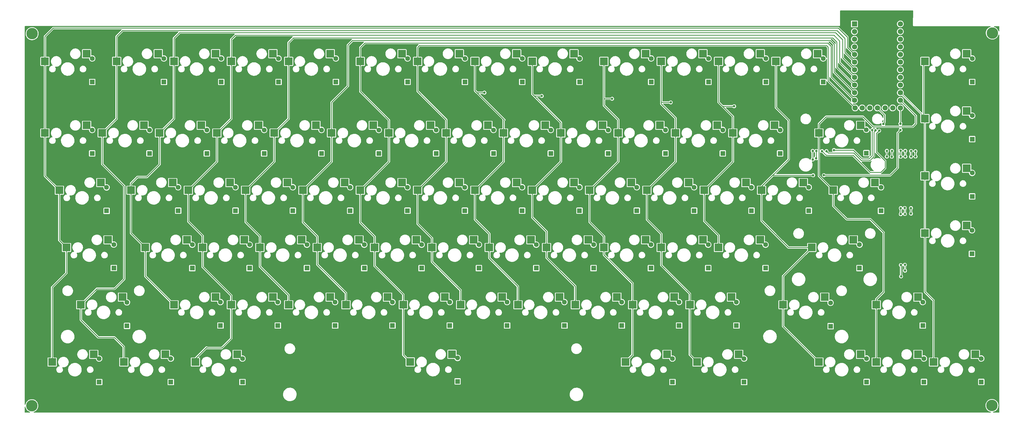
<source format=gbr>
G04 #@! TF.GenerationSoftware,KiCad,Pcbnew,(6.0.10)*
G04 #@! TF.CreationDate,2023-03-05T14:36:43-08:00*
G04 #@! TF.ProjectId,keyboard,6b657962-6f61-4726-942e-6b696361645f,rev?*
G04 #@! TF.SameCoordinates,Original*
G04 #@! TF.FileFunction,Copper,L2,Bot*
G04 #@! TF.FilePolarity,Positive*
%FSLAX46Y46*%
G04 Gerber Fmt 4.6, Leading zero omitted, Abs format (unit mm)*
G04 Created by KiCad (PCBNEW (6.0.10)) date 2023-03-05 14:36:43*
%MOMM*%
%LPD*%
G01*
G04 APERTURE LIST*
G04 #@! TA.AperFunction,ComponentPad*
%ADD10R,1.600000X1.600000*%
G04 #@! TD*
G04 #@! TA.AperFunction,ComponentPad*
%ADD11C,1.600000*%
G04 #@! TD*
G04 #@! TA.AperFunction,SMDPad,CuDef*
%ADD12R,2.550000X2.500000*%
G04 #@! TD*
G04 #@! TA.AperFunction,ComponentPad*
%ADD13C,3.800000*%
G04 #@! TD*
G04 #@! TA.AperFunction,ComponentPad*
%ADD14R,1.752600X1.752600*%
G04 #@! TD*
G04 #@! TA.AperFunction,ComponentPad*
%ADD15C,1.752600*%
G04 #@! TD*
G04 #@! TA.AperFunction,ViaPad*
%ADD16C,0.800000*%
G04 #@! TD*
G04 #@! TA.AperFunction,Conductor*
%ADD17C,0.250000*%
G04 #@! TD*
G04 #@! TA.AperFunction,Conductor*
%ADD18C,0.200000*%
G04 #@! TD*
G04 APERTURE END LIST*
D10*
X232320000Y-144850000D03*
D11*
X232320000Y-137050000D03*
D10*
X274950000Y-202100000D03*
D11*
X274950000Y-194300000D03*
D12*
X390026250Y-173600000D03*
X376176250Y-176140000D03*
D10*
X382450000Y-202330000D03*
D11*
X382450000Y-194530000D03*
D10*
X429507500Y-121070000D03*
D11*
X429507500Y-113270000D03*
D10*
X218052500Y-121070000D03*
D11*
X218052500Y-113270000D03*
D12*
X297157500Y-154550000D03*
X283307500Y-157090000D03*
X344782500Y-135500000D03*
X330932500Y-138040000D03*
X301920000Y-173600000D03*
X288070000Y-176140000D03*
X249532500Y-135500000D03*
X235682500Y-138040000D03*
D10*
X203745000Y-163900000D03*
D11*
X203745000Y-156100000D03*
D10*
X170330000Y-183000000D03*
D11*
X170330000Y-175200000D03*
D10*
X194220000Y-144850000D03*
D11*
X194220000Y-137050000D03*
D10*
X251370000Y-144850000D03*
D11*
X251370000Y-137050000D03*
D10*
X198750000Y-202100000D03*
D11*
X198750000Y-194300000D03*
D12*
X349545000Y-192650000D03*
X335695000Y-195190000D03*
D10*
X298995000Y-163900000D03*
D11*
X298995000Y-156100000D03*
D10*
X289470000Y-144850000D03*
D11*
X289470000Y-137050000D03*
D10*
X227480000Y-183000000D03*
D11*
X227480000Y-175200000D03*
D12*
X201907500Y-154550000D03*
X188057500Y-157090000D03*
D10*
X284630000Y-183000000D03*
D11*
X284630000Y-175200000D03*
D10*
X429487500Y-140087500D03*
D11*
X429487500Y-132287500D03*
D12*
X263820000Y-173600000D03*
X249970000Y-176140000D03*
X278107500Y-111687500D03*
X264257500Y-114227500D03*
D10*
X217800000Y-202100000D03*
D11*
X217800000Y-194300000D03*
D12*
X154282500Y-135500000D03*
X140432500Y-138040000D03*
D10*
X137070000Y-144850000D03*
D11*
X137070000Y-137050000D03*
D12*
X278107500Y-154550000D03*
X264257500Y-157090000D03*
X397170000Y-154550000D03*
X383320000Y-157090000D03*
D10*
X165645000Y-163900000D03*
D11*
X165645000Y-156100000D03*
D10*
X413460000Y-220870000D03*
D11*
X413460000Y-213070000D03*
D12*
X256640000Y-211680000D03*
X242790000Y-214220000D03*
X316207500Y-154550000D03*
X302357500Y-157090000D03*
D10*
X329890000Y-220900000D03*
D11*
X329890000Y-213100000D03*
D12*
X182857500Y-154550000D03*
X169007500Y-157090000D03*
X325732500Y-135500000D03*
X311882500Y-138040000D03*
X142376250Y-173600000D03*
X128526250Y-176140000D03*
X378120000Y-111687500D03*
X364270000Y-114227500D03*
X163807500Y-154550000D03*
X149957500Y-157090000D03*
X220957500Y-154550000D03*
X207107500Y-157090000D03*
D10*
X365670000Y-144850000D03*
D11*
X365670000Y-137050000D03*
D12*
X282870000Y-173600000D03*
X269020000Y-176140000D03*
D10*
X179952500Y-121070000D03*
D11*
X179952500Y-113270000D03*
D12*
X335257500Y-154550000D03*
X321407500Y-157090000D03*
X206670000Y-173600000D03*
X192820000Y-176140000D03*
D10*
X144250000Y-182970000D03*
D11*
X144250000Y-175170000D03*
D12*
X216195000Y-111687500D03*
X202345000Y-114227500D03*
X254295000Y-192650000D03*
X240445000Y-195190000D03*
X330495000Y-192650000D03*
X316645000Y-195190000D03*
X240007500Y-111687500D03*
X226157500Y-114227500D03*
D10*
X327570000Y-144850000D03*
D11*
X327570000Y-137050000D03*
D10*
X303680000Y-183000000D03*
D11*
X303680000Y-175200000D03*
D10*
X360927500Y-121070000D03*
D11*
X360927500Y-113270000D03*
D10*
X351150000Y-202100000D03*
D11*
X351150000Y-194300000D03*
D10*
X318045000Y-163900000D03*
D11*
X318045000Y-156100000D03*
D10*
X341780000Y-183000000D03*
D11*
X341780000Y-175200000D03*
D10*
X265580000Y-183000000D03*
D11*
X265580000Y-175200000D03*
D10*
X294000000Y-202100000D03*
D11*
X294000000Y-194300000D03*
D10*
X199002500Y-121070000D03*
D11*
X199002500Y-113270000D03*
D12*
X187620000Y-173600000D03*
X173770000Y-176140000D03*
X159045000Y-111687500D03*
X145195000Y-114227500D03*
X197145000Y-111687500D03*
X183295000Y-114227500D03*
X373357500Y-154550000D03*
X359507500Y-157090000D03*
D13*
X117110000Y-105010000D03*
D12*
X173332500Y-135500000D03*
X159482500Y-138040000D03*
D10*
X360830000Y-183000000D03*
D11*
X360830000Y-175200000D03*
D10*
X148630000Y-202200000D03*
D11*
X148630000Y-194400000D03*
D10*
X394410000Y-220870000D03*
D11*
X394410000Y-213070000D03*
D10*
X337095000Y-163900000D03*
D11*
X337095000Y-156100000D03*
D12*
X197145000Y-192650000D03*
X183295000Y-195190000D03*
D10*
X139390000Y-220900000D03*
D11*
X139390000Y-213100000D03*
D12*
X192382500Y-135500000D03*
X178532500Y-138040000D03*
X161426250Y-211700000D03*
X147576250Y-214240000D03*
D10*
X179700000Y-202100000D03*
D11*
X179700000Y-194300000D03*
D12*
X185238750Y-211700000D03*
X171388750Y-214240000D03*
D10*
X184695000Y-163900000D03*
D11*
X184695000Y-156100000D03*
D10*
X299015000Y-121070000D03*
D11*
X299015000Y-113270000D03*
D12*
X411457500Y-192650000D03*
X397607500Y-195190000D03*
D10*
X341877500Y-121070000D03*
D11*
X341877500Y-113270000D03*
D10*
X353702500Y-220900000D03*
D11*
X353702500Y-213100000D03*
D12*
X380501250Y-192650000D03*
X366651250Y-195190000D03*
D10*
X236850000Y-202100000D03*
D11*
X236850000Y-194300000D03*
D12*
X139995000Y-154550000D03*
X126145000Y-157090000D03*
D10*
X189380000Y-183000000D03*
D11*
X189380000Y-175200000D03*
D10*
X246530000Y-183000000D03*
D11*
X246530000Y-175200000D03*
D10*
X241865000Y-121070000D03*
D11*
X241865000Y-113270000D03*
D12*
X230482500Y-135500000D03*
X216632500Y-138040000D03*
D10*
X258500000Y-220690000D03*
D11*
X258500000Y-212890000D03*
D10*
X141860000Y-163960000D03*
D11*
X141860000Y-156160000D03*
D12*
X427650000Y-149787500D03*
X413800000Y-152327500D03*
D10*
X260895000Y-163900000D03*
D11*
X260895000Y-156100000D03*
D12*
X259057500Y-111687500D03*
X245207500Y-114227500D03*
X216195000Y-192650000D03*
X202345000Y-195190000D03*
D10*
X175170000Y-144850000D03*
D11*
X175170000Y-137050000D03*
D13*
X436070000Y-228700000D03*
X117020000Y-228770000D03*
D10*
X163202500Y-220900000D03*
D11*
X163202500Y-213100000D03*
D10*
X255900000Y-202100000D03*
D11*
X255900000Y-194300000D03*
D12*
X427650000Y-111687500D03*
X413800000Y-114227500D03*
D10*
X356145000Y-163900000D03*
D11*
X356145000Y-156100000D03*
D12*
X427650000Y-168837500D03*
X413800000Y-171377500D03*
X178095000Y-111687500D03*
X164245000Y-114227500D03*
D10*
X332100000Y-202100000D03*
D11*
X332100000Y-194300000D03*
D12*
X320970000Y-111687500D03*
X307120000Y-114227500D03*
X359070000Y-111687500D03*
X345220000Y-114227500D03*
X427650000Y-130737500D03*
X413800000Y-133277500D03*
D10*
X241845000Y-163900000D03*
D11*
X241845000Y-156100000D03*
D12*
X430507500Y-211700000D03*
X416657500Y-214240000D03*
D10*
X208430000Y-183000000D03*
D11*
X208430000Y-175200000D03*
D12*
X268582500Y-135500000D03*
X254732500Y-138040000D03*
X297157500Y-111687500D03*
X283307500Y-114227500D03*
D13*
X436180000Y-104790000D03*
D12*
X359070000Y-173600000D03*
X345220000Y-176140000D03*
D10*
X137090000Y-121070000D03*
D11*
X137090000Y-113270000D03*
D12*
X363832500Y-135500000D03*
X349982500Y-138040000D03*
X320970000Y-173600000D03*
X307120000Y-176140000D03*
X235245000Y-192650000D03*
X221395000Y-195190000D03*
D10*
X392060000Y-183000000D03*
D11*
X392060000Y-175200000D03*
D10*
X156120000Y-144850000D03*
D11*
X156120000Y-137050000D03*
D10*
X279965000Y-121070000D03*
D11*
X279965000Y-113270000D03*
D12*
X351926250Y-211700000D03*
X338076250Y-214240000D03*
D10*
X222795000Y-163900000D03*
D11*
X222795000Y-156100000D03*
D12*
X178095000Y-192650000D03*
X164245000Y-195190000D03*
D10*
X413062500Y-202100000D03*
D11*
X413062500Y-194300000D03*
D12*
X328113750Y-211700000D03*
X314263750Y-214240000D03*
X147138750Y-192650000D03*
X133288750Y-195190000D03*
D10*
X313050000Y-202100000D03*
D11*
X313050000Y-194300000D03*
D10*
X213270000Y-144850000D03*
D11*
X213270000Y-137050000D03*
D10*
X394340000Y-144770000D03*
D11*
X394340000Y-136970000D03*
D12*
X273345000Y-192650000D03*
X259495000Y-195190000D03*
D10*
X429487500Y-159137500D03*
D11*
X429487500Y-151337500D03*
D10*
X270420000Y-144850000D03*
D11*
X270420000Y-137050000D03*
D12*
X392407500Y-211700000D03*
X378557500Y-214240000D03*
X137613750Y-211700000D03*
X123763750Y-214240000D03*
X340020000Y-111687500D03*
X326170000Y-114227500D03*
D10*
X429410000Y-178237500D03*
D11*
X429410000Y-170437500D03*
D10*
X379977500Y-121070000D03*
D11*
X379977500Y-113270000D03*
D12*
X340020000Y-173600000D03*
X326170000Y-176140000D03*
X311445000Y-192650000D03*
X297595000Y-195190000D03*
X240007500Y-154550000D03*
X226157500Y-157090000D03*
D10*
X322730000Y-183000000D03*
D11*
X322730000Y-175200000D03*
D10*
X322827500Y-121070000D03*
D11*
X322827500Y-113270000D03*
D12*
X211432500Y-135500000D03*
X197582500Y-138040000D03*
X411457500Y-211700000D03*
X397607500Y-214240000D03*
D10*
X375195000Y-163900000D03*
D11*
X375195000Y-156100000D03*
D10*
X399200000Y-163930000D03*
D11*
X399200000Y-156130000D03*
D12*
X292395000Y-192650000D03*
X278545000Y-195190000D03*
D10*
X187015000Y-220900000D03*
D11*
X187015000Y-213100000D03*
D10*
X279945000Y-163900000D03*
D11*
X279945000Y-156100000D03*
D12*
X135232500Y-111687500D03*
X121382500Y-114227500D03*
D10*
X308520000Y-144850000D03*
D11*
X308520000Y-137050000D03*
D10*
X432510000Y-220870000D03*
D11*
X432510000Y-213070000D03*
D10*
X346620000Y-144850000D03*
D11*
X346620000Y-137050000D03*
D12*
X354307500Y-154550000D03*
X340457500Y-157090000D03*
X287632500Y-135500000D03*
X273782500Y-138040000D03*
X225720000Y-173600000D03*
X211870000Y-176140000D03*
X259057500Y-154550000D03*
X245207500Y-157090000D03*
X306682500Y-135500000D03*
X292832500Y-138040000D03*
D10*
X260915000Y-121070000D03*
D11*
X260915000Y-113270000D03*
D10*
X160902500Y-121070000D03*
D11*
X160902500Y-113270000D03*
D12*
X168570000Y-173600000D03*
X154720000Y-176140000D03*
X135232500Y-135500000D03*
X121382500Y-138040000D03*
X392407500Y-135500000D03*
X378557500Y-138040000D03*
X244770000Y-173600000D03*
X230920000Y-176140000D03*
D14*
X390380000Y-101770000D03*
D15*
X390380000Y-104310000D03*
X390380000Y-106850000D03*
X390380000Y-109390000D03*
X390380000Y-111930000D03*
X390380000Y-114470000D03*
X390380000Y-117010000D03*
X390380000Y-119550000D03*
X390380000Y-122090000D03*
X390380000Y-124630000D03*
X390380000Y-127170000D03*
X390608600Y-129710000D03*
X405620000Y-129710000D03*
X405620000Y-127170000D03*
X405620000Y-124630000D03*
X405620000Y-122090000D03*
X405620000Y-119550000D03*
X405620000Y-117010000D03*
X405620000Y-114470000D03*
X405620000Y-111930000D03*
X405620000Y-109390000D03*
X405620000Y-106850000D03*
X405620000Y-104310000D03*
X405620000Y-101770000D03*
X392920000Y-129710000D03*
X395460000Y-129710000D03*
X398000000Y-129710000D03*
X400540000Y-129710000D03*
X403080000Y-129710000D03*
D16*
X401160000Y-145890000D03*
X407140000Y-181910000D03*
X405770000Y-145930000D03*
X350390000Y-129160000D03*
X329340000Y-127880000D03*
X376650000Y-152120000D03*
X399960000Y-135050000D03*
X376490000Y-144010000D03*
X405870000Y-185750000D03*
X407150000Y-164980000D03*
X405770000Y-143970000D03*
X379605000Y-144075000D03*
X401160000Y-144000000D03*
X405690000Y-137070000D03*
X407160000Y-183850000D03*
X377620000Y-146450000D03*
X407270000Y-145880000D03*
X267400000Y-124640000D03*
X380210000Y-152090000D03*
X405760000Y-165040000D03*
X407270000Y-143990000D03*
X402800000Y-145950000D03*
X398590000Y-137270000D03*
X383570000Y-143730000D03*
X410640000Y-144100000D03*
X409160000Y-164870000D03*
X409160000Y-163030000D03*
X286460000Y-125740000D03*
X409180000Y-145920000D03*
X407070000Y-163020000D03*
X409180000Y-144040000D03*
X377680000Y-144050000D03*
X381080000Y-144090000D03*
X410680000Y-145860000D03*
X397350000Y-137180000D03*
X405630000Y-134930000D03*
X405770000Y-163030000D03*
X376520000Y-146860000D03*
X405780000Y-181980000D03*
X402850000Y-143990000D03*
X396240000Y-137070000D03*
X309850000Y-126670000D03*
D17*
X149957500Y-157090000D02*
X149957500Y-171377500D01*
X335695000Y-211858750D02*
X338076250Y-214240000D01*
D18*
X407150000Y-164980000D02*
X407150000Y-163100000D01*
D17*
X183295000Y-114227500D02*
X183295000Y-133277500D01*
X164245000Y-114227500D02*
X164245000Y-106505000D01*
X286430000Y-125710000D02*
X286460000Y-125740000D01*
X399960000Y-135050000D02*
X399960000Y-134850000D01*
X245207500Y-109552500D02*
X245820000Y-108940000D01*
X128526250Y-184573750D02*
X123763750Y-189336250D01*
X211870000Y-176140000D02*
X211870000Y-181760000D01*
X381630000Y-109480000D02*
X381630000Y-120731400D01*
X383110000Y-106390000D02*
X384510000Y-107790000D01*
X363010000Y-152330000D02*
X359507500Y-155832500D01*
X386440000Y-113070000D02*
X390380000Y-117010000D01*
X139160000Y-206070000D02*
X144490000Y-206070000D01*
X273782500Y-133937500D02*
X273782500Y-138040000D01*
X269020000Y-176140000D02*
X269020000Y-179580000D01*
X288070000Y-170860000D02*
X288070000Y-176140000D01*
X154720000Y-176140000D02*
X154720000Y-185665000D01*
X396820000Y-137710000D02*
X397350000Y-137180000D01*
X133288750Y-200198750D02*
X139160000Y-206070000D01*
X376650000Y-152120000D02*
X363220000Y-152120000D01*
X235682500Y-138040000D02*
X235682500Y-147565000D01*
X397610000Y-138250000D02*
X398590000Y-137270000D01*
X264785000Y-124445000D02*
X274030000Y-133690000D01*
X264980000Y-124640000D02*
X267400000Y-124640000D01*
X383610000Y-108540000D02*
X383610000Y-117860000D01*
X307120000Y-126670000D02*
X309850000Y-126670000D01*
X124130000Y-103160000D02*
X385020000Y-103160000D01*
X269020000Y-171530000D02*
X269020000Y-176140000D01*
X396820000Y-143310000D02*
X396820000Y-137710000D01*
X245820000Y-108940000D02*
X381090000Y-108940000D01*
X410750000Y-132300000D02*
X410750000Y-134950000D01*
X273782500Y-147565000D02*
X264257500Y-157090000D01*
X207107500Y-157090000D02*
X207107500Y-167697500D01*
X216632500Y-127857500D02*
X222050000Y-122440000D01*
X396240000Y-145620000D02*
X396240000Y-137070000D01*
X388010000Y-106150000D02*
X388010000Y-109600000D01*
X264257500Y-166767500D02*
X269020000Y-171530000D01*
X183295000Y-206405000D02*
X180110000Y-209590000D01*
X366651250Y-185665000D02*
X376176250Y-176140000D01*
X245207500Y-114227500D02*
X245207500Y-124137500D01*
X221395000Y-191285000D02*
X221395000Y-195190000D01*
X330932500Y-138040000D02*
X330932500Y-147565000D01*
X395580000Y-151110000D02*
X399140000Y-151110000D01*
X240445000Y-211875000D02*
X242790000Y-214220000D01*
X364270000Y-129570000D02*
X367160000Y-132460000D01*
X368440000Y-176140000D02*
X359507500Y-167207500D01*
X385450000Y-107410000D02*
X385450000Y-114620000D01*
X297595000Y-189035000D02*
X297595000Y-195190000D01*
X392930000Y-146670000D02*
X395190000Y-146670000D01*
X359507500Y-155832500D02*
X359507500Y-157090000D01*
X178532500Y-138040000D02*
X178532500Y-147565000D01*
X144490000Y-189870000D02*
X138608750Y-189870000D01*
X345220000Y-172080000D02*
X345220000Y-176140000D01*
X207107500Y-167697500D02*
X211870000Y-172460000D01*
X254732500Y-138040000D02*
X254732500Y-147565000D01*
X307120000Y-178550000D02*
X316645000Y-188075000D01*
X188057500Y-157090000D02*
X188057500Y-167657500D01*
X326170000Y-182000000D02*
X335695000Y-191525000D01*
X395450000Y-147230000D02*
X396130000Y-146550000D01*
X387200000Y-106600000D02*
X387200000Y-111290000D01*
X173770000Y-172250000D02*
X173770000Y-176140000D01*
X121382500Y-114227500D02*
X121382500Y-152327500D01*
X288070000Y-176140000D02*
X288070000Y-179510000D01*
X316645000Y-188075000D02*
X316645000Y-195190000D01*
X123763750Y-189336250D02*
X123763750Y-214240000D01*
X399140000Y-151110000D02*
X400540000Y-149710000D01*
D18*
X407160000Y-181930000D02*
X407140000Y-181910000D01*
D17*
X405770000Y-145930000D02*
X405770000Y-143970000D01*
X264257500Y-114227500D02*
X264257500Y-123917500D01*
X183295000Y-195190000D02*
X183295000Y-206405000D01*
D18*
X405620000Y-124630000D02*
X413375000Y-132385000D01*
D17*
X202345000Y-114227500D02*
X202345000Y-107985000D01*
X405760000Y-165040000D02*
X405760000Y-163040000D01*
X264785000Y-124445000D02*
X264980000Y-124640000D01*
X169007500Y-167487500D02*
X173770000Y-172250000D01*
X383320000Y-157090000D02*
X383320000Y-162240000D01*
X302357500Y-167647500D02*
X307120000Y-172410000D01*
X381080000Y-144090000D02*
X381720000Y-144730000D01*
X211870000Y-181760000D02*
X221395000Y-191285000D01*
X364270000Y-114227500D02*
X364270000Y-129570000D01*
X404760000Y-148720000D02*
X404760000Y-149610000D01*
X307120000Y-126670000D02*
X307120000Y-128860000D01*
X283307500Y-125067500D02*
X283950000Y-125710000D01*
X405870000Y-182070000D02*
X405780000Y-181980000D01*
X180110000Y-209590000D02*
X175280000Y-209590000D01*
X316645000Y-211858750D02*
X314263750Y-214240000D01*
X183295000Y-133277500D02*
X178532500Y-138040000D01*
X405620000Y-127170000D02*
X410750000Y-132300000D01*
X147710000Y-186650000D02*
X144490000Y-189870000D01*
X249970000Y-180840000D02*
X259495000Y-190365000D01*
D18*
X407150000Y-163100000D02*
X407070000Y-163020000D01*
D17*
X175080000Y-209390000D02*
X171388750Y-213081250D01*
X349982500Y-138040000D02*
X349982500Y-132572500D01*
X283307500Y-157090000D02*
X283307500Y-166097500D01*
X384540000Y-103940000D02*
X387200000Y-106600000D01*
X216632500Y-138040000D02*
X216632500Y-147565000D01*
X283950000Y-125710000D02*
X292832500Y-134592500D01*
X311882500Y-133622500D02*
X311882500Y-138040000D01*
X226157500Y-157090000D02*
X226157500Y-167797500D01*
X249970000Y-176140000D02*
X249970000Y-180840000D01*
X405870000Y-185750000D02*
X405870000Y-182070000D01*
X388050000Y-109600000D02*
X390380000Y-111930000D01*
X226157500Y-167797500D02*
X230920000Y-172560000D01*
X202345000Y-114227500D02*
X202345000Y-133277500D01*
X409160000Y-163030000D02*
X409160000Y-164870000D01*
D18*
X407160000Y-183850000D02*
X407160000Y-181930000D01*
D17*
X226157500Y-114227500D02*
X226157500Y-109632500D01*
X145195000Y-114227500D02*
X145195000Y-105945000D01*
X381720000Y-144730000D02*
X387270000Y-144730000D01*
X381090000Y-108940000D02*
X381630000Y-109480000D01*
X384510000Y-107790000D02*
X384510000Y-116220000D01*
X387270000Y-144730000D02*
X390170000Y-144730000D01*
X147576250Y-209156250D02*
X147576250Y-214240000D01*
X155240000Y-152690000D02*
X152090000Y-152690000D01*
X240445000Y-191775000D02*
X240445000Y-195190000D01*
X395190000Y-146670000D02*
X396240000Y-145620000D01*
X227670000Y-108120000D02*
X381500000Y-108120000D01*
X384510000Y-116220000D02*
X390380000Y-122090000D01*
X283307500Y-114227500D02*
X283307500Y-125067500D01*
X188057500Y-167657500D02*
X192820000Y-172420000D01*
D18*
X413800000Y-133277500D02*
X413800000Y-170952500D01*
D17*
X366720000Y-132020000D02*
X367160000Y-132460000D01*
X387200000Y-111290000D02*
X390380000Y-114470000D01*
X326170000Y-171580000D02*
X326170000Y-176140000D01*
X278545000Y-189105000D02*
X278545000Y-195190000D01*
X396130000Y-146550000D02*
X396820000Y-145860000D01*
X121382500Y-105907500D02*
X124130000Y-103160000D01*
X133288750Y-195190000D02*
X133288750Y-200198750D01*
X140432500Y-138040000D02*
X140432500Y-148392500D01*
X147710000Y-155670000D02*
X147710000Y-186650000D01*
X159482500Y-138040000D02*
X159482500Y-148447500D01*
X390170000Y-144730000D02*
X392100000Y-146660000D01*
X392100000Y-146660000D02*
X392670000Y-147230000D01*
X384090000Y-104650000D02*
X386440000Y-107000000D01*
X254732500Y-133662500D02*
X254732500Y-138040000D01*
X389930000Y-145460000D02*
X395580000Y-151110000D01*
X368530000Y-146810000D02*
X363010000Y-152330000D01*
X321407500Y-166817500D02*
X326170000Y-171580000D01*
X283950000Y-125710000D02*
X286430000Y-125710000D01*
X192820000Y-182470000D02*
X202345000Y-191995000D01*
X307120000Y-176140000D02*
X307120000Y-178550000D01*
X383530000Y-105490000D02*
X385450000Y-107410000D01*
X413800000Y-114227500D02*
X413350000Y-114677500D01*
X383320000Y-162240000D02*
X387800000Y-166720000D01*
X245207500Y-124137500D02*
X254732500Y-133662500D01*
D18*
X413375000Y-132385000D02*
X413375000Y-133277500D01*
D17*
X230920000Y-176140000D02*
X230920000Y-182250000D01*
X377680000Y-144050000D02*
X377680000Y-146390000D01*
X396550000Y-135980000D02*
X393220000Y-132650000D01*
X311882500Y-147565000D02*
X302357500Y-157090000D01*
X222050000Y-108810000D02*
X223550000Y-107310000D01*
X292832500Y-147565000D02*
X283307500Y-157090000D01*
X169007500Y-157090000D02*
X169007500Y-167487500D01*
X121382500Y-114227500D02*
X121382500Y-105907500D01*
X380930000Y-132650000D02*
X378557500Y-135022500D01*
X396820000Y-145860000D02*
X396820000Y-143310000D01*
X307120000Y-128860000D02*
X311882500Y-133622500D01*
X376490000Y-144010000D02*
X376490000Y-146830000D01*
X378557500Y-152327500D02*
X383320000Y-157090000D01*
X264257500Y-123917500D02*
X264785000Y-124445000D01*
X326170000Y-176140000D02*
X326170000Y-182000000D01*
X173770000Y-176140000D02*
X173770000Y-182580000D01*
X402800000Y-145950000D02*
X402800000Y-144040000D01*
X259495000Y-190365000D02*
X259495000Y-195190000D01*
X386440000Y-107000000D02*
X386440000Y-113070000D01*
X409180000Y-145920000D02*
X409180000Y-144040000D01*
X400540000Y-149710000D02*
X400540000Y-147310000D01*
X223550000Y-107310000D02*
X382380000Y-107310000D01*
X145195000Y-133277500D02*
X140432500Y-138040000D01*
X382380000Y-107310000D02*
X383610000Y-108540000D01*
X346575000Y-129165000D02*
X350385000Y-129165000D01*
X376490000Y-146830000D02*
X376520000Y-146860000D01*
X140432500Y-148392500D02*
X147710000Y-155670000D01*
X349982500Y-138040000D02*
X349982500Y-147565000D01*
X171388750Y-213081250D02*
X171388750Y-214240000D01*
X394430000Y-147230000D02*
X395450000Y-147230000D01*
X226157500Y-124237500D02*
X235682500Y-133762500D01*
X387800000Y-166720000D02*
X395640000Y-166720000D01*
X183295000Y-192105000D02*
X183295000Y-195190000D01*
X383610000Y-117860000D02*
X390380000Y-124630000D01*
X152090000Y-152690000D02*
X149957500Y-154822500D01*
X400350000Y-134460000D02*
X400350000Y-132060000D01*
X400350000Y-132060000D02*
X398000000Y-129710000D01*
X145195000Y-105945000D02*
X147200000Y-103940000D01*
X288070000Y-179510000D02*
X297595000Y-189035000D01*
X359507500Y-167207500D02*
X359507500Y-157090000D01*
X202345000Y-107985000D02*
X203940000Y-106390000D01*
X269020000Y-179580000D02*
X278545000Y-189105000D01*
X367415000Y-132715000D02*
X368530000Y-133830000D01*
X382600000Y-109220000D02*
X382600000Y-119390000D01*
X381630000Y-120731400D02*
X390608600Y-129710000D01*
X404760000Y-138000000D02*
X404760000Y-148720000D01*
X395640000Y-166720000D02*
X400070000Y-171150000D01*
X175280000Y-209590000D02*
X175080000Y-209390000D01*
X283307500Y-166097500D02*
X288070000Y-170860000D01*
X235682500Y-147565000D02*
X226157500Y-157090000D01*
X145195000Y-114227500D02*
X145195000Y-133277500D01*
X397607500Y-193322500D02*
X397607500Y-195190000D01*
X402800000Y-144040000D02*
X402850000Y-143990000D01*
X377680000Y-146390000D02*
X377620000Y-146450000D01*
X183295000Y-114227500D02*
X183295000Y-106895000D01*
X292832500Y-134592500D02*
X292832500Y-138040000D01*
X410680000Y-145860000D02*
X410680000Y-144140000D01*
X385020000Y-103160000D02*
X388010000Y-106150000D01*
X340457500Y-157090000D02*
X340457500Y-167317500D01*
X346575000Y-129165000D02*
X345220000Y-127810000D01*
X128526250Y-176140000D02*
X128526250Y-184573750D01*
X380990000Y-145460000D02*
X389930000Y-145460000D01*
D18*
X407270000Y-145880000D02*
X407270000Y-143990000D01*
D17*
X164245000Y-114227500D02*
X164245000Y-133277500D01*
X235682500Y-133762500D02*
X235682500Y-138040000D01*
X126145000Y-173758750D02*
X128526250Y-176140000D01*
X381500000Y-108120000D02*
X382600000Y-109220000D01*
X366651250Y-202333750D02*
X378557500Y-214240000D01*
X138608750Y-189870000D02*
X133288750Y-195190000D01*
X400540000Y-147310000D02*
X397610000Y-144380000D01*
X230920000Y-182250000D02*
X240445000Y-191775000D01*
X326170000Y-114227500D02*
X326170000Y-127880000D01*
X245207500Y-114227500D02*
X245207500Y-109552500D01*
X385450000Y-114620000D02*
X390380000Y-119550000D01*
X316645000Y-195190000D02*
X316645000Y-211858750D01*
X400070000Y-171150000D02*
X400070000Y-190860000D01*
X126145000Y-157090000D02*
X126145000Y-173758750D01*
X392670000Y-147230000D02*
X394430000Y-147230000D01*
X307120000Y-172410000D02*
X307120000Y-176140000D01*
X349982500Y-147565000D02*
X340457500Y-157090000D01*
X366651250Y-195190000D02*
X366651250Y-185665000D01*
X399960000Y-134850000D02*
X400350000Y-134460000D01*
X400070000Y-190860000D02*
X397607500Y-193322500D01*
X254732500Y-147565000D02*
X245207500Y-157090000D01*
X363220000Y-152120000D02*
X363010000Y-152330000D01*
X121382500Y-152327500D02*
X126145000Y-157090000D01*
X166100000Y-104650000D02*
X384090000Y-104650000D01*
X178532500Y-147565000D02*
X169007500Y-157090000D01*
X392540000Y-146280000D02*
X392930000Y-146670000D01*
X368530000Y-133830000D02*
X368530000Y-146810000D01*
X410750000Y-134950000D02*
X409720000Y-135980000D01*
X321407500Y-157090000D02*
X321407500Y-166817500D01*
X404760000Y-149610000D02*
X403640000Y-150730000D01*
X393220000Y-132650000D02*
X380930000Y-132650000D01*
X378557500Y-135022500D02*
X378557500Y-138040000D01*
X264257500Y-157090000D02*
X264257500Y-166767500D01*
X335695000Y-191525000D02*
X335695000Y-195190000D01*
X382600000Y-119390000D02*
X390380000Y-127170000D01*
X192820000Y-176140000D02*
X192820000Y-182470000D01*
X330932500Y-147565000D02*
X321407500Y-157090000D01*
X307120000Y-114227500D02*
X307120000Y-126670000D01*
X366651250Y-195190000D02*
X366651250Y-202333750D01*
X311882500Y-138040000D02*
X311882500Y-147565000D01*
X326170000Y-127880000D02*
X326170000Y-128380000D01*
X273782500Y-138040000D02*
X273782500Y-147565000D01*
X144490000Y-206070000D02*
X147576250Y-209156250D01*
X340457500Y-167317500D02*
X345220000Y-172080000D01*
X403640000Y-150730000D02*
X402280000Y-152090000D01*
X326170000Y-127880000D02*
X329340000Y-127880000D01*
X376176250Y-176140000D02*
X368440000Y-176140000D01*
X149957500Y-154822500D02*
X149957500Y-157090000D01*
X330932500Y-133142500D02*
X330932500Y-138040000D01*
X245207500Y-168237500D02*
X249970000Y-173000000D01*
X192820000Y-172420000D02*
X192820000Y-176140000D01*
X389990000Y-143730000D02*
X392540000Y-146280000D01*
X197582500Y-138040000D02*
X197582500Y-147565000D01*
X240445000Y-195190000D02*
X240445000Y-211875000D01*
X378557500Y-138040000D02*
X378557500Y-152327500D01*
X216632500Y-147565000D02*
X207107500Y-157090000D01*
X154720000Y-185665000D02*
X164245000Y-195190000D01*
X184700000Y-105490000D02*
X383530000Y-105490000D01*
X397607500Y-214240000D02*
X397607500Y-195190000D01*
X405620000Y-129710000D02*
X405620000Y-134920000D01*
X147200000Y-103940000D02*
X384540000Y-103940000D01*
X249970000Y-173000000D02*
X249970000Y-176140000D01*
X413350000Y-114677500D02*
X413350000Y-133277500D01*
X345220000Y-127810000D02*
X345220000Y-114227500D01*
X350385000Y-129165000D02*
X350390000Y-129160000D01*
X367160000Y-132460000D02*
X367415000Y-132715000D01*
X388010000Y-109600000D02*
X388050000Y-109600000D01*
X164245000Y-106505000D02*
X166100000Y-104650000D01*
X230920000Y-172560000D02*
X230920000Y-176140000D01*
X222050000Y-122440000D02*
X222050000Y-108810000D01*
X302357500Y-157090000D02*
X302357500Y-167647500D01*
X159482500Y-148447500D02*
X155240000Y-152690000D01*
X203940000Y-106390000D02*
X383110000Y-106390000D01*
X173770000Y-182580000D02*
X183295000Y-192105000D01*
X226157500Y-109632500D02*
X227670000Y-108120000D01*
X410680000Y-144140000D02*
X410640000Y-144100000D01*
X202345000Y-191995000D02*
X202345000Y-195190000D01*
X383570000Y-143730000D02*
X389990000Y-143730000D01*
X216632500Y-138040000D02*
X216632500Y-127857500D01*
X349982500Y-132572500D02*
X346575000Y-129165000D01*
X197582500Y-147565000D02*
X188057500Y-157090000D01*
X405760000Y-163040000D02*
X405770000Y-163030000D01*
X409720000Y-135980000D02*
X396550000Y-135980000D01*
X405690000Y-137070000D02*
X404760000Y-138000000D01*
X402280000Y-152090000D02*
X380210000Y-152090000D01*
X401160000Y-145890000D02*
X401160000Y-144000000D01*
X164245000Y-133277500D02*
X159482500Y-138040000D01*
X397610000Y-144380000D02*
X397610000Y-138250000D01*
X183295000Y-106895000D02*
X184700000Y-105490000D01*
X335695000Y-195190000D02*
X335695000Y-211858750D01*
X226157500Y-114227500D02*
X226157500Y-124237500D01*
X149957500Y-171377500D02*
X154720000Y-176140000D01*
X379605000Y-144075000D02*
X380990000Y-145460000D01*
X405620000Y-134920000D02*
X405630000Y-134930000D01*
X326170000Y-128380000D02*
X330932500Y-133142500D01*
X274030000Y-133690000D02*
X273782500Y-133937500D01*
X245207500Y-157090000D02*
X245207500Y-168237500D01*
X292832500Y-138040000D02*
X292832500Y-147565000D01*
X211870000Y-172460000D02*
X211870000Y-176140000D01*
X202345000Y-133277500D02*
X197582500Y-138040000D01*
X416657500Y-193747500D02*
X416657500Y-214240000D01*
X413800000Y-171377500D02*
X413800000Y-190890000D01*
X413800000Y-190890000D02*
X416657500Y-193747500D01*
G04 #@! TA.AperFunction,NonConductor*
G36*
X438434019Y-102513298D02*
G01*
X438480563Y-102566909D01*
X438492000Y-102619361D01*
X438492000Y-104143161D01*
X438471998Y-104211282D01*
X438418342Y-104257775D01*
X438348068Y-104267879D01*
X438283488Y-104238385D01*
X438247227Y-104185221D01*
X438159674Y-103937979D01*
X438158243Y-103933938D01*
X438023759Y-103673380D01*
X437855158Y-103433484D01*
X437843229Y-103420647D01*
X437658479Y-103221833D01*
X437658476Y-103221831D01*
X437655558Y-103218690D01*
X437428655Y-103032972D01*
X437178646Y-102879766D01*
X437155030Y-102869399D01*
X436914090Y-102763634D01*
X436910158Y-102761908D01*
X436883707Y-102754373D01*
X436840169Y-102741971D01*
X436780134Y-102704072D01*
X436750120Y-102639732D01*
X436759655Y-102569379D01*
X436805712Y-102515349D01*
X436874567Y-102494792D01*
X438271907Y-102493451D01*
X438365879Y-102493361D01*
X438434019Y-102513298D01*
G37*
G04 #@! TD.AperFunction*
G04 #@! TA.AperFunction,NonConductor*
G36*
X409961895Y-144224975D02*
G01*
X410010815Y-144276428D01*
X410017062Y-144290696D01*
X410056143Y-144397490D01*
X410060380Y-144403796D01*
X410060382Y-144403799D01*
X410097124Y-144458476D01*
X410143958Y-144528172D01*
X410249420Y-144624135D01*
X410260410Y-144634135D01*
X410258779Y-144635927D01*
X410295432Y-144682447D01*
X410304500Y-144729383D01*
X410304500Y-145267006D01*
X410284498Y-145335127D01*
X410261331Y-145361953D01*
X410193034Y-145421533D01*
X410172423Y-145450859D01*
X410126180Y-145516657D01*
X410102501Y-145550348D01*
X410045309Y-145697039D01*
X410044318Y-145704569D01*
X410042428Y-145711928D01*
X410039507Y-145711178D01*
X410016371Y-145763430D01*
X409957093Y-145802502D01*
X409886101Y-145803324D01*
X409825935Y-145765634D01*
X409802332Y-145726562D01*
X409799839Y-145719963D01*
X409791007Y-145696591D01*
X409763395Y-145623516D01*
X409763393Y-145623512D01*
X409760710Y-145616412D01*
X409671531Y-145486657D01*
X409597681Y-145420859D01*
X409560125Y-145360609D01*
X409555500Y-145326783D01*
X409555500Y-144632886D01*
X409575502Y-144564765D01*
X409599669Y-144537075D01*
X409656576Y-144488472D01*
X409656577Y-144488471D01*
X409662348Y-144483542D01*
X409754224Y-144355683D01*
X409762723Y-144334542D01*
X409781832Y-144287007D01*
X409825799Y-144231263D01*
X409892924Y-144208138D01*
X409961895Y-144224975D01*
G37*
G04 #@! TD.AperFunction*
G04 #@! TA.AperFunction,NonConductor*
G36*
X406511224Y-163359931D02*
G01*
X406528465Y-163380472D01*
X406573958Y-163448172D01*
X406690410Y-163554135D01*
X406733622Y-163577597D01*
X406783943Y-163627679D01*
X406799500Y-163688328D01*
X406799500Y-164365197D01*
X406779498Y-164433318D01*
X406756332Y-164460144D01*
X406663034Y-164541533D01*
X406572501Y-164670348D01*
X406569742Y-164677425D01*
X406558613Y-164705970D01*
X406515232Y-164762171D01*
X406448352Y-164785997D01*
X406379209Y-164769883D01*
X406337380Y-164731567D01*
X406320214Y-164706591D01*
X406251531Y-164606657D01*
X406177681Y-164540859D01*
X406140125Y-164480609D01*
X406135500Y-164446783D01*
X406135500Y-163631427D01*
X406155502Y-163563306D01*
X406179669Y-163535616D01*
X406246576Y-163478472D01*
X406246577Y-163478471D01*
X406252348Y-163473542D01*
X406256777Y-163467378D01*
X406256782Y-163467373D01*
X406321562Y-163377222D01*
X406377556Y-163333574D01*
X406448260Y-163327128D01*
X406511224Y-163359931D01*
G37*
G04 #@! TD.AperFunction*
G04 #@! TA.AperFunction,NonConductor*
G36*
X399903600Y-133755930D02*
G01*
X399956115Y-133803708D01*
X399974500Y-133869244D01*
X399974500Y-134252273D01*
X399954498Y-134320394D01*
X399937595Y-134341368D01*
X399903515Y-134375448D01*
X399843834Y-134408872D01*
X399738968Y-134434048D01*
X399738966Y-134434049D01*
X399731588Y-134435820D01*
X399724844Y-134439301D01*
X399724841Y-134439302D01*
X399720183Y-134441706D01*
X399650475Y-134455173D01*
X399584553Y-134428815D01*
X399543345Y-134371001D01*
X399539936Y-134300086D01*
X399549391Y-134274010D01*
X399556842Y-134258902D01*
X399638637Y-134093037D01*
X399653466Y-134062967D01*
X399653467Y-134062964D01*
X399655531Y-134058779D01*
X399660038Y-134044701D01*
X399711970Y-133882464D01*
X399728498Y-133830831D01*
X399768316Y-133772051D01*
X399833591Y-133744129D01*
X399903600Y-133755930D01*
G37*
G04 #@! TD.AperFunction*
G04 #@! TA.AperFunction,NonConductor*
G36*
X397078356Y-136375502D02*
G01*
X397124849Y-136429158D01*
X397134953Y-136499432D01*
X397105459Y-136564012D01*
X397068024Y-136593466D01*
X396988430Y-136634547D01*
X396988427Y-136634549D01*
X396981679Y-136638032D01*
X396975957Y-136643024D01*
X396975955Y-136643025D01*
X396932452Y-136680975D01*
X396867969Y-136710683D01*
X396797662Y-136700813D01*
X396745783Y-136657393D01*
X396735836Y-136642920D01*
X396735834Y-136642917D01*
X396731531Y-136636657D01*
X396662973Y-136575574D01*
X396625419Y-136515326D01*
X396626399Y-136444336D01*
X396665604Y-136385146D01*
X396730585Y-136356547D01*
X396746794Y-136355500D01*
X397010235Y-136355500D01*
X397078356Y-136375502D01*
G37*
G04 #@! TD.AperFunction*
G04 #@! TA.AperFunction,NonConductor*
G36*
X394117704Y-134085089D02*
G01*
X394144448Y-134105485D01*
X396244128Y-136205165D01*
X396278154Y-136267477D01*
X396273089Y-136338292D01*
X396230542Y-136395128D01*
X396170341Y-136419095D01*
X396164684Y-136419065D01*
X396157304Y-136420837D01*
X396157302Y-136420837D01*
X396018967Y-136454048D01*
X396018963Y-136454049D01*
X396011588Y-136455820D01*
X395992171Y-136465842D01*
X395896297Y-136515326D01*
X395871679Y-136528032D01*
X395865957Y-136533024D01*
X395865955Y-136533025D01*
X395758759Y-136626538D01*
X395758756Y-136626541D01*
X395753034Y-136631533D01*
X395733518Y-136659301D01*
X395667722Y-136752920D01*
X395662501Y-136760348D01*
X395633174Y-136835569D01*
X395624175Y-136858650D01*
X395580795Y-136914852D01*
X395513916Y-136938679D01*
X395444772Y-136922566D01*
X395395316Y-136871628D01*
X395381383Y-136825176D01*
X395378894Y-136799788D01*
X395375480Y-136764970D01*
X395315935Y-136567749D01*
X395219218Y-136385849D01*
X395140895Y-136289816D01*
X395092906Y-136230975D01*
X395092903Y-136230972D01*
X395089011Y-136226200D01*
X395084262Y-136222271D01*
X394935025Y-136098811D01*
X394935021Y-136098809D01*
X394930275Y-136094882D01*
X394749055Y-135996897D01*
X394552254Y-135935977D01*
X394546129Y-135935333D01*
X394546128Y-135935333D01*
X394353498Y-135915087D01*
X394353496Y-135915087D01*
X394347369Y-135914443D01*
X394260529Y-135922346D01*
X394148342Y-135932555D01*
X394148339Y-135932556D01*
X394142203Y-135933114D01*
X394136296Y-135934852D01*
X394136288Y-135934854D01*
X394094576Y-135947131D01*
X394023579Y-135947177D01*
X393963828Y-135908831D01*
X393934294Y-135844270D01*
X393933000Y-135826258D01*
X393933000Y-134225326D01*
X393931793Y-134219259D01*
X393931793Y-134219254D01*
X393931774Y-134219160D01*
X393931778Y-134219110D01*
X393931186Y-134213094D01*
X393932327Y-134212982D01*
X393938103Y-134148446D01*
X393981658Y-134092379D01*
X394048611Y-134068761D01*
X394117704Y-134085089D01*
G37*
G04 #@! TD.AperFunction*
G04 #@! TA.AperFunction,NonConductor*
G36*
X405346303Y-144464002D02*
G01*
X405353303Y-144470372D01*
X405390223Y-144531013D01*
X405394500Y-144563562D01*
X405394500Y-145337006D01*
X405374498Y-145405127D01*
X405351333Y-145431952D01*
X405344332Y-145438060D01*
X405279852Y-145467769D01*
X405209545Y-145457903D01*
X405155732Y-145411591D01*
X405135500Y-145343113D01*
X405135500Y-144557192D01*
X405155502Y-144489071D01*
X405209158Y-144442578D01*
X405279432Y-144432474D01*
X405346303Y-144464002D01*
G37*
G04 #@! TD.AperFunction*
G04 #@! TA.AperFunction,NonConductor*
G36*
X406580496Y-144083827D02*
G01*
X406629416Y-144135280D01*
X406635666Y-144149554D01*
X406686143Y-144287490D01*
X406690380Y-144293796D01*
X406690382Y-144293799D01*
X406723981Y-144343799D01*
X406773958Y-144418172D01*
X406779573Y-144423281D01*
X406779578Y-144423287D01*
X406878300Y-144513117D01*
X406915222Y-144573757D01*
X406919500Y-144606310D01*
X406919500Y-145265197D01*
X406899498Y-145333318D01*
X406876332Y-145360144D01*
X406783034Y-145441533D01*
X406754873Y-145481602D01*
X406706692Y-145550157D01*
X406692501Y-145570348D01*
X406635309Y-145717039D01*
X406634317Y-145724576D01*
X406633663Y-145727122D01*
X406597349Y-145788129D01*
X406533818Y-145819818D01*
X406463239Y-145812130D01*
X406408021Y-145767503D01*
X406393755Y-145740327D01*
X406353394Y-145633514D01*
X406353393Y-145633511D01*
X406350710Y-145626412D01*
X406261531Y-145496657D01*
X406187681Y-145430859D01*
X406150125Y-145370609D01*
X406145500Y-145336783D01*
X406145500Y-144562886D01*
X406165502Y-144494765D01*
X406189669Y-144467075D01*
X406246576Y-144418472D01*
X406246577Y-144418471D01*
X406252348Y-144413542D01*
X406344224Y-144285683D01*
X406347855Y-144276652D01*
X406400433Y-144145859D01*
X406444400Y-144090115D01*
X406511524Y-144066990D01*
X406580496Y-144083827D01*
G37*
G04 #@! TD.AperFunction*
G04 #@! TA.AperFunction,NonConductor*
G36*
X377108137Y-144413341D02*
G01*
X377166706Y-144453470D01*
X377173670Y-144462862D01*
X377183958Y-144478172D01*
X377189573Y-144483281D01*
X377189578Y-144483287D01*
X377263300Y-144550369D01*
X377300222Y-144611009D01*
X377304500Y-144643562D01*
X377304500Y-145806525D01*
X377284498Y-145874646D01*
X377252243Y-145907741D01*
X377251679Y-145908032D01*
X377245950Y-145913029D01*
X377245951Y-145913029D01*
X377138759Y-146006538D01*
X377138756Y-146006541D01*
X377133034Y-146011533D01*
X377128669Y-146017743D01*
X377128666Y-146017747D01*
X377094587Y-146066237D01*
X377039052Y-146110469D01*
X376968420Y-146117654D01*
X376905116Y-146085512D01*
X376869238Y-146024248D01*
X376865500Y-145993786D01*
X376865500Y-144602886D01*
X376885502Y-144534765D01*
X376909669Y-144507075D01*
X376917521Y-144500369D01*
X376972348Y-144453542D01*
X376976510Y-144447750D01*
X377037172Y-144411248D01*
X377108137Y-144413341D01*
G37*
G04 #@! TD.AperFunction*
G04 #@! TA.AperFunction,NonConductor*
G36*
X393080394Y-133045502D02*
G01*
X393101368Y-133062405D01*
X393827015Y-133788052D01*
X393861041Y-133850364D01*
X393855976Y-133921179D01*
X393813429Y-133978015D01*
X393746909Y-134002826D01*
X393719426Y-134001107D01*
X393719406Y-134001314D01*
X393713602Y-134000742D01*
X393713340Y-134000726D01*
X393713246Y-134000707D01*
X393713238Y-134000706D01*
X393707174Y-133999500D01*
X391107826Y-133999500D01*
X391034760Y-134014034D01*
X390951899Y-134069399D01*
X390896534Y-134152260D01*
X390882000Y-134225326D01*
X390882000Y-136774674D01*
X390896534Y-136847740D01*
X390951899Y-136930601D01*
X391034760Y-136985966D01*
X391107826Y-137000500D01*
X393172456Y-137000500D01*
X393240577Y-137020502D01*
X393287070Y-137074158D01*
X393298014Y-137115956D01*
X393300472Y-137145221D01*
X393301759Y-137160553D01*
X393327460Y-137250184D01*
X393338796Y-137289715D01*
X393358544Y-137358586D01*
X393361359Y-137364063D01*
X393361360Y-137364066D01*
X393407684Y-137454203D01*
X393452712Y-137541818D01*
X393580677Y-137703270D01*
X393585370Y-137707264D01*
X393585371Y-137707265D01*
X393723885Y-137825149D01*
X393737564Y-137836791D01*
X393917398Y-137937297D01*
X393976382Y-137956462D01*
X394107471Y-137999056D01*
X394107475Y-137999057D01*
X394113329Y-138000959D01*
X394317894Y-138025351D01*
X394324029Y-138024879D01*
X394324031Y-138024879D01*
X394380039Y-138020569D01*
X394523300Y-138009546D01*
X394529230Y-138007890D01*
X394529232Y-138007890D01*
X394715797Y-137955800D01*
X394715796Y-137955800D01*
X394721725Y-137954145D01*
X394727214Y-137951372D01*
X394727220Y-137951370D01*
X394900116Y-137864033D01*
X394905610Y-137861258D01*
X394942395Y-137832519D01*
X395035813Y-137759533D01*
X395067951Y-137734424D01*
X395074700Y-137726606D01*
X395198540Y-137583134D01*
X395198540Y-137583133D01*
X395202564Y-137578472D01*
X395223387Y-137541818D01*
X395258877Y-137479344D01*
X395304323Y-137399344D01*
X395340792Y-137289715D01*
X395363647Y-137221011D01*
X395404129Y-137162687D01*
X395469717Y-137135507D01*
X395539587Y-137148102D01*
X395591557Y-137196472D01*
X395601033Y-137220000D01*
X395602035Y-137219633D01*
X395656143Y-137367490D01*
X395660380Y-137373796D01*
X395660382Y-137373799D01*
X395697975Y-137429742D01*
X395743958Y-137498172D01*
X395749573Y-137503281D01*
X395749578Y-137503287D01*
X395823300Y-137570369D01*
X395860222Y-137631009D01*
X395864500Y-137663562D01*
X395864500Y-145412273D01*
X395844498Y-145480394D01*
X395827595Y-145501368D01*
X395598844Y-145730119D01*
X395536532Y-145764145D01*
X395465717Y-145759080D01*
X395408881Y-145716533D01*
X395384070Y-145650013D01*
X395386170Y-145616442D01*
X395389293Y-145600741D01*
X395390500Y-145594674D01*
X395390500Y-143945326D01*
X395375966Y-143872260D01*
X395352433Y-143837039D01*
X395336834Y-143813694D01*
X395320601Y-143789399D01*
X395237740Y-143734034D01*
X395164674Y-143719500D01*
X393515326Y-143719500D01*
X393442260Y-143734034D01*
X393359399Y-143789399D01*
X393343166Y-143813694D01*
X393327568Y-143837039D01*
X393304034Y-143872260D01*
X393289500Y-143945326D01*
X393289500Y-145594674D01*
X393304034Y-145667740D01*
X393359399Y-145750601D01*
X393381898Y-145765634D01*
X393415565Y-145788129D01*
X393442260Y-145805966D01*
X393515326Y-145820500D01*
X395164674Y-145820500D01*
X395186442Y-145816170D01*
X395257156Y-145822498D01*
X395313224Y-145866052D01*
X395336843Y-145933005D01*
X395320516Y-146002098D01*
X395300119Y-146028844D01*
X395071368Y-146257595D01*
X395009056Y-146291621D01*
X394982273Y-146294500D01*
X393137727Y-146294500D01*
X393069606Y-146274498D01*
X393048632Y-146257595D01*
X390293348Y-143502311D01*
X390278623Y-143484080D01*
X390277222Y-143482540D01*
X390271572Y-143473790D01*
X390245535Y-143453264D01*
X390241168Y-143449383D01*
X390241102Y-143449461D01*
X390237144Y-143446107D01*
X390233462Y-143442425D01*
X390229231Y-143439402D01*
X390229228Y-143439399D01*
X390221739Y-143434048D01*
X390217948Y-143431339D01*
X390213212Y-143427783D01*
X390173400Y-143396397D01*
X390164851Y-143393395D01*
X390157481Y-143388128D01*
X390124203Y-143378176D01*
X390108930Y-143373608D01*
X390103286Y-143371774D01*
X390062935Y-143357604D01*
X390062929Y-143357603D01*
X390055452Y-143354977D01*
X390049945Y-143354500D01*
X390047238Y-143354500D01*
X390044665Y-143354389D01*
X390044506Y-143354341D01*
X390044512Y-143354197D01*
X390043892Y-143354158D01*
X390037713Y-143352310D01*
X389984445Y-143354403D01*
X389979498Y-143354500D01*
X384167577Y-143354500D01*
X384099456Y-143334498D01*
X384071853Y-143307736D01*
X384070856Y-143308615D01*
X384065837Y-143302922D01*
X384061531Y-143296657D01*
X384034492Y-143272566D01*
X383949648Y-143196972D01*
X383949645Y-143196970D01*
X383943976Y-143191919D01*
X383804831Y-143118245D01*
X383788122Y-143114048D01*
X383659498Y-143081740D01*
X383659496Y-143081740D01*
X383652128Y-143079889D01*
X383644530Y-143079849D01*
X383644528Y-143079849D01*
X383577319Y-143079497D01*
X383494684Y-143079065D01*
X383487305Y-143080837D01*
X383487301Y-143080837D01*
X383348967Y-143114048D01*
X383348963Y-143114049D01*
X383341588Y-143115820D01*
X383201679Y-143188032D01*
X383195957Y-143193024D01*
X383195955Y-143193025D01*
X383088759Y-143286538D01*
X383088756Y-143286541D01*
X383083034Y-143291533D01*
X383071029Y-143308615D01*
X383006214Y-143400837D01*
X382992501Y-143420348D01*
X382935309Y-143567039D01*
X382932378Y-143589300D01*
X382917342Y-143703514D01*
X382914758Y-143723138D01*
X382932035Y-143879633D01*
X382986143Y-144027490D01*
X382990380Y-144033796D01*
X382990382Y-144033799D01*
X383073958Y-144158172D01*
X383071101Y-144160092D01*
X383094151Y-144210648D01*
X383084002Y-144280916D01*
X383037475Y-144334542D01*
X382969422Y-144354500D01*
X381927727Y-144354500D01*
X381859606Y-144334498D01*
X381838632Y-144317595D01*
X381765901Y-144244864D01*
X381731875Y-144182552D01*
X381730253Y-144138019D01*
X381735134Y-144103723D01*
X381735278Y-144090000D01*
X381732494Y-144066990D01*
X381728200Y-144031513D01*
X381716363Y-143933694D01*
X381692068Y-143869399D01*
X381663394Y-143793514D01*
X381663393Y-143793511D01*
X381660710Y-143786412D01*
X381571531Y-143656657D01*
X381509739Y-143601602D01*
X381459648Y-143556972D01*
X381459645Y-143556970D01*
X381453976Y-143551919D01*
X381314831Y-143478245D01*
X381269951Y-143466972D01*
X381169498Y-143441740D01*
X381169496Y-143441740D01*
X381162128Y-143439889D01*
X381154530Y-143439849D01*
X381154528Y-143439849D01*
X381087319Y-143439497D01*
X381004684Y-143439065D01*
X380997305Y-143440837D01*
X380997301Y-143440837D01*
X380858967Y-143474048D01*
X380858963Y-143474049D01*
X380851588Y-143475820D01*
X380711679Y-143548032D01*
X380705957Y-143553024D01*
X380705955Y-143553025D01*
X380598759Y-143646538D01*
X380598756Y-143646541D01*
X380593034Y-143651533D01*
X380567805Y-143687430D01*
X380513250Y-143765054D01*
X380502501Y-143780348D01*
X380464909Y-143876769D01*
X380462576Y-143882752D01*
X380419196Y-143938954D01*
X380352317Y-143962781D01*
X380283173Y-143946668D01*
X380233717Y-143895731D01*
X380227317Y-143881521D01*
X380188394Y-143778514D01*
X380188393Y-143778511D01*
X380185710Y-143771412D01*
X380096531Y-143641657D01*
X380019379Y-143572917D01*
X379984648Y-143541972D01*
X379984645Y-143541970D01*
X379978976Y-143536919D01*
X379839831Y-143463245D01*
X379814857Y-143456972D01*
X379694498Y-143426740D01*
X379694496Y-143426740D01*
X379687128Y-143424889D01*
X379679530Y-143424849D01*
X379679528Y-143424849D01*
X379612319Y-143424497D01*
X379529684Y-143424065D01*
X379522305Y-143425837D01*
X379522301Y-143425837D01*
X379383967Y-143459048D01*
X379383963Y-143459049D01*
X379376588Y-143460820D01*
X379304491Y-143498032D01*
X379285624Y-143507770D01*
X379236679Y-143533032D01*
X379230957Y-143538024D01*
X379230955Y-143538025D01*
X379141829Y-143615775D01*
X379077347Y-143645483D01*
X379007040Y-143635613D01*
X378953230Y-143589300D01*
X378933000Y-143520826D01*
X378933000Y-140525952D01*
X379932411Y-140525952D01*
X379942128Y-140735895D01*
X379943532Y-140741720D01*
X379943532Y-140741721D01*
X379988479Y-140928219D01*
X379991369Y-140940212D01*
X380078357Y-141131532D01*
X380199953Y-141302951D01*
X380285597Y-141384937D01*
X380313711Y-141411850D01*
X380351770Y-141448284D01*
X380528330Y-141562288D01*
X380533896Y-141564531D01*
X380717694Y-141638604D01*
X380717697Y-141638605D01*
X380723263Y-141640848D01*
X380826224Y-141660955D01*
X380925087Y-141680262D01*
X380925090Y-141680262D01*
X380929533Y-141681130D01*
X380935054Y-141681400D01*
X381090011Y-141681400D01*
X381246717Y-141666449D01*
X381341632Y-141638604D01*
X381442632Y-141608974D01*
X381442634Y-141608973D01*
X381448385Y-141607286D01*
X381535754Y-141562288D01*
X381629896Y-141513802D01*
X381629899Y-141513800D01*
X381635227Y-141511056D01*
X381715140Y-141448284D01*
X381795785Y-141384937D01*
X381795790Y-141384933D01*
X381800502Y-141381231D01*
X381804434Y-141376700D01*
X381934315Y-141227027D01*
X381934319Y-141227022D01*
X381938246Y-141222496D01*
X382043488Y-141040577D01*
X382059122Y-140995558D01*
X382110463Y-140847710D01*
X382112432Y-140842040D01*
X382113293Y-140836102D01*
X382141728Y-140639988D01*
X382141728Y-140639985D01*
X382142589Y-140634048D01*
X382142268Y-140627108D01*
X383868570Y-140627108D01*
X383868933Y-140631256D01*
X383868933Y-140631260D01*
X383894191Y-140919964D01*
X383894192Y-140919972D01*
X383894556Y-140924130D01*
X383895470Y-140928219D01*
X383926738Y-141068101D01*
X383959597Y-141215105D01*
X384062550Y-141494923D01*
X384064497Y-141498616D01*
X384064498Y-141498618D01*
X384099250Y-141564531D01*
X384201606Y-141758666D01*
X384374322Y-142001701D01*
X384377166Y-142004751D01*
X384377171Y-142004757D01*
X384574814Y-142216703D01*
X384577664Y-142219759D01*
X384808059Y-142409008D01*
X385061460Y-142566123D01*
X385065272Y-142567836D01*
X385329597Y-142686629D01*
X385329603Y-142686631D01*
X385333414Y-142688344D01*
X385337420Y-142689538D01*
X385337422Y-142689539D01*
X385476279Y-142730934D01*
X385619144Y-142773523D01*
X385913629Y-142820165D01*
X385958901Y-142822221D01*
X386005469Y-142824336D01*
X386005488Y-142824336D01*
X386006888Y-142824400D01*
X386193125Y-142824400D01*
X386415001Y-142809663D01*
X386707274Y-142750730D01*
X386989186Y-142653660D01*
X386992919Y-142651791D01*
X386992923Y-142651789D01*
X387252040Y-142522033D01*
X387252042Y-142522032D01*
X387255784Y-142520158D01*
X387502383Y-142352570D01*
X387724651Y-142153839D01*
X387918684Y-141927457D01*
X387920958Y-141923955D01*
X387920962Y-141923950D01*
X388078792Y-141680913D01*
X388078795Y-141680908D01*
X388081071Y-141677403D01*
X388115670Y-141604539D01*
X388207165Y-141411850D01*
X388208961Y-141408068D01*
X388217578Y-141381231D01*
X388298826Y-141128172D01*
X388298826Y-141128171D01*
X388300106Y-141124185D01*
X388332225Y-140945674D01*
X388352165Y-140834850D01*
X388352166Y-140834845D01*
X388352904Y-140830741D01*
X388357212Y-140735895D01*
X388366241Y-140537062D01*
X388366241Y-140537056D01*
X388366430Y-140532892D01*
X388365823Y-140525952D01*
X390092411Y-140525952D01*
X390102128Y-140735895D01*
X390103532Y-140741720D01*
X390103532Y-140741721D01*
X390148479Y-140928219D01*
X390151369Y-140940212D01*
X390238357Y-141131532D01*
X390359953Y-141302951D01*
X390445597Y-141384937D01*
X390473711Y-141411850D01*
X390511770Y-141448284D01*
X390688330Y-141562288D01*
X390693896Y-141564531D01*
X390877694Y-141638604D01*
X390877697Y-141638605D01*
X390883263Y-141640848D01*
X390986224Y-141660955D01*
X391085087Y-141680262D01*
X391085090Y-141680262D01*
X391089533Y-141681130D01*
X391095054Y-141681400D01*
X391250011Y-141681400D01*
X391406717Y-141666449D01*
X391501632Y-141638604D01*
X391602632Y-141608974D01*
X391602634Y-141608973D01*
X391608385Y-141607286D01*
X391695754Y-141562288D01*
X391789896Y-141513802D01*
X391789899Y-141513800D01*
X391795227Y-141511056D01*
X391875140Y-141448284D01*
X391955785Y-141384937D01*
X391955790Y-141384933D01*
X391960502Y-141381231D01*
X391964434Y-141376700D01*
X392094315Y-141227027D01*
X392094319Y-141227022D01*
X392098246Y-141222496D01*
X392203488Y-141040577D01*
X392219122Y-140995558D01*
X392270463Y-140847710D01*
X392272432Y-140842040D01*
X392273293Y-140836102D01*
X392301728Y-140639988D01*
X392301728Y-140639985D01*
X392302589Y-140634048D01*
X392292872Y-140424105D01*
X392247507Y-140235870D01*
X392245037Y-140225621D01*
X392245036Y-140225619D01*
X392243631Y-140219788D01*
X392156643Y-140028468D01*
X392035047Y-139857049D01*
X391924591Y-139751311D01*
X391887560Y-139715861D01*
X391883230Y-139711716D01*
X391706670Y-139597712D01*
X391614340Y-139560502D01*
X391517306Y-139521396D01*
X391517303Y-139521395D01*
X391511737Y-139519152D01*
X391389287Y-139495239D01*
X391309913Y-139479738D01*
X391309910Y-139479738D01*
X391305467Y-139478870D01*
X391299946Y-139478600D01*
X391144989Y-139478600D01*
X391008719Y-139491601D01*
X391000274Y-139492407D01*
X390988283Y-139493551D01*
X390982529Y-139495239D01*
X390792368Y-139551026D01*
X390792366Y-139551027D01*
X390786615Y-139552714D01*
X390781283Y-139555460D01*
X390781281Y-139555461D01*
X390605104Y-139646198D01*
X390605101Y-139646200D01*
X390599773Y-139648944D01*
X390548113Y-139689524D01*
X390439215Y-139775063D01*
X390439210Y-139775067D01*
X390434498Y-139778769D01*
X390430567Y-139783299D01*
X390430566Y-139783300D01*
X390300685Y-139932973D01*
X390300681Y-139932978D01*
X390296754Y-139937504D01*
X390191512Y-140119423D01*
X390189543Y-140125092D01*
X390189542Y-140125095D01*
X390149628Y-140240036D01*
X390122568Y-140317960D01*
X390121707Y-140323898D01*
X390120325Y-140333433D01*
X390092411Y-140525952D01*
X388365823Y-140525952D01*
X388365303Y-140520012D01*
X388340809Y-140240036D01*
X388340808Y-140240028D01*
X388340444Y-140235870D01*
X388275403Y-139944895D01*
X388172450Y-139665077D01*
X388145604Y-139614158D01*
X388035341Y-139405027D01*
X388033394Y-139401334D01*
X387860678Y-139158299D01*
X387857834Y-139155249D01*
X387857829Y-139155243D01*
X387660186Y-138943297D01*
X387660184Y-138943295D01*
X387657336Y-138940241D01*
X387426941Y-138750992D01*
X387173540Y-138593877D01*
X386982925Y-138508211D01*
X386905403Y-138473371D01*
X386905397Y-138473369D01*
X386901586Y-138471656D01*
X386897580Y-138470462D01*
X386897578Y-138470461D01*
X386677890Y-138404970D01*
X386615856Y-138386477D01*
X386321371Y-138339835D01*
X386276099Y-138337779D01*
X386229531Y-138335664D01*
X386229512Y-138335664D01*
X386228112Y-138335600D01*
X386041875Y-138335600D01*
X385819999Y-138350337D01*
X385527726Y-138409270D01*
X385245814Y-138506340D01*
X385242081Y-138508209D01*
X385242077Y-138508211D01*
X384982960Y-138637967D01*
X384979216Y-138639842D01*
X384732617Y-138807430D01*
X384510349Y-139006161D01*
X384507632Y-139009331D01*
X384507631Y-139009332D01*
X384342554Y-139201931D01*
X384316316Y-139232543D01*
X384314042Y-139236045D01*
X384314038Y-139236050D01*
X384156208Y-139479087D01*
X384153929Y-139482597D01*
X384152135Y-139486376D01*
X384152134Y-139486377D01*
X384116937Y-139560502D01*
X384026039Y-139751932D01*
X384024760Y-139755915D01*
X384024759Y-139755918D01*
X383990721Y-139861935D01*
X383934894Y-140035815D01*
X383934153Y-140039934D01*
X383883061Y-140323898D01*
X383882096Y-140329259D01*
X383881907Y-140333426D01*
X383881906Y-140333433D01*
X383872659Y-140537062D01*
X383868570Y-140627108D01*
X382142268Y-140627108D01*
X382132872Y-140424105D01*
X382087507Y-140235870D01*
X382085037Y-140225621D01*
X382085036Y-140225619D01*
X382083631Y-140219788D01*
X381996643Y-140028468D01*
X381993177Y-140023581D01*
X381993173Y-140023575D01*
X381958103Y-139974135D01*
X381935005Y-139907001D01*
X381951869Y-139838036D01*
X382003341Y-139789137D01*
X382073496Y-139775870D01*
X382218786Y-139790500D01*
X382373544Y-139790500D01*
X382375869Y-139790327D01*
X382375875Y-139790327D01*
X382562314Y-139776472D01*
X382562318Y-139776471D01*
X382566966Y-139776126D01*
X382820732Y-139718705D01*
X382825086Y-139717012D01*
X383058870Y-139626098D01*
X383058872Y-139626097D01*
X383063223Y-139624405D01*
X383289112Y-139495299D01*
X383493436Y-139334223D01*
X383671708Y-139144714D01*
X383820011Y-138930937D01*
X383837758Y-138894949D01*
X383933021Y-138701775D01*
X383933022Y-138701772D01*
X383935086Y-138697587D01*
X384014406Y-138449792D01*
X384045637Y-138258024D01*
X384055477Y-138197606D01*
X384055477Y-138197605D01*
X384056228Y-138192994D01*
X384058432Y-138024622D01*
X384059573Y-137937512D01*
X384059573Y-137937509D01*
X384059634Y-137932835D01*
X384024548Y-137675030D01*
X384021206Y-137663562D01*
X384000303Y-137591849D01*
X383951742Y-137425243D01*
X383842814Y-137188961D01*
X383834980Y-137177012D01*
X383702725Y-136975288D01*
X383702721Y-136975283D01*
X383700159Y-136971375D01*
X383589810Y-136847740D01*
X383530026Y-136780757D01*
X383530024Y-136780755D01*
X383526909Y-136777265D01*
X383326871Y-136610895D01*
X383104439Y-136475920D01*
X383093398Y-136471290D01*
X382868814Y-136377114D01*
X382868809Y-136377112D01*
X382864499Y-136375305D01*
X382859967Y-136374154D01*
X382859964Y-136374153D01*
X382731997Y-136341654D01*
X382612323Y-136311261D01*
X382396214Y-136289500D01*
X382241456Y-136289500D01*
X382239131Y-136289673D01*
X382239125Y-136289673D01*
X382052686Y-136303528D01*
X382052682Y-136303529D01*
X382048034Y-136303874D01*
X381794268Y-136361295D01*
X381789916Y-136362987D01*
X381789914Y-136362988D01*
X381556130Y-136453902D01*
X381556128Y-136453903D01*
X381551777Y-136455595D01*
X381547723Y-136457912D01*
X381547721Y-136457913D01*
X381511967Y-136478348D01*
X381325888Y-136584701D01*
X381121564Y-136745777D01*
X380943292Y-136935286D01*
X380794989Y-137149063D01*
X380792923Y-137153253D01*
X380792921Y-137153256D01*
X380688962Y-137364066D01*
X380679914Y-137382413D01*
X380678492Y-137386856D01*
X380678491Y-137386858D01*
X380655105Y-137459915D01*
X380600594Y-137630208D01*
X380585972Y-137719992D01*
X380566021Y-137842498D01*
X380558772Y-137887006D01*
X380558013Y-137944964D01*
X380555740Y-138118632D01*
X380555366Y-138147165D01*
X380590452Y-138404970D01*
X380591760Y-138409456D01*
X380591760Y-138409458D01*
X380602174Y-138445186D01*
X380663258Y-138654757D01*
X380772186Y-138891039D01*
X380774746Y-138894944D01*
X380774749Y-138894949D01*
X380912275Y-139104712D01*
X380912279Y-139104717D01*
X380914841Y-139108625D01*
X380956449Y-139155243D01*
X381058912Y-139270043D01*
X381089350Y-139334184D01*
X381080278Y-139404599D01*
X381034578Y-139458931D01*
X380976876Y-139479374D01*
X380834257Y-139492981D01*
X380828283Y-139493551D01*
X380822529Y-139495239D01*
X380632368Y-139551026D01*
X380632366Y-139551027D01*
X380626615Y-139552714D01*
X380621283Y-139555460D01*
X380621281Y-139555461D01*
X380445104Y-139646198D01*
X380445101Y-139646200D01*
X380439773Y-139648944D01*
X380388113Y-139689524D01*
X380279215Y-139775063D01*
X380279210Y-139775067D01*
X380274498Y-139778769D01*
X380270567Y-139783299D01*
X380270566Y-139783300D01*
X380140685Y-139932973D01*
X380140681Y-139932978D01*
X380136754Y-139937504D01*
X380031512Y-140119423D01*
X380029543Y-140125092D01*
X380029542Y-140125095D01*
X379989628Y-140240036D01*
X379962568Y-140317960D01*
X379961707Y-140323898D01*
X379960325Y-140333433D01*
X379932411Y-140525952D01*
X378933000Y-140525952D01*
X378933000Y-139666500D01*
X378953002Y-139598379D01*
X379006658Y-139551886D01*
X379059000Y-139540500D01*
X379857174Y-139540500D01*
X379930240Y-139525966D01*
X380013101Y-139470601D01*
X380040463Y-139429650D01*
X380061572Y-139398058D01*
X380061572Y-139398057D01*
X380068466Y-139387740D01*
X380083000Y-139314674D01*
X380083000Y-136765326D01*
X380068466Y-136692260D01*
X380061370Y-136681639D01*
X380024553Y-136626538D01*
X380013101Y-136609399D01*
X379962482Y-136575577D01*
X379940558Y-136560928D01*
X379940557Y-136560928D01*
X379930240Y-136554034D01*
X379857174Y-136539500D01*
X379059000Y-136539500D01*
X378990879Y-136519498D01*
X378944386Y-136465842D01*
X378933000Y-136413500D01*
X378933000Y-135607165D01*
X386905366Y-135607165D01*
X386940452Y-135864970D01*
X387013258Y-136114757D01*
X387122186Y-136351039D01*
X387124746Y-136354944D01*
X387124749Y-136354949D01*
X387262275Y-136564712D01*
X387262279Y-136564717D01*
X387264841Y-136568625D01*
X387335462Y-136647749D01*
X387430412Y-136754131D01*
X387438091Y-136762735D01*
X387638129Y-136929105D01*
X387860561Y-137064080D01*
X387864875Y-137065889D01*
X387864877Y-137065890D01*
X388096186Y-137162886D01*
X388096191Y-137162888D01*
X388100501Y-137164695D01*
X388105033Y-137165846D01*
X388105036Y-137165847D01*
X388196049Y-137188961D01*
X388352677Y-137228739D01*
X388568786Y-137250500D01*
X388723544Y-137250500D01*
X388725869Y-137250327D01*
X388725875Y-137250327D01*
X388912314Y-137236472D01*
X388912318Y-137236471D01*
X388916966Y-137236126D01*
X389170732Y-137178705D01*
X389197923Y-137168131D01*
X389408870Y-137086098D01*
X389408872Y-137086097D01*
X389413223Y-137084405D01*
X389421851Y-137079474D01*
X389499206Y-137035262D01*
X389639112Y-136955299D01*
X389843436Y-136794223D01*
X390021708Y-136604714D01*
X390150498Y-136419065D01*
X390167346Y-136394779D01*
X390167348Y-136394776D01*
X390170011Y-136390937D01*
X390172867Y-136385146D01*
X390283021Y-136161775D01*
X390283022Y-136161772D01*
X390285086Y-136157587D01*
X390364406Y-135909792D01*
X390406228Y-135652994D01*
X390409634Y-135392835D01*
X390374548Y-135135030D01*
X390301742Y-134885243D01*
X390294809Y-134870203D01*
X390257155Y-134788526D01*
X390192814Y-134648961D01*
X390190251Y-134645051D01*
X390052725Y-134435288D01*
X390052721Y-134435283D01*
X390050159Y-134431375D01*
X389876909Y-134237265D01*
X389676871Y-134070895D01*
X389454439Y-133935920D01*
X389450123Y-133934110D01*
X389218814Y-133837114D01*
X389218809Y-133837112D01*
X389214499Y-133835305D01*
X389209967Y-133834154D01*
X389209964Y-133834153D01*
X389084685Y-133802337D01*
X388962323Y-133771261D01*
X388746214Y-133749500D01*
X388591456Y-133749500D01*
X388589131Y-133749673D01*
X388589125Y-133749673D01*
X388402686Y-133763528D01*
X388402682Y-133763529D01*
X388398034Y-133763874D01*
X388144268Y-133821295D01*
X388139916Y-133822987D01*
X388139914Y-133822988D01*
X387906130Y-133913902D01*
X387906128Y-133913903D01*
X387901777Y-133915595D01*
X387897723Y-133917912D01*
X387897721Y-133917913D01*
X387853732Y-133943055D01*
X387675888Y-134044701D01*
X387471564Y-134205777D01*
X387293292Y-134395286D01*
X387144989Y-134609063D01*
X387142923Y-134613253D01*
X387142921Y-134613256D01*
X387035361Y-134831368D01*
X387029914Y-134842413D01*
X387028492Y-134846856D01*
X387028491Y-134846858D01*
X387015629Y-134887039D01*
X386950594Y-135090208D01*
X386908772Y-135347006D01*
X386908447Y-135371854D01*
X386905439Y-135601621D01*
X386905366Y-135607165D01*
X378933000Y-135607165D01*
X378933000Y-135230227D01*
X378953002Y-135162106D01*
X378969905Y-135141132D01*
X381048633Y-133062405D01*
X381110945Y-133028379D01*
X381137728Y-133025500D01*
X393012273Y-133025500D01*
X393080394Y-133045502D01*
G37*
G04 #@! TD.AperFunction*
G04 #@! TA.AperFunction,NonConductor*
G36*
X397404012Y-144705503D02*
G01*
X397410595Y-144711632D01*
X399078788Y-146379825D01*
X399112813Y-146442136D01*
X399107748Y-146512951D01*
X399065201Y-146569787D01*
X398998681Y-146594598D01*
X398938042Y-146583846D01*
X398794735Y-146519442D01*
X398790917Y-146517726D01*
X398611149Y-146464135D01*
X398508410Y-146433507D01*
X398508408Y-146433507D01*
X398504411Y-146432315D01*
X398500291Y-146431662D01*
X398500289Y-146431662D01*
X398358520Y-146409208D01*
X398209125Y-146385546D01*
X398166565Y-146383613D01*
X398117041Y-146381364D01*
X398117022Y-146381364D01*
X398115622Y-146381300D01*
X397928866Y-146381300D01*
X397706391Y-146396077D01*
X397413323Y-146455170D01*
X397130644Y-146552504D01*
X397126911Y-146554373D01*
X397126907Y-146554375D01*
X396961320Y-146637295D01*
X396895224Y-146670394D01*
X396880582Y-146677726D01*
X396810715Y-146690343D01*
X396745119Y-146663184D01*
X396704618Y-146604873D01*
X396702073Y-146533922D01*
X396735069Y-146475968D01*
X397047689Y-146163348D01*
X397065920Y-146148623D01*
X397067460Y-146147222D01*
X397076210Y-146141572D01*
X397093855Y-146119189D01*
X397096736Y-146115535D01*
X397100617Y-146111168D01*
X397100539Y-146111102D01*
X397103893Y-146107144D01*
X397107575Y-146103462D01*
X397112442Y-146096652D01*
X397114044Y-146094409D01*
X397118661Y-146087948D01*
X397122217Y-146083212D01*
X397126377Y-146077935D01*
X397153603Y-146043400D01*
X397156605Y-146034851D01*
X397161872Y-146027481D01*
X397176394Y-145978922D01*
X397178227Y-145973281D01*
X397192395Y-145932936D01*
X397192395Y-145932935D01*
X397195023Y-145925452D01*
X397195500Y-145919945D01*
X397195500Y-145917238D01*
X397195611Y-145914666D01*
X397195659Y-145914506D01*
X397195803Y-145914512D01*
X397195842Y-145913894D01*
X397197690Y-145907714D01*
X397195597Y-145854445D01*
X397195500Y-145849499D01*
X397195500Y-144800727D01*
X397215502Y-144732606D01*
X397269158Y-144686113D01*
X397339432Y-144676009D01*
X397404012Y-144705503D01*
G37*
G04 #@! TD.AperFunction*
G04 #@! TA.AperFunction,NonConductor*
G36*
X395980972Y-147334231D02*
G01*
X396037808Y-147376778D01*
X396062619Y-147443298D01*
X396047528Y-147512672D01*
X396042616Y-147520906D01*
X396035792Y-147531414D01*
X396033998Y-147535192D01*
X396033997Y-147535194D01*
X396002496Y-147601535D01*
X395907555Y-147801481D01*
X395906276Y-147805464D01*
X395906275Y-147805467D01*
X395846693Y-147991043D01*
X395816162Y-148086136D01*
X395809772Y-148121653D01*
X395764266Y-148374566D01*
X395763220Y-148380378D01*
X395763031Y-148384545D01*
X395763030Y-148384552D01*
X395750354Y-148663703D01*
X395749658Y-148679036D01*
X395750021Y-148683184D01*
X395750021Y-148683189D01*
X395760511Y-148803088D01*
X395775714Y-148976865D01*
X395840932Y-149268632D01*
X395944164Y-149549210D01*
X395946115Y-149552910D01*
X395946117Y-149552915D01*
X396064518Y-149777481D01*
X396083598Y-149813670D01*
X396256784Y-150057365D01*
X396460679Y-150276016D01*
X396691700Y-150465779D01*
X396695250Y-150467980D01*
X396749172Y-150501413D01*
X396796527Y-150554310D01*
X396807767Y-150624411D01*
X396779323Y-150689460D01*
X396720226Y-150728806D01*
X396682776Y-150734500D01*
X395787727Y-150734500D01*
X395719606Y-150714498D01*
X395698632Y-150697595D01*
X392821632Y-147820595D01*
X392787606Y-147758283D01*
X392792671Y-147687468D01*
X392835218Y-147630632D01*
X392901738Y-147605821D01*
X392910727Y-147605500D01*
X395396504Y-147605500D01*
X395419801Y-147607979D01*
X395421886Y-147608077D01*
X395432066Y-147610269D01*
X395464984Y-147606373D01*
X395470821Y-147606029D01*
X395470813Y-147605928D01*
X395475992Y-147605500D01*
X395481193Y-147605500D01*
X395486321Y-147604646D01*
X395486327Y-147604646D01*
X395499987Y-147602372D01*
X395505863Y-147601535D01*
X395510952Y-147600933D01*
X395556210Y-147595576D01*
X395564377Y-147591654D01*
X395573313Y-147590167D01*
X395582475Y-147585223D01*
X395582479Y-147585222D01*
X395617929Y-147566094D01*
X395623220Y-147563398D01*
X395661749Y-147544897D01*
X395661750Y-147544896D01*
X395668900Y-147541463D01*
X395673131Y-147537906D01*
X395675063Y-147535974D01*
X395676937Y-147534255D01*
X395677074Y-147534181D01*
X395677174Y-147534291D01*
X395677654Y-147533868D01*
X395683329Y-147530806D01*
X395701002Y-147511688D01*
X395719540Y-147491633D01*
X395722970Y-147488067D01*
X395847845Y-147363192D01*
X395910157Y-147329166D01*
X395980972Y-147334231D01*
G37*
G04 #@! TD.AperFunction*
G04 #@! TA.AperFunction,NonConductor*
G36*
X405251470Y-136375502D02*
G01*
X405297963Y-136429158D01*
X405308067Y-136499432D01*
X405278573Y-136564012D01*
X405266180Y-136576447D01*
X405203034Y-136631533D01*
X405183518Y-136659301D01*
X405117722Y-136752920D01*
X405112501Y-136760348D01*
X405055309Y-136907039D01*
X405051084Y-136939133D01*
X405036488Y-137050000D01*
X405034758Y-137063138D01*
X405040589Y-137115956D01*
X405041150Y-137121035D01*
X405028744Y-137190940D01*
X405005006Y-137223957D01*
X404532311Y-137696652D01*
X404514080Y-137711377D01*
X404512540Y-137712778D01*
X404503790Y-137718428D01*
X404497343Y-137726606D01*
X404483264Y-137744465D01*
X404479383Y-137748832D01*
X404479461Y-137748898D01*
X404476107Y-137752856D01*
X404472425Y-137756538D01*
X404461339Y-137772052D01*
X404457788Y-137776781D01*
X404426397Y-137816600D01*
X404423395Y-137825149D01*
X404418128Y-137832519D01*
X404409533Y-137861258D01*
X404403608Y-137881070D01*
X404401774Y-137886714D01*
X404387604Y-137927065D01*
X404387603Y-137927071D01*
X404384977Y-137934548D01*
X404384500Y-137940055D01*
X404384500Y-137942762D01*
X404384389Y-137945335D01*
X404384341Y-137945494D01*
X404384197Y-137945488D01*
X404384158Y-137946108D01*
X404382310Y-137952287D01*
X404382719Y-137962692D01*
X404384403Y-138005555D01*
X404384500Y-138010502D01*
X404384500Y-149402273D01*
X404364498Y-149470394D01*
X404347595Y-149491368D01*
X402161368Y-151677595D01*
X402099056Y-151711621D01*
X402072273Y-151714500D01*
X399302125Y-151714500D01*
X399234004Y-151694498D01*
X399187511Y-151640842D01*
X399177407Y-151570568D01*
X399206901Y-151505988D01*
X399247572Y-151474922D01*
X399249375Y-151474056D01*
X399255828Y-151471412D01*
X399263313Y-151470167D01*
X399272475Y-151465223D01*
X399272479Y-151465222D01*
X399307929Y-151446094D01*
X399313220Y-151443398D01*
X399351749Y-151424897D01*
X399351750Y-151424896D01*
X399358900Y-151421463D01*
X399363131Y-151417906D01*
X399365063Y-151415974D01*
X399366937Y-151414255D01*
X399367074Y-151414181D01*
X399367174Y-151414291D01*
X399367654Y-151413868D01*
X399373329Y-151410806D01*
X399382762Y-151400602D01*
X399409540Y-151371633D01*
X399412970Y-151368067D01*
X400767689Y-150013348D01*
X400785920Y-149998623D01*
X400787460Y-149997222D01*
X400796210Y-149991572D01*
X400816736Y-149965535D01*
X400820617Y-149961168D01*
X400820539Y-149961102D01*
X400823893Y-149957144D01*
X400827575Y-149953462D01*
X400838661Y-149937948D01*
X400842217Y-149933212D01*
X400857877Y-149913348D01*
X400873603Y-149893400D01*
X400876605Y-149884851D01*
X400881872Y-149877481D01*
X400896392Y-149828930D01*
X400898226Y-149823286D01*
X400912396Y-149782935D01*
X400912397Y-149782929D01*
X400915023Y-149775452D01*
X400915500Y-149769945D01*
X400915500Y-149767238D01*
X400915611Y-149764665D01*
X400915659Y-149764506D01*
X400915803Y-149764512D01*
X400915842Y-149763892D01*
X400917690Y-149757713D01*
X400915597Y-149704444D01*
X400915500Y-149699498D01*
X400915500Y-147363496D01*
X400917979Y-147340199D01*
X400918077Y-147338114D01*
X400920269Y-147327934D01*
X400916373Y-147295013D01*
X400916029Y-147289179D01*
X400915928Y-147289187D01*
X400915500Y-147284009D01*
X400915500Y-147278807D01*
X400912372Y-147260013D01*
X400911537Y-147254146D01*
X400906801Y-147214137D01*
X400905577Y-147203791D01*
X400901654Y-147195622D01*
X400900167Y-147186687D01*
X400876089Y-147142064D01*
X400873408Y-147136801D01*
X400854897Y-147098251D01*
X400854896Y-147098250D01*
X400851463Y-147091100D01*
X400847906Y-147086869D01*
X400845974Y-147084937D01*
X400844255Y-147083063D01*
X400844181Y-147082926D01*
X400844291Y-147082826D01*
X400843868Y-147082346D01*
X400840806Y-147076671D01*
X400823964Y-147061102D01*
X400801633Y-147040460D01*
X400798067Y-147037030D01*
X399644175Y-145883138D01*
X400504758Y-145883138D01*
X400522035Y-146039633D01*
X400576143Y-146187490D01*
X400580380Y-146193796D01*
X400580382Y-146193799D01*
X400603022Y-146227490D01*
X400663958Y-146318172D01*
X400711352Y-146361297D01*
X400760255Y-146405795D01*
X400780410Y-146424135D01*
X400826336Y-146449071D01*
X400912099Y-146495637D01*
X400912101Y-146495638D01*
X400918776Y-146499262D01*
X400926125Y-146501190D01*
X401063719Y-146537287D01*
X401063721Y-146537287D01*
X401071069Y-146539215D01*
X401154380Y-146540524D01*
X401220898Y-146541569D01*
X401220901Y-146541569D01*
X401228495Y-146541688D01*
X401381968Y-146506538D01*
X401522625Y-146435795D01*
X401566322Y-146398474D01*
X401636574Y-146338474D01*
X401636576Y-146338471D01*
X401642348Y-146333542D01*
X401734224Y-146205683D01*
X401792950Y-146059598D01*
X401805013Y-145974840D01*
X401809525Y-145943138D01*
X402144758Y-145943138D01*
X402162035Y-146099633D01*
X402216143Y-146247490D01*
X402220380Y-146253796D01*
X402220382Y-146253799D01*
X402256026Y-146306842D01*
X402303958Y-146378172D01*
X402321501Y-146394135D01*
X402411435Y-146475968D01*
X402420410Y-146484135D01*
X402470937Y-146511569D01*
X402552099Y-146555637D01*
X402552101Y-146555638D01*
X402558776Y-146559262D01*
X402566125Y-146561190D01*
X402703719Y-146597287D01*
X402703721Y-146597287D01*
X402711069Y-146599215D01*
X402794380Y-146600524D01*
X402860898Y-146601569D01*
X402860901Y-146601569D01*
X402868495Y-146601688D01*
X403021968Y-146566538D01*
X403162625Y-146495795D01*
X403205677Y-146459025D01*
X403276574Y-146398474D01*
X403276576Y-146398471D01*
X403282348Y-146393542D01*
X403374224Y-146265683D01*
X403432950Y-146119598D01*
X403447481Y-146017499D01*
X403454553Y-145967807D01*
X403454553Y-145967804D01*
X403455134Y-145963723D01*
X403455278Y-145950000D01*
X403454519Y-145943723D01*
X403448902Y-145897309D01*
X403436363Y-145793694D01*
X403416540Y-145741234D01*
X403383394Y-145653514D01*
X403383393Y-145653511D01*
X403380710Y-145646412D01*
X403291531Y-145516657D01*
X403217681Y-145450859D01*
X403180125Y-145390609D01*
X403175500Y-145356783D01*
X403175500Y-144625589D01*
X403195502Y-144557468D01*
X403219670Y-144529778D01*
X403326574Y-144438474D01*
X403326576Y-144438471D01*
X403332348Y-144433542D01*
X403424224Y-144305683D01*
X403435985Y-144276428D01*
X403454141Y-144231263D01*
X403482950Y-144159598D01*
X403501752Y-144027490D01*
X403504553Y-144007807D01*
X403504553Y-144007804D01*
X403505134Y-144003723D01*
X403505278Y-143990000D01*
X403504747Y-143985607D01*
X403495844Y-143912039D01*
X403486363Y-143833694D01*
X403449988Y-143737430D01*
X403433394Y-143693514D01*
X403433393Y-143693511D01*
X403430710Y-143686412D01*
X403341531Y-143556657D01*
X403285766Y-143506972D01*
X403229648Y-143456972D01*
X403229645Y-143456970D01*
X403223976Y-143451919D01*
X403201256Y-143439889D01*
X403129205Y-143401740D01*
X403084831Y-143378245D01*
X403053674Y-143370419D01*
X402939498Y-143341740D01*
X402939496Y-143341740D01*
X402932128Y-143339889D01*
X402924530Y-143339849D01*
X402924528Y-143339849D01*
X402857319Y-143339497D01*
X402774684Y-143339065D01*
X402767305Y-143340837D01*
X402767301Y-143340837D01*
X402628967Y-143374048D01*
X402628963Y-143374049D01*
X402621588Y-143375820D01*
X402574955Y-143399889D01*
X402493870Y-143441740D01*
X402481679Y-143448032D01*
X402475957Y-143453024D01*
X402475955Y-143453025D01*
X402368759Y-143546538D01*
X402368756Y-143546541D01*
X402363034Y-143551533D01*
X402336491Y-143589300D01*
X402277303Y-143673516D01*
X402272501Y-143680348D01*
X402215309Y-143827039D01*
X402208762Y-143876769D01*
X402196488Y-143970000D01*
X402194758Y-143983138D01*
X402212035Y-144139633D01*
X402266143Y-144287490D01*
X402270380Y-144293796D01*
X402270382Y-144293799D01*
X402303981Y-144343799D01*
X402353958Y-144418172D01*
X402381840Y-144443542D01*
X402383299Y-144444870D01*
X402420222Y-144505510D01*
X402424500Y-144538064D01*
X402424500Y-145357006D01*
X402404498Y-145425127D01*
X402381331Y-145451953D01*
X402313034Y-145511533D01*
X402308667Y-145517747D01*
X402234331Y-145623516D01*
X402222501Y-145640348D01*
X402165309Y-145787039D01*
X402161063Y-145819293D01*
X402145998Y-145933723D01*
X402144758Y-145943138D01*
X401809525Y-145943138D01*
X401814553Y-145907807D01*
X401814553Y-145907804D01*
X401815134Y-145903723D01*
X401815278Y-145890000D01*
X401813803Y-145877807D01*
X401808697Y-145835618D01*
X401796363Y-145733694D01*
X401774061Y-145674674D01*
X401743394Y-145593514D01*
X401743393Y-145593511D01*
X401740710Y-145586412D01*
X401651531Y-145456657D01*
X401577681Y-145390859D01*
X401540125Y-145330609D01*
X401535500Y-145296783D01*
X401535500Y-144592886D01*
X401555502Y-144524765D01*
X401579669Y-144497075D01*
X401636576Y-144448472D01*
X401636577Y-144448471D01*
X401642348Y-144443542D01*
X401734224Y-144315683D01*
X401792950Y-144169598D01*
X401809441Y-144053723D01*
X401814553Y-144017807D01*
X401814553Y-144017804D01*
X401815134Y-144013723D01*
X401815278Y-144000000D01*
X401814747Y-143995607D01*
X401808252Y-143941942D01*
X401796363Y-143843694D01*
X401789614Y-143825832D01*
X401743394Y-143703514D01*
X401743393Y-143703511D01*
X401740710Y-143696412D01*
X401651531Y-143566657D01*
X401574881Y-143498364D01*
X401539648Y-143466972D01*
X401539645Y-143466970D01*
X401533976Y-143461919D01*
X401515090Y-143451919D01*
X401418613Y-143400837D01*
X401394831Y-143388245D01*
X401385177Y-143385820D01*
X401249498Y-143351740D01*
X401249496Y-143351740D01*
X401242128Y-143349889D01*
X401234530Y-143349849D01*
X401234528Y-143349849D01*
X401167319Y-143349497D01*
X401084684Y-143349065D01*
X401077305Y-143350837D01*
X401077301Y-143350837D01*
X400938967Y-143384048D01*
X400938963Y-143384049D01*
X400931588Y-143385820D01*
X400850970Y-143427430D01*
X400803870Y-143451740D01*
X400791679Y-143458032D01*
X400785957Y-143463024D01*
X400785955Y-143463025D01*
X400678759Y-143556538D01*
X400678756Y-143556541D01*
X400673034Y-143561533D01*
X400644873Y-143601602D01*
X400593899Y-143674131D01*
X400582501Y-143690348D01*
X400525309Y-143837039D01*
X400520695Y-143872084D01*
X400505998Y-143983723D01*
X400504758Y-143993138D01*
X400522035Y-144149633D01*
X400576143Y-144297490D01*
X400580380Y-144303796D01*
X400580382Y-144303799D01*
X400595088Y-144325683D01*
X400663958Y-144428172D01*
X400669573Y-144433281D01*
X400669578Y-144433287D01*
X400743300Y-144500369D01*
X400780222Y-144561009D01*
X400784500Y-144593562D01*
X400784500Y-145297006D01*
X400764498Y-145365127D01*
X400741331Y-145391953D01*
X400673034Y-145451533D01*
X400644873Y-145491602D01*
X400593899Y-145564131D01*
X400582501Y-145580348D01*
X400525309Y-145727039D01*
X400521091Y-145759080D01*
X400505998Y-145873723D01*
X400504758Y-145883138D01*
X399644175Y-145883138D01*
X398022405Y-144261368D01*
X397988379Y-144199056D01*
X397985500Y-144172273D01*
X397985500Y-138457727D01*
X398005502Y-138389606D01*
X398022405Y-138368632D01*
X398434547Y-137956490D01*
X398496859Y-137922464D01*
X398525621Y-137919601D01*
X398650897Y-137921569D01*
X398650900Y-137921569D01*
X398658495Y-137921688D01*
X398811968Y-137886538D01*
X398952625Y-137815795D01*
X398996363Y-137778439D01*
X399066574Y-137718474D01*
X399066576Y-137718471D01*
X399072348Y-137713542D01*
X399164224Y-137585683D01*
X399222950Y-137439598D01*
X399245134Y-137283723D01*
X399245278Y-137270000D01*
X399226363Y-137113694D01*
X399210112Y-137070687D01*
X399173394Y-136973514D01*
X399173393Y-136973511D01*
X399170710Y-136966412D01*
X399081531Y-136836657D01*
X399028487Y-136789396D01*
X398969648Y-136736972D01*
X398969645Y-136736970D01*
X398963976Y-136731919D01*
X398923869Y-136710683D01*
X398876843Y-136685784D01*
X398824831Y-136658245D01*
X398808122Y-136654048D01*
X398679498Y-136621740D01*
X398679496Y-136621740D01*
X398672128Y-136619889D01*
X398664530Y-136619849D01*
X398664528Y-136619849D01*
X398597319Y-136619497D01*
X398514684Y-136619065D01*
X398507305Y-136620837D01*
X398507301Y-136620837D01*
X398368967Y-136654048D01*
X398368963Y-136654049D01*
X398361588Y-136655820D01*
X398221679Y-136728032D01*
X398215957Y-136733024D01*
X398215955Y-136733025D01*
X398108759Y-136826538D01*
X398108756Y-136826541D01*
X398103034Y-136831533D01*
X398098667Y-136837746D01*
X398095291Y-136841496D01*
X398034844Y-136878735D01*
X397963860Y-136877382D01*
X397904876Y-136837867D01*
X397897816Y-136828551D01*
X397845836Y-136752920D01*
X397845834Y-136752917D01*
X397841531Y-136746657D01*
X397768557Y-136681639D01*
X397729648Y-136646972D01*
X397729645Y-136646970D01*
X397723976Y-136641919D01*
X397704361Y-136631533D01*
X397631309Y-136592854D01*
X397580465Y-136543301D01*
X397564484Y-136474127D01*
X397588438Y-136407293D01*
X397644722Y-136364020D01*
X397690268Y-136355500D01*
X405183349Y-136355500D01*
X405251470Y-136375502D01*
G37*
G04 #@! TD.AperFunction*
G04 #@! TA.AperFunction,NonConductor*
G36*
X382970394Y-106785502D02*
G01*
X382991368Y-106802405D01*
X384097595Y-107908632D01*
X384131621Y-107970944D01*
X384134500Y-107997727D01*
X384134500Y-108229408D01*
X384114498Y-108297529D01*
X384060842Y-108344022D01*
X383990568Y-108354126D01*
X383925988Y-108324632D01*
X383917953Y-108316822D01*
X383917906Y-108316869D01*
X383917481Y-108316444D01*
X383916980Y-108315876D01*
X383915652Y-108314585D01*
X383914253Y-108313060D01*
X383914181Y-108312926D01*
X383914290Y-108312825D01*
X383913868Y-108312347D01*
X383910806Y-108306671D01*
X383900271Y-108296932D01*
X383871633Y-108270460D01*
X383868067Y-108267030D01*
X382683348Y-107082311D01*
X382668623Y-107064080D01*
X382667222Y-107062540D01*
X382661572Y-107053790D01*
X382635535Y-107033264D01*
X382631168Y-107029383D01*
X382631102Y-107029461D01*
X382627144Y-107026107D01*
X382623462Y-107022425D01*
X382619231Y-107019402D01*
X382619228Y-107019399D01*
X382611157Y-107013632D01*
X382607948Y-107011339D01*
X382603211Y-107007782D01*
X382581224Y-106990448D01*
X382540112Y-106932566D01*
X382536820Y-106861646D01*
X382572393Y-106800204D01*
X382635537Y-106767748D01*
X382659232Y-106765500D01*
X382902273Y-106765500D01*
X382970394Y-106785502D01*
G37*
G04 #@! TD.AperFunction*
G04 #@! TA.AperFunction,NonConductor*
G36*
X382214012Y-119482657D02*
G01*
X382242388Y-119518049D01*
X382263906Y-119557929D01*
X382266602Y-119563220D01*
X382288537Y-119608900D01*
X382292094Y-119613131D01*
X382294026Y-119615063D01*
X382295745Y-119616937D01*
X382295819Y-119617074D01*
X382295709Y-119617174D01*
X382296132Y-119617654D01*
X382299194Y-119623329D01*
X382306841Y-119630398D01*
X382306842Y-119630399D01*
X382338367Y-119659540D01*
X382341933Y-119662970D01*
X389299999Y-126621036D01*
X389334025Y-126683348D01*
X389331237Y-126747495D01*
X389300448Y-126846652D01*
X389273102Y-126934722D01*
X389248761Y-127140377D01*
X389262305Y-127347025D01*
X389312482Y-127544599D01*
X389313281Y-127547745D01*
X389312663Y-127547902D01*
X389316321Y-127614669D01*
X389281262Y-127676405D01*
X389218391Y-127709387D01*
X389147669Y-127703142D01*
X389104569Y-127674932D01*
X382042405Y-120612768D01*
X382008379Y-120550456D01*
X382005500Y-120523673D01*
X382005500Y-119577881D01*
X382025502Y-119509760D01*
X382079158Y-119463267D01*
X382149432Y-119453163D01*
X382214012Y-119482657D01*
G37*
G04 #@! TD.AperFunction*
G04 #@! TA.AperFunction,NonConductor*
G36*
X409790097Y-97290752D02*
G01*
X409836633Y-97344370D01*
X409848061Y-97397285D01*
X409829640Y-102232867D01*
X409827243Y-102256851D01*
X409824592Y-102270245D01*
X409827025Y-102282415D01*
X409827025Y-102282416D01*
X409834167Y-102318140D01*
X409834284Y-102318731D01*
X409836354Y-102329349D01*
X409843663Y-102366840D01*
X409844007Y-102367358D01*
X409844128Y-102367966D01*
X409850914Y-102378101D01*
X409871317Y-102408574D01*
X409871650Y-102409074D01*
X409892037Y-102439840D01*
X409892039Y-102439842D01*
X409898712Y-102449912D01*
X409899227Y-102450259D01*
X409899572Y-102450774D01*
X409940424Y-102478014D01*
X409940784Y-102478255D01*
X409981362Y-102505592D01*
X409981969Y-102505715D01*
X409982486Y-102506060D01*
X410030895Y-102515641D01*
X410079027Y-102525406D01*
X410091204Y-102523032D01*
X410091207Y-102523032D01*
X410092425Y-102522794D01*
X410116414Y-102520465D01*
X430080373Y-102501311D01*
X435476886Y-102496133D01*
X435545026Y-102516070D01*
X435591570Y-102569681D01*
X435601742Y-102639945D01*
X435572311Y-102704554D01*
X435510255Y-102743667D01*
X435471120Y-102754373D01*
X435201412Y-102869413D01*
X435197731Y-102871616D01*
X434953495Y-103017788D01*
X434953491Y-103017791D01*
X434949813Y-103019992D01*
X434720977Y-103203324D01*
X434641940Y-103286612D01*
X434539563Y-103394495D01*
X434519139Y-103416017D01*
X434348035Y-103654134D01*
X434210830Y-103913269D01*
X434160446Y-104050949D01*
X434126702Y-104143161D01*
X434110063Y-104188628D01*
X434047599Y-104475114D01*
X434024593Y-104767428D01*
X434041472Y-105060159D01*
X434042297Y-105064364D01*
X434042298Y-105064372D01*
X434070608Y-105208668D01*
X434097923Y-105347891D01*
X434099310Y-105351942D01*
X434188908Y-105613636D01*
X434192901Y-105625300D01*
X434241959Y-105722840D01*
X434305476Y-105849129D01*
X434324649Y-105887251D01*
X434371994Y-105956139D01*
X434481332Y-106115227D01*
X434490729Y-106128900D01*
X434493616Y-106132073D01*
X434493617Y-106132074D01*
X434520138Y-106161220D01*
X434688068Y-106345772D01*
X434691357Y-106348522D01*
X434909722Y-106531104D01*
X434909727Y-106531108D01*
X434913014Y-106533856D01*
X435020267Y-106601136D01*
X435157765Y-106687389D01*
X435157769Y-106687391D01*
X435161405Y-106689672D01*
X435165315Y-106691437D01*
X435165316Y-106691438D01*
X435424732Y-106808569D01*
X435424736Y-106808571D01*
X435428644Y-106810335D01*
X435468244Y-106822065D01*
X435705674Y-106892395D01*
X435705678Y-106892396D01*
X435709787Y-106893613D01*
X435714021Y-106894261D01*
X435714026Y-106894262D01*
X435995388Y-106937316D01*
X435995390Y-106937316D01*
X435999630Y-106937965D01*
X436148874Y-106940310D01*
X436288520Y-106942504D01*
X436288526Y-106942504D01*
X436292811Y-106942571D01*
X436583905Y-106907345D01*
X436867525Y-106832939D01*
X437138422Y-106720729D01*
X437154045Y-106711600D01*
X437387887Y-106574954D01*
X437387888Y-106574953D01*
X437391585Y-106572793D01*
X437438332Y-106536139D01*
X437618956Y-106394511D01*
X437622328Y-106391867D01*
X437665325Y-106347498D01*
X437744522Y-106265772D01*
X437826381Y-106181300D01*
X437999970Y-105944988D01*
X438002016Y-105941220D01*
X438137831Y-105691080D01*
X438137832Y-105691078D01*
X438139881Y-105687304D01*
X438243526Y-105413015D01*
X438244483Y-105408836D01*
X438245378Y-105405872D01*
X438284216Y-105346440D01*
X438349020Y-105317440D01*
X438419215Y-105328080D01*
X438472514Y-105374980D01*
X438492000Y-105442291D01*
X438492000Y-230928500D01*
X438471998Y-230996621D01*
X438418342Y-231043114D01*
X438366000Y-231054500D01*
X436546744Y-231054500D01*
X436478623Y-231034498D01*
X436432130Y-230980842D01*
X436422026Y-230910568D01*
X436451520Y-230845988D01*
X436514771Y-230806624D01*
X436753374Y-230744028D01*
X436757525Y-230742939D01*
X437028422Y-230630729D01*
X437233137Y-230511104D01*
X437277887Y-230484954D01*
X437277888Y-230484953D01*
X437281585Y-230482793D01*
X437328332Y-230446139D01*
X437508956Y-230304511D01*
X437512328Y-230301867D01*
X437716381Y-230091300D01*
X437889970Y-229854988D01*
X438029881Y-229597304D01*
X438133526Y-229323015D01*
X438179092Y-229124063D01*
X438198030Y-229041378D01*
X438198031Y-229041373D01*
X438198987Y-229037198D01*
X438225052Y-228745142D01*
X438225525Y-228700000D01*
X438208831Y-228455114D01*
X438205874Y-228411739D01*
X438205873Y-228411733D01*
X438205582Y-228407462D01*
X438146121Y-228120337D01*
X438048243Y-227843938D01*
X437913759Y-227583380D01*
X437745158Y-227343484D01*
X437742233Y-227340336D01*
X437548479Y-227131833D01*
X437548476Y-227131831D01*
X437545558Y-227128690D01*
X437318655Y-226942972D01*
X437068646Y-226789766D01*
X436963555Y-226743634D01*
X436804090Y-226673634D01*
X436800158Y-226671908D01*
X436773707Y-226664373D01*
X436613469Y-226618728D01*
X436518159Y-226591578D01*
X436301375Y-226560726D01*
X436232119Y-226550869D01*
X436232117Y-226550869D01*
X436227867Y-226550264D01*
X436223578Y-226550242D01*
X436223571Y-226550241D01*
X435938939Y-226548750D01*
X435938932Y-226548750D01*
X435934653Y-226548728D01*
X435930408Y-226549287D01*
X435930406Y-226549287D01*
X435865086Y-226557887D01*
X435643945Y-226587001D01*
X435406498Y-226651959D01*
X435388068Y-226657001D01*
X435361120Y-226664373D01*
X435091412Y-226779413D01*
X435087731Y-226781616D01*
X434843495Y-226927788D01*
X434843491Y-226927791D01*
X434839813Y-226929992D01*
X434610977Y-227113324D01*
X434523287Y-227205730D01*
X434453438Y-227279336D01*
X434409139Y-227326017D01*
X434238035Y-227564134D01*
X434100830Y-227823269D01*
X434000063Y-228098628D01*
X433937599Y-228385114D01*
X433914593Y-228677428D01*
X433931472Y-228970159D01*
X433932297Y-228974364D01*
X433932298Y-228974372D01*
X433958358Y-229107198D01*
X433987923Y-229257891D01*
X434082901Y-229535300D01*
X434214649Y-229797251D01*
X434380729Y-230038900D01*
X434578068Y-230255772D01*
X434581357Y-230258522D01*
X434799722Y-230441104D01*
X434799727Y-230441108D01*
X434803014Y-230443856D01*
X434860876Y-230480153D01*
X435047765Y-230597389D01*
X435047769Y-230597391D01*
X435051405Y-230599672D01*
X435055315Y-230601437D01*
X435055316Y-230601438D01*
X435314732Y-230718569D01*
X435314736Y-230718571D01*
X435318644Y-230720335D01*
X435322764Y-230721555D01*
X435322763Y-230721555D01*
X435595674Y-230802395D01*
X435595678Y-230802396D01*
X435599787Y-230803613D01*
X435604025Y-230804261D01*
X435608215Y-230805198D01*
X435607878Y-230806703D01*
X435666302Y-230834027D01*
X435704143Y-230894099D01*
X435703499Y-230965093D01*
X435664576Y-231024468D01*
X435599730Y-231053375D01*
X435582930Y-231054500D01*
X117757790Y-231054500D01*
X117689669Y-231034498D01*
X117643176Y-230980842D01*
X117633072Y-230910568D01*
X117662566Y-230845988D01*
X117709572Y-230812091D01*
X117978422Y-230700729D01*
X118231585Y-230552793D01*
X118278332Y-230516139D01*
X118458956Y-230374511D01*
X118462328Y-230371867D01*
X118666381Y-230161300D01*
X118839970Y-229924988D01*
X118979881Y-229667304D01*
X119083526Y-229393015D01*
X119132162Y-229180660D01*
X119148030Y-229111378D01*
X119148031Y-229111373D01*
X119148987Y-229107198D01*
X119175052Y-228815142D01*
X119175525Y-228770000D01*
X119175356Y-228767520D01*
X119155874Y-228481739D01*
X119155873Y-228481733D01*
X119155582Y-228477462D01*
X119140217Y-228403265D01*
X119096990Y-228194534D01*
X119096121Y-228190337D01*
X118998243Y-227913938D01*
X118863759Y-227653380D01*
X118695158Y-227413484D01*
X118692233Y-227410336D01*
X118498479Y-227201833D01*
X118498476Y-227201831D01*
X118495558Y-227198690D01*
X118268655Y-227012972D01*
X118018646Y-226859766D01*
X117750158Y-226741908D01*
X117723707Y-226734373D01*
X117514431Y-226674759D01*
X117468159Y-226661578D01*
X117251375Y-226630726D01*
X117182119Y-226620869D01*
X117182117Y-226620869D01*
X117177867Y-226620264D01*
X117173578Y-226620242D01*
X117173571Y-226620241D01*
X116888939Y-226618750D01*
X116888932Y-226618750D01*
X116884653Y-226618728D01*
X116880408Y-226619287D01*
X116880406Y-226619287D01*
X116815086Y-226627887D01*
X116593945Y-226657001D01*
X116311120Y-226734373D01*
X116041412Y-226849413D01*
X116037731Y-226851616D01*
X115793495Y-226997788D01*
X115793491Y-226997791D01*
X115789813Y-226999992D01*
X115560977Y-227183324D01*
X115359139Y-227396017D01*
X115188035Y-227634134D01*
X115050830Y-227893269D01*
X114950063Y-228168628D01*
X114949149Y-228172820D01*
X114917108Y-228319773D01*
X114883053Y-228382069D01*
X114820725Y-228416064D01*
X114749911Y-228410966D01*
X114693096Y-228368392D01*
X114668317Y-228301860D01*
X114668000Y-228292931D01*
X114668000Y-225082108D01*
X200512320Y-225082108D01*
X200512683Y-225086256D01*
X200512683Y-225086260D01*
X200537941Y-225374964D01*
X200537942Y-225374972D01*
X200538306Y-225379130D01*
X200603347Y-225670105D01*
X200706300Y-225949923D01*
X200845356Y-226213666D01*
X201018072Y-226456701D01*
X201020916Y-226459751D01*
X201020921Y-226459757D01*
X201210219Y-226662754D01*
X201221414Y-226674759D01*
X201451809Y-226864008D01*
X201705210Y-227021123D01*
X201709022Y-227022836D01*
X201973347Y-227141629D01*
X201973353Y-227141631D01*
X201977164Y-227143344D01*
X201981170Y-227144538D01*
X201981172Y-227144539D01*
X202120029Y-227185933D01*
X202262894Y-227228523D01*
X202557379Y-227275165D01*
X202602651Y-227277221D01*
X202649219Y-227279336D01*
X202649238Y-227279336D01*
X202650638Y-227279400D01*
X202836875Y-227279400D01*
X203058751Y-227264663D01*
X203351024Y-227205730D01*
X203632936Y-227108660D01*
X203636669Y-227106791D01*
X203636673Y-227106789D01*
X203895790Y-226977033D01*
X203895792Y-226977032D01*
X203899534Y-226975158D01*
X204146133Y-226807570D01*
X204368401Y-226608839D01*
X204382188Y-226592754D01*
X204559714Y-226385631D01*
X204559717Y-226385627D01*
X204562434Y-226382457D01*
X204564708Y-226378955D01*
X204564712Y-226378950D01*
X204722542Y-226135913D01*
X204722545Y-226135908D01*
X204724821Y-226132403D01*
X204852711Y-225863068D01*
X204943856Y-225579185D01*
X204996654Y-225285741D01*
X205005902Y-225082108D01*
X295762320Y-225082108D01*
X295762683Y-225086256D01*
X295762683Y-225086260D01*
X295787941Y-225374964D01*
X295787942Y-225374972D01*
X295788306Y-225379130D01*
X295853347Y-225670105D01*
X295956300Y-225949923D01*
X296095356Y-226213666D01*
X296268072Y-226456701D01*
X296270916Y-226459751D01*
X296270921Y-226459757D01*
X296460219Y-226662754D01*
X296471414Y-226674759D01*
X296701809Y-226864008D01*
X296955210Y-227021123D01*
X296959022Y-227022836D01*
X297223347Y-227141629D01*
X297223353Y-227141631D01*
X297227164Y-227143344D01*
X297231170Y-227144538D01*
X297231172Y-227144539D01*
X297370029Y-227185933D01*
X297512894Y-227228523D01*
X297807379Y-227275165D01*
X297852651Y-227277221D01*
X297899219Y-227279336D01*
X297899238Y-227279336D01*
X297900638Y-227279400D01*
X298086875Y-227279400D01*
X298308751Y-227264663D01*
X298601024Y-227205730D01*
X298882936Y-227108660D01*
X298886669Y-227106791D01*
X298886673Y-227106789D01*
X299145790Y-226977033D01*
X299145792Y-226977032D01*
X299149534Y-226975158D01*
X299396133Y-226807570D01*
X299618401Y-226608839D01*
X299632188Y-226592754D01*
X299809714Y-226385631D01*
X299809717Y-226385627D01*
X299812434Y-226382457D01*
X299814708Y-226378955D01*
X299814712Y-226378950D01*
X299972542Y-226135913D01*
X299972545Y-226135908D01*
X299974821Y-226132403D01*
X300102711Y-225863068D01*
X300193856Y-225579185D01*
X300246654Y-225285741D01*
X300255902Y-225082108D01*
X300259991Y-224992062D01*
X300259991Y-224992056D01*
X300260180Y-224987892D01*
X300242730Y-224788433D01*
X300234559Y-224695036D01*
X300234558Y-224695028D01*
X300234194Y-224690870D01*
X300169153Y-224399895D01*
X300066200Y-224120077D01*
X299927144Y-223856334D01*
X299754428Y-223613299D01*
X299751584Y-223610249D01*
X299751579Y-223610243D01*
X299553936Y-223398297D01*
X299553934Y-223398295D01*
X299551086Y-223395241D01*
X299320691Y-223205992D01*
X299067290Y-223048877D01*
X298876675Y-222963211D01*
X298799153Y-222928371D01*
X298799147Y-222928369D01*
X298795336Y-222926656D01*
X298791330Y-222925462D01*
X298791328Y-222925461D01*
X298583290Y-222863443D01*
X298509606Y-222841477D01*
X298215121Y-222794835D01*
X298169849Y-222792779D01*
X298123281Y-222790664D01*
X298123262Y-222790664D01*
X298121862Y-222790600D01*
X297935625Y-222790600D01*
X297713749Y-222805337D01*
X297421476Y-222864270D01*
X297139564Y-222961340D01*
X297135831Y-222963209D01*
X297135827Y-222963211D01*
X296876710Y-223092967D01*
X296872966Y-223094842D01*
X296626367Y-223262430D01*
X296404099Y-223461161D01*
X296210066Y-223687543D01*
X296207792Y-223691045D01*
X296207788Y-223691050D01*
X296049958Y-223934087D01*
X296047679Y-223937597D01*
X295919789Y-224206932D01*
X295828644Y-224490815D01*
X295775846Y-224784259D01*
X295775657Y-224788426D01*
X295775656Y-224788433D01*
X295766409Y-224992062D01*
X295762320Y-225082108D01*
X205005902Y-225082108D01*
X205009991Y-224992062D01*
X205009991Y-224992056D01*
X205010180Y-224987892D01*
X204992730Y-224788433D01*
X204984559Y-224695036D01*
X204984558Y-224695028D01*
X204984194Y-224690870D01*
X204919153Y-224399895D01*
X204816200Y-224120077D01*
X204677144Y-223856334D01*
X204504428Y-223613299D01*
X204501584Y-223610249D01*
X204501579Y-223610243D01*
X204303936Y-223398297D01*
X204303934Y-223398295D01*
X204301086Y-223395241D01*
X204070691Y-223205992D01*
X203817290Y-223048877D01*
X203626675Y-222963211D01*
X203549153Y-222928371D01*
X203549147Y-222928369D01*
X203545336Y-222926656D01*
X203541330Y-222925462D01*
X203541328Y-222925461D01*
X203333290Y-222863443D01*
X203259606Y-222841477D01*
X202965121Y-222794835D01*
X202919849Y-222792779D01*
X202873281Y-222790664D01*
X202873262Y-222790664D01*
X202871862Y-222790600D01*
X202685625Y-222790600D01*
X202463749Y-222805337D01*
X202171476Y-222864270D01*
X201889564Y-222961340D01*
X201885831Y-222963209D01*
X201885827Y-222963211D01*
X201626710Y-223092967D01*
X201622966Y-223094842D01*
X201376367Y-223262430D01*
X201154099Y-223461161D01*
X200960066Y-223687543D01*
X200957792Y-223691045D01*
X200957788Y-223691050D01*
X200799958Y-223934087D01*
X200797679Y-223937597D01*
X200669789Y-224206932D01*
X200578644Y-224490815D01*
X200525846Y-224784259D01*
X200525657Y-224788426D01*
X200525656Y-224788433D01*
X200516409Y-224992062D01*
X200512320Y-225082108D01*
X114668000Y-225082108D01*
X114668000Y-221724674D01*
X138339500Y-221724674D01*
X138354034Y-221797740D01*
X138409399Y-221880601D01*
X138492260Y-221935966D01*
X138565326Y-221950500D01*
X140214674Y-221950500D01*
X140287740Y-221935966D01*
X140370601Y-221880601D01*
X140425966Y-221797740D01*
X140440500Y-221724674D01*
X162152000Y-221724674D01*
X162166534Y-221797740D01*
X162221899Y-221880601D01*
X162304760Y-221935966D01*
X162377826Y-221950500D01*
X164027174Y-221950500D01*
X164100240Y-221935966D01*
X164183101Y-221880601D01*
X164238466Y-221797740D01*
X164253000Y-221724674D01*
X185964500Y-221724674D01*
X185979034Y-221797740D01*
X186034399Y-221880601D01*
X186117260Y-221935966D01*
X186190326Y-221950500D01*
X187839674Y-221950500D01*
X187912740Y-221935966D01*
X187995601Y-221880601D01*
X188050966Y-221797740D01*
X188065500Y-221724674D01*
X188065500Y-221514674D01*
X257449500Y-221514674D01*
X257464034Y-221587740D01*
X257519399Y-221670601D01*
X257529714Y-221677493D01*
X257591067Y-221718487D01*
X257602260Y-221725966D01*
X257675326Y-221740500D01*
X259324674Y-221740500D01*
X259397740Y-221725966D01*
X259399674Y-221724674D01*
X328839500Y-221724674D01*
X328854034Y-221797740D01*
X328909399Y-221880601D01*
X328992260Y-221935966D01*
X329065326Y-221950500D01*
X330714674Y-221950500D01*
X330787740Y-221935966D01*
X330870601Y-221880601D01*
X330925966Y-221797740D01*
X330940500Y-221724674D01*
X352652000Y-221724674D01*
X352666534Y-221797740D01*
X352721899Y-221880601D01*
X352804760Y-221935966D01*
X352877826Y-221950500D01*
X354527174Y-221950500D01*
X354600240Y-221935966D01*
X354683101Y-221880601D01*
X354738466Y-221797740D01*
X354753000Y-221724674D01*
X354753000Y-221694674D01*
X393359500Y-221694674D01*
X393374034Y-221767740D01*
X393429399Y-221850601D01*
X393512260Y-221905966D01*
X393585326Y-221920500D01*
X395234674Y-221920500D01*
X395307740Y-221905966D01*
X395390601Y-221850601D01*
X395445966Y-221767740D01*
X395460500Y-221694674D01*
X412409500Y-221694674D01*
X412424034Y-221767740D01*
X412479399Y-221850601D01*
X412562260Y-221905966D01*
X412635326Y-221920500D01*
X414284674Y-221920500D01*
X414357740Y-221905966D01*
X414440601Y-221850601D01*
X414495966Y-221767740D01*
X414510500Y-221694674D01*
X431459500Y-221694674D01*
X431474034Y-221767740D01*
X431529399Y-221850601D01*
X431612260Y-221905966D01*
X431685326Y-221920500D01*
X433334674Y-221920500D01*
X433407740Y-221905966D01*
X433490601Y-221850601D01*
X433545966Y-221767740D01*
X433560500Y-221694674D01*
X433560500Y-220045326D01*
X433545966Y-219972260D01*
X433490601Y-219889399D01*
X433407740Y-219834034D01*
X433334674Y-219819500D01*
X431685326Y-219819500D01*
X431612260Y-219834034D01*
X431529399Y-219889399D01*
X431474034Y-219972260D01*
X431459500Y-220045326D01*
X431459500Y-221694674D01*
X414510500Y-221694674D01*
X414510500Y-220045326D01*
X414495966Y-219972260D01*
X414440601Y-219889399D01*
X414357740Y-219834034D01*
X414284674Y-219819500D01*
X412635326Y-219819500D01*
X412562260Y-219834034D01*
X412479399Y-219889399D01*
X412424034Y-219972260D01*
X412409500Y-220045326D01*
X412409500Y-221694674D01*
X395460500Y-221694674D01*
X395460500Y-220045326D01*
X395445966Y-219972260D01*
X395390601Y-219889399D01*
X395307740Y-219834034D01*
X395234674Y-219819500D01*
X393585326Y-219819500D01*
X393512260Y-219834034D01*
X393429399Y-219889399D01*
X393374034Y-219972260D01*
X393359500Y-220045326D01*
X393359500Y-221694674D01*
X354753000Y-221694674D01*
X354753000Y-220075326D01*
X354738466Y-220002260D01*
X354683101Y-219919399D01*
X354627887Y-219882507D01*
X354610558Y-219870928D01*
X354610557Y-219870928D01*
X354600240Y-219864034D01*
X354527174Y-219849500D01*
X352877826Y-219849500D01*
X352804760Y-219864034D01*
X352794443Y-219870928D01*
X352794442Y-219870928D01*
X352777113Y-219882507D01*
X352721899Y-219919399D01*
X352666534Y-220002260D01*
X352652000Y-220075326D01*
X352652000Y-221724674D01*
X330940500Y-221724674D01*
X330940500Y-220075326D01*
X330925966Y-220002260D01*
X330870601Y-219919399D01*
X330815387Y-219882507D01*
X330798058Y-219870928D01*
X330798057Y-219870928D01*
X330787740Y-219864034D01*
X330714674Y-219849500D01*
X329065326Y-219849500D01*
X328992260Y-219864034D01*
X328981943Y-219870928D01*
X328981942Y-219870928D01*
X328964613Y-219882507D01*
X328909399Y-219919399D01*
X328854034Y-220002260D01*
X328839500Y-220075326D01*
X328839500Y-221724674D01*
X259399674Y-221724674D01*
X259408934Y-221718487D01*
X259470286Y-221677493D01*
X259480601Y-221670601D01*
X259535966Y-221587740D01*
X259550500Y-221514674D01*
X259550500Y-219865326D01*
X259535966Y-219792260D01*
X259480601Y-219709399D01*
X259397740Y-219654034D01*
X259324674Y-219639500D01*
X257675326Y-219639500D01*
X257602260Y-219654034D01*
X257519399Y-219709399D01*
X257464034Y-219792260D01*
X257449500Y-219865326D01*
X257449500Y-221514674D01*
X188065500Y-221514674D01*
X188065500Y-220075326D01*
X188050966Y-220002260D01*
X187995601Y-219919399D01*
X187940387Y-219882507D01*
X187923058Y-219870928D01*
X187923057Y-219870928D01*
X187912740Y-219864034D01*
X187839674Y-219849500D01*
X186190326Y-219849500D01*
X186117260Y-219864034D01*
X186106943Y-219870928D01*
X186106942Y-219870928D01*
X186089613Y-219882507D01*
X186034399Y-219919399D01*
X185979034Y-220002260D01*
X185964500Y-220075326D01*
X185964500Y-221724674D01*
X164253000Y-221724674D01*
X164253000Y-220075326D01*
X164238466Y-220002260D01*
X164183101Y-219919399D01*
X164127887Y-219882507D01*
X164110558Y-219870928D01*
X164110557Y-219870928D01*
X164100240Y-219864034D01*
X164027174Y-219849500D01*
X162377826Y-219849500D01*
X162304760Y-219864034D01*
X162294443Y-219870928D01*
X162294442Y-219870928D01*
X162277113Y-219882507D01*
X162221899Y-219919399D01*
X162166534Y-220002260D01*
X162152000Y-220075326D01*
X162152000Y-221724674D01*
X140440500Y-221724674D01*
X140440500Y-220075326D01*
X140425966Y-220002260D01*
X140370601Y-219919399D01*
X140315387Y-219882507D01*
X140298058Y-219870928D01*
X140298057Y-219870928D01*
X140287740Y-219864034D01*
X140214674Y-219849500D01*
X138565326Y-219849500D01*
X138492260Y-219864034D01*
X138481943Y-219870928D01*
X138481942Y-219870928D01*
X138464613Y-219882507D01*
X138409399Y-219919399D01*
X138354034Y-220002260D01*
X138339500Y-220075326D01*
X138339500Y-221724674D01*
X114668000Y-221724674D01*
X114668000Y-216725952D01*
X125138661Y-216725952D01*
X125148378Y-216935895D01*
X125149782Y-216941720D01*
X125149782Y-216941721D01*
X125194729Y-217128219D01*
X125197619Y-217140212D01*
X125284607Y-217331532D01*
X125406203Y-217502951D01*
X125499068Y-217591850D01*
X125519961Y-217611850D01*
X125558020Y-217648284D01*
X125734580Y-217762288D01*
X125740146Y-217764531D01*
X125923944Y-217838604D01*
X125923947Y-217838605D01*
X125929513Y-217840848D01*
X126028925Y-217860262D01*
X126131337Y-217880262D01*
X126131340Y-217880262D01*
X126135783Y-217881130D01*
X126141304Y-217881400D01*
X126296261Y-217881400D01*
X126452967Y-217866449D01*
X126458721Y-217864761D01*
X126648882Y-217808974D01*
X126648884Y-217808973D01*
X126654635Y-217807286D01*
X126690190Y-217788974D01*
X126836146Y-217713802D01*
X126836149Y-217713800D01*
X126841477Y-217711056D01*
X126921390Y-217648284D01*
X127002035Y-217584937D01*
X127002040Y-217584933D01*
X127006752Y-217581231D01*
X127010684Y-217576700D01*
X127140565Y-217427027D01*
X127140569Y-217427022D01*
X127144496Y-217422496D01*
X127249738Y-217240577D01*
X127256684Y-217220577D01*
X127316713Y-217047710D01*
X127318682Y-217042040D01*
X127319543Y-217036102D01*
X127347978Y-216839988D01*
X127347978Y-216839985D01*
X127348839Y-216834048D01*
X127348518Y-216827108D01*
X129074820Y-216827108D01*
X129075183Y-216831256D01*
X129075183Y-216831260D01*
X129100441Y-217119964D01*
X129100442Y-217119972D01*
X129100806Y-217124130D01*
X129101720Y-217128219D01*
X129163029Y-217402496D01*
X129165847Y-217415105D01*
X129268800Y-217694923D01*
X129270747Y-217698616D01*
X129270748Y-217698618D01*
X129318387Y-217788974D01*
X129407856Y-217958666D01*
X129580572Y-218201701D01*
X129583416Y-218204751D01*
X129583421Y-218204757D01*
X129767740Y-218402415D01*
X129783914Y-218419759D01*
X130014309Y-218609008D01*
X130267710Y-218766123D01*
X130271522Y-218767836D01*
X130535847Y-218886629D01*
X130535853Y-218886631D01*
X130539664Y-218888344D01*
X130543670Y-218889538D01*
X130543672Y-218889539D01*
X130677274Y-218929367D01*
X130825394Y-218973523D01*
X131119879Y-219020165D01*
X131165151Y-219022221D01*
X131211719Y-219024336D01*
X131211738Y-219024336D01*
X131213138Y-219024400D01*
X131399375Y-219024400D01*
X131621251Y-219009663D01*
X131913524Y-218950730D01*
X132195436Y-218853660D01*
X132199169Y-218851791D01*
X132199173Y-218851789D01*
X132458290Y-218722033D01*
X132458292Y-218722032D01*
X132462034Y-218720158D01*
X132629492Y-218606354D01*
X132705174Y-218554921D01*
X132705177Y-218554919D01*
X132708633Y-218552570D01*
X132930901Y-218353839D01*
X133075822Y-218184757D01*
X133122214Y-218130631D01*
X133122217Y-218130627D01*
X133124934Y-218127457D01*
X133127208Y-218123955D01*
X133127212Y-218123950D01*
X133285042Y-217880913D01*
X133285045Y-217880908D01*
X133287321Y-217877403D01*
X133301749Y-217847019D01*
X133413415Y-217611850D01*
X133415211Y-217608068D01*
X133421633Y-217588068D01*
X133505076Y-217328172D01*
X133505076Y-217328171D01*
X133506356Y-217324185D01*
X133538475Y-217145674D01*
X133558415Y-217034850D01*
X133558416Y-217034845D01*
X133559154Y-217030741D01*
X133559550Y-217022040D01*
X133572491Y-216737062D01*
X133572491Y-216737056D01*
X133572680Y-216732892D01*
X133572073Y-216725952D01*
X135298661Y-216725952D01*
X135308378Y-216935895D01*
X135309782Y-216941720D01*
X135309782Y-216941721D01*
X135354729Y-217128219D01*
X135357619Y-217140212D01*
X135444607Y-217331532D01*
X135566203Y-217502951D01*
X135659068Y-217591850D01*
X135679961Y-217611850D01*
X135718020Y-217648284D01*
X135894580Y-217762288D01*
X135900146Y-217764531D01*
X136083944Y-217838604D01*
X136083947Y-217838605D01*
X136089513Y-217840848D01*
X136188925Y-217860262D01*
X136291337Y-217880262D01*
X136291340Y-217880262D01*
X136295783Y-217881130D01*
X136301304Y-217881400D01*
X136456261Y-217881400D01*
X136612967Y-217866449D01*
X136618721Y-217864761D01*
X136808882Y-217808974D01*
X136808884Y-217808973D01*
X136814635Y-217807286D01*
X136850190Y-217788974D01*
X136996146Y-217713802D01*
X136996149Y-217713800D01*
X137001477Y-217711056D01*
X137081390Y-217648284D01*
X137162035Y-217584937D01*
X137162040Y-217584933D01*
X137166752Y-217581231D01*
X137170684Y-217576700D01*
X137300565Y-217427027D01*
X137300569Y-217427022D01*
X137304496Y-217422496D01*
X137409738Y-217240577D01*
X137416684Y-217220577D01*
X137476713Y-217047710D01*
X137478682Y-217042040D01*
X137479543Y-217036102D01*
X137507978Y-216839988D01*
X137507978Y-216839985D01*
X137508839Y-216834048D01*
X137503836Y-216725952D01*
X148951161Y-216725952D01*
X148960878Y-216935895D01*
X148962282Y-216941720D01*
X148962282Y-216941721D01*
X149007229Y-217128219D01*
X149010119Y-217140212D01*
X149097107Y-217331532D01*
X149218703Y-217502951D01*
X149311568Y-217591850D01*
X149332461Y-217611850D01*
X149370520Y-217648284D01*
X149547080Y-217762288D01*
X149552646Y-217764531D01*
X149736444Y-217838604D01*
X149736447Y-217838605D01*
X149742013Y-217840848D01*
X149841425Y-217860262D01*
X149943837Y-217880262D01*
X149943840Y-217880262D01*
X149948283Y-217881130D01*
X149953804Y-217881400D01*
X150108761Y-217881400D01*
X150265467Y-217866449D01*
X150271221Y-217864761D01*
X150461382Y-217808974D01*
X150461384Y-217808973D01*
X150467135Y-217807286D01*
X150502690Y-217788974D01*
X150648646Y-217713802D01*
X150648649Y-217713800D01*
X150653977Y-217711056D01*
X150733890Y-217648284D01*
X150814535Y-217584937D01*
X150814540Y-217584933D01*
X150819252Y-217581231D01*
X150823184Y-217576700D01*
X150953065Y-217427027D01*
X150953069Y-217427022D01*
X150956996Y-217422496D01*
X151062238Y-217240577D01*
X151069184Y-217220577D01*
X151129213Y-217047710D01*
X151131182Y-217042040D01*
X151132043Y-217036102D01*
X151160478Y-216839988D01*
X151160478Y-216839985D01*
X151161339Y-216834048D01*
X151161018Y-216827108D01*
X152887320Y-216827108D01*
X152887683Y-216831256D01*
X152887683Y-216831260D01*
X152912941Y-217119964D01*
X152912942Y-217119972D01*
X152913306Y-217124130D01*
X152914220Y-217128219D01*
X152975529Y-217402496D01*
X152978347Y-217415105D01*
X153081300Y-217694923D01*
X153083247Y-217698616D01*
X153083248Y-217698618D01*
X153130887Y-217788974D01*
X153220356Y-217958666D01*
X153393072Y-218201701D01*
X153395916Y-218204751D01*
X153395921Y-218204757D01*
X153580240Y-218402415D01*
X153596414Y-218419759D01*
X153826809Y-218609008D01*
X154080210Y-218766123D01*
X154084022Y-218767836D01*
X154348347Y-218886629D01*
X154348353Y-218886631D01*
X154352164Y-218888344D01*
X154356170Y-218889538D01*
X154356172Y-218889539D01*
X154489774Y-218929367D01*
X154637894Y-218973523D01*
X154932379Y-219020165D01*
X154977651Y-219022221D01*
X155024219Y-219024336D01*
X155024238Y-219024336D01*
X155025638Y-219024400D01*
X155211875Y-219024400D01*
X155433751Y-219009663D01*
X155726024Y-218950730D01*
X156007936Y-218853660D01*
X156011669Y-218851791D01*
X156011673Y-218851789D01*
X156270790Y-218722033D01*
X156270792Y-218722032D01*
X156274534Y-218720158D01*
X156441992Y-218606354D01*
X156517674Y-218554921D01*
X156517677Y-218554919D01*
X156521133Y-218552570D01*
X156743401Y-218353839D01*
X156888322Y-218184757D01*
X156934714Y-218130631D01*
X156934717Y-218130627D01*
X156937434Y-218127457D01*
X156939708Y-218123955D01*
X156939712Y-218123950D01*
X157097542Y-217880913D01*
X157097545Y-217880908D01*
X157099821Y-217877403D01*
X157114249Y-217847019D01*
X157225915Y-217611850D01*
X157227711Y-217608068D01*
X157234133Y-217588068D01*
X157317576Y-217328172D01*
X157317576Y-217328171D01*
X157318856Y-217324185D01*
X157350975Y-217145674D01*
X157370915Y-217034850D01*
X157370916Y-217034845D01*
X157371654Y-217030741D01*
X157372050Y-217022040D01*
X157384991Y-216737062D01*
X157384991Y-216737056D01*
X157385180Y-216732892D01*
X157384573Y-216725952D01*
X159111161Y-216725952D01*
X159120878Y-216935895D01*
X159122282Y-216941720D01*
X159122282Y-216941721D01*
X159167229Y-217128219D01*
X159170119Y-217140212D01*
X159257107Y-217331532D01*
X159378703Y-217502951D01*
X159471568Y-217591850D01*
X159492461Y-217611850D01*
X159530520Y-217648284D01*
X159707080Y-217762288D01*
X159712646Y-217764531D01*
X159896444Y-217838604D01*
X159896447Y-217838605D01*
X159902013Y-217840848D01*
X160001425Y-217860262D01*
X160103837Y-217880262D01*
X160103840Y-217880262D01*
X160108283Y-217881130D01*
X160113804Y-217881400D01*
X160268761Y-217881400D01*
X160425467Y-217866449D01*
X160431221Y-217864761D01*
X160621382Y-217808974D01*
X160621384Y-217808973D01*
X160627135Y-217807286D01*
X160662690Y-217788974D01*
X160808646Y-217713802D01*
X160808649Y-217713800D01*
X160813977Y-217711056D01*
X160893890Y-217648284D01*
X160974535Y-217584937D01*
X160974540Y-217584933D01*
X160979252Y-217581231D01*
X160983184Y-217576700D01*
X161113065Y-217427027D01*
X161113069Y-217427022D01*
X161116996Y-217422496D01*
X161222238Y-217240577D01*
X161229184Y-217220577D01*
X161289213Y-217047710D01*
X161291182Y-217042040D01*
X161292043Y-217036102D01*
X161320478Y-216839988D01*
X161320478Y-216839985D01*
X161321339Y-216834048D01*
X161316336Y-216725952D01*
X172763661Y-216725952D01*
X172773378Y-216935895D01*
X172774782Y-216941720D01*
X172774782Y-216941721D01*
X172819729Y-217128219D01*
X172822619Y-217140212D01*
X172909607Y-217331532D01*
X173031203Y-217502951D01*
X173124068Y-217591850D01*
X173144961Y-217611850D01*
X173183020Y-217648284D01*
X173359580Y-217762288D01*
X173365146Y-217764531D01*
X173548944Y-217838604D01*
X173548947Y-217838605D01*
X173554513Y-217840848D01*
X173653925Y-217860262D01*
X173756337Y-217880262D01*
X173756340Y-217880262D01*
X173760783Y-217881130D01*
X173766304Y-217881400D01*
X173921261Y-217881400D01*
X174077967Y-217866449D01*
X174083721Y-217864761D01*
X174273882Y-217808974D01*
X174273884Y-217808973D01*
X174279635Y-217807286D01*
X174315190Y-217788974D01*
X174461146Y-217713802D01*
X174461149Y-217713800D01*
X174466477Y-217711056D01*
X174546390Y-217648284D01*
X174627035Y-217584937D01*
X174627040Y-217584933D01*
X174631752Y-217581231D01*
X174635684Y-217576700D01*
X174765565Y-217427027D01*
X174765569Y-217427022D01*
X174769496Y-217422496D01*
X174874738Y-217240577D01*
X174881684Y-217220577D01*
X174941713Y-217047710D01*
X174943682Y-217042040D01*
X174944543Y-217036102D01*
X174972978Y-216839988D01*
X174972978Y-216839985D01*
X174973839Y-216834048D01*
X174973518Y-216827108D01*
X176699820Y-216827108D01*
X176700183Y-216831256D01*
X176700183Y-216831260D01*
X176725441Y-217119964D01*
X176725442Y-217119972D01*
X176725806Y-217124130D01*
X176726720Y-217128219D01*
X176788029Y-217402496D01*
X176790847Y-217415105D01*
X176893800Y-217694923D01*
X176895747Y-217698616D01*
X176895748Y-217698618D01*
X176943387Y-217788974D01*
X177032856Y-217958666D01*
X177205572Y-218201701D01*
X177208416Y-218204751D01*
X177208421Y-218204757D01*
X177392740Y-218402415D01*
X177408914Y-218419759D01*
X177639309Y-218609008D01*
X177892710Y-218766123D01*
X177896522Y-218767836D01*
X178160847Y-218886629D01*
X178160853Y-218886631D01*
X178164664Y-218888344D01*
X178168670Y-218889538D01*
X178168672Y-218889539D01*
X178302274Y-218929367D01*
X178450394Y-218973523D01*
X178744879Y-219020165D01*
X178790151Y-219022221D01*
X178836719Y-219024336D01*
X178836738Y-219024336D01*
X178838138Y-219024400D01*
X179024375Y-219024400D01*
X179246251Y-219009663D01*
X179538524Y-218950730D01*
X179820436Y-218853660D01*
X179824169Y-218851791D01*
X179824173Y-218851789D01*
X180083290Y-218722033D01*
X180083292Y-218722032D01*
X180087034Y-218720158D01*
X180254492Y-218606354D01*
X180330174Y-218554921D01*
X180330177Y-218554919D01*
X180333633Y-218552570D01*
X180555901Y-218353839D01*
X180700822Y-218184757D01*
X180747214Y-218130631D01*
X180747217Y-218130627D01*
X180749934Y-218127457D01*
X180752208Y-218123955D01*
X180752212Y-218123950D01*
X180910042Y-217880913D01*
X180910045Y-217880908D01*
X180912321Y-217877403D01*
X180926749Y-217847019D01*
X181038415Y-217611850D01*
X181040211Y-217608068D01*
X181046633Y-217588068D01*
X181130076Y-217328172D01*
X181130076Y-217328171D01*
X181131356Y-217324185D01*
X181163475Y-217145674D01*
X181183415Y-217034850D01*
X181183416Y-217034845D01*
X181184154Y-217030741D01*
X181184550Y-217022040D01*
X181197491Y-216737062D01*
X181197491Y-216737056D01*
X181197680Y-216732892D01*
X181197073Y-216725952D01*
X182923661Y-216725952D01*
X182933378Y-216935895D01*
X182934782Y-216941720D01*
X182934782Y-216941721D01*
X182979729Y-217128219D01*
X182982619Y-217140212D01*
X183069607Y-217331532D01*
X183191203Y-217502951D01*
X183284068Y-217591850D01*
X183304961Y-217611850D01*
X183343020Y-217648284D01*
X183519580Y-217762288D01*
X183525146Y-217764531D01*
X183708944Y-217838604D01*
X183708947Y-217838605D01*
X183714513Y-217840848D01*
X183813925Y-217860262D01*
X183916337Y-217880262D01*
X183916340Y-217880262D01*
X183920783Y-217881130D01*
X183926304Y-217881400D01*
X184081261Y-217881400D01*
X184237967Y-217866449D01*
X184243721Y-217864761D01*
X184433882Y-217808974D01*
X184433884Y-217808973D01*
X184439635Y-217807286D01*
X184475190Y-217788974D01*
X184621146Y-217713802D01*
X184621149Y-217713800D01*
X184626477Y-217711056D01*
X184706390Y-217648284D01*
X184787035Y-217584937D01*
X184787040Y-217584933D01*
X184791752Y-217581231D01*
X184795684Y-217576700D01*
X184925565Y-217427027D01*
X184925569Y-217427022D01*
X184929496Y-217422496D01*
X185034738Y-217240577D01*
X185041684Y-217220577D01*
X185101713Y-217047710D01*
X185103682Y-217042040D01*
X185104543Y-217036102D01*
X185132978Y-216839988D01*
X185132978Y-216839985D01*
X185133839Y-216834048D01*
X185127910Y-216705952D01*
X244164911Y-216705952D01*
X244174628Y-216915895D01*
X244176032Y-216921720D01*
X244176032Y-216921721D01*
X244220979Y-217108219D01*
X244223869Y-217120212D01*
X244226351Y-217125670D01*
X244226352Y-217125674D01*
X244230310Y-217134379D01*
X244310857Y-217311532D01*
X244432453Y-217482951D01*
X244518097Y-217564937D01*
X244546211Y-217591850D01*
X244584270Y-217628284D01*
X244760830Y-217742288D01*
X244766396Y-217744531D01*
X244950194Y-217818604D01*
X244950197Y-217818605D01*
X244955763Y-217820848D01*
X245046685Y-217838604D01*
X245157587Y-217860262D01*
X245157590Y-217860262D01*
X245162033Y-217861130D01*
X245167554Y-217861400D01*
X245322511Y-217861400D01*
X245479217Y-217846449D01*
X245574132Y-217818604D01*
X245675132Y-217788974D01*
X245675134Y-217788973D01*
X245680885Y-217787286D01*
X245768254Y-217742288D01*
X245862396Y-217693802D01*
X245862399Y-217693800D01*
X245867727Y-217691056D01*
X245947640Y-217628284D01*
X246028285Y-217564937D01*
X246028290Y-217564933D01*
X246033002Y-217561231D01*
X246079981Y-217507093D01*
X246166815Y-217407027D01*
X246166819Y-217407022D01*
X246170746Y-217402496D01*
X246275988Y-217220577D01*
X246315006Y-217108219D01*
X246342963Y-217027710D01*
X246344932Y-217022040D01*
X246345793Y-217016102D01*
X246374228Y-216819988D01*
X246374228Y-216819985D01*
X246375089Y-216814048D01*
X246374768Y-216807108D01*
X248101070Y-216807108D01*
X248101433Y-216811256D01*
X248101433Y-216811260D01*
X248126691Y-217099964D01*
X248126692Y-217099972D01*
X248127056Y-217104130D01*
X248127970Y-217108219D01*
X248177887Y-217331532D01*
X248192097Y-217395105D01*
X248193541Y-217399030D01*
X248193542Y-217399033D01*
X248200264Y-217417303D01*
X248295050Y-217674923D01*
X248296997Y-217678616D01*
X248296998Y-217678618D01*
X248331750Y-217744531D01*
X248434106Y-217938666D01*
X248606822Y-218181701D01*
X248609666Y-218184751D01*
X248609671Y-218184757D01*
X248764386Y-218350668D01*
X248810164Y-218399759D01*
X249040559Y-218589008D01*
X249293960Y-218746123D01*
X249297772Y-218747836D01*
X249562097Y-218866629D01*
X249562103Y-218866631D01*
X249565914Y-218868344D01*
X249569920Y-218869538D01*
X249569922Y-218869539D01*
X249627250Y-218886629D01*
X249851644Y-218953523D01*
X250146129Y-219000165D01*
X250191401Y-219002221D01*
X250237969Y-219004336D01*
X250237988Y-219004336D01*
X250239388Y-219004400D01*
X250425625Y-219004400D01*
X250647501Y-218989663D01*
X250939774Y-218930730D01*
X251221686Y-218833660D01*
X251225419Y-218831791D01*
X251225423Y-218831789D01*
X251484540Y-218702033D01*
X251484542Y-218702032D01*
X251488284Y-218700158D01*
X251655742Y-218586354D01*
X251731424Y-218534921D01*
X251731427Y-218534919D01*
X251734883Y-218532570D01*
X251957151Y-218333839D01*
X252090473Y-218178290D01*
X252148464Y-218110631D01*
X252148467Y-218110627D01*
X252151184Y-218107457D01*
X252153458Y-218103955D01*
X252153462Y-218103950D01*
X252311292Y-217860913D01*
X252311295Y-217860908D01*
X252313571Y-217857403D01*
X252322498Y-217838604D01*
X252402080Y-217671003D01*
X252441461Y-217588068D01*
X252450078Y-217561231D01*
X252531326Y-217308172D01*
X252531326Y-217308171D01*
X252532606Y-217304185D01*
X252562109Y-217140212D01*
X252584665Y-217014850D01*
X252584666Y-217014845D01*
X252585404Y-217010741D01*
X252588539Y-216941721D01*
X252598741Y-216717062D01*
X252598741Y-216717056D01*
X252598930Y-216712892D01*
X252598323Y-216705952D01*
X254324911Y-216705952D01*
X254334628Y-216915895D01*
X254336032Y-216921720D01*
X254336032Y-216921721D01*
X254380979Y-217108219D01*
X254383869Y-217120212D01*
X254386351Y-217125670D01*
X254386352Y-217125674D01*
X254390310Y-217134379D01*
X254470857Y-217311532D01*
X254592453Y-217482951D01*
X254678097Y-217564937D01*
X254706211Y-217591850D01*
X254744270Y-217628284D01*
X254920830Y-217742288D01*
X254926396Y-217744531D01*
X255110194Y-217818604D01*
X255110197Y-217818605D01*
X255115763Y-217820848D01*
X255206685Y-217838604D01*
X255317587Y-217860262D01*
X255317590Y-217860262D01*
X255322033Y-217861130D01*
X255327554Y-217861400D01*
X255482511Y-217861400D01*
X255639217Y-217846449D01*
X255734132Y-217818604D01*
X255835132Y-217788974D01*
X255835134Y-217788973D01*
X255840885Y-217787286D01*
X255928254Y-217742288D01*
X256022396Y-217693802D01*
X256022399Y-217693800D01*
X256027727Y-217691056D01*
X256107640Y-217628284D01*
X256188285Y-217564937D01*
X256188290Y-217564933D01*
X256193002Y-217561231D01*
X256239981Y-217507093D01*
X256326815Y-217407027D01*
X256326819Y-217407022D01*
X256330746Y-217402496D01*
X256435988Y-217220577D01*
X256475006Y-217108219D01*
X256502963Y-217027710D01*
X256504932Y-217022040D01*
X256505793Y-217016102D01*
X256534228Y-216819988D01*
X256534228Y-216819985D01*
X256535089Y-216814048D01*
X256531012Y-216725952D01*
X315638661Y-216725952D01*
X315648378Y-216935895D01*
X315649782Y-216941720D01*
X315649782Y-216941721D01*
X315694729Y-217128219D01*
X315697619Y-217140212D01*
X315784607Y-217331532D01*
X315906203Y-217502951D01*
X315999068Y-217591850D01*
X316019961Y-217611850D01*
X316058020Y-217648284D01*
X316234580Y-217762288D01*
X316240146Y-217764531D01*
X316423944Y-217838604D01*
X316423947Y-217838605D01*
X316429513Y-217840848D01*
X316528925Y-217860262D01*
X316631337Y-217880262D01*
X316631340Y-217880262D01*
X316635783Y-217881130D01*
X316641304Y-217881400D01*
X316796261Y-217881400D01*
X316952967Y-217866449D01*
X316958721Y-217864761D01*
X317148882Y-217808974D01*
X317148884Y-217808973D01*
X317154635Y-217807286D01*
X317190190Y-217788974D01*
X317336146Y-217713802D01*
X317336149Y-217713800D01*
X317341477Y-217711056D01*
X317421390Y-217648284D01*
X317502035Y-217584937D01*
X317502040Y-217584933D01*
X317506752Y-217581231D01*
X317510684Y-217576700D01*
X317640565Y-217427027D01*
X317640569Y-217427022D01*
X317644496Y-217422496D01*
X317749738Y-217240577D01*
X317756684Y-217220577D01*
X317816713Y-217047710D01*
X317818682Y-217042040D01*
X317819543Y-217036102D01*
X317847978Y-216839988D01*
X317847978Y-216839985D01*
X317848839Y-216834048D01*
X317848518Y-216827108D01*
X319574820Y-216827108D01*
X319575183Y-216831256D01*
X319575183Y-216831260D01*
X319600441Y-217119964D01*
X319600442Y-217119972D01*
X319600806Y-217124130D01*
X319601720Y-217128219D01*
X319663029Y-217402496D01*
X319665847Y-217415105D01*
X319768800Y-217694923D01*
X319770747Y-217698616D01*
X319770748Y-217698618D01*
X319818387Y-217788974D01*
X319907856Y-217958666D01*
X320080572Y-218201701D01*
X320083416Y-218204751D01*
X320083421Y-218204757D01*
X320267740Y-218402415D01*
X320283914Y-218419759D01*
X320514309Y-218609008D01*
X320767710Y-218766123D01*
X320771522Y-218767836D01*
X321035847Y-218886629D01*
X321035853Y-218886631D01*
X321039664Y-218888344D01*
X321043670Y-218889538D01*
X321043672Y-218889539D01*
X321177274Y-218929367D01*
X321325394Y-218973523D01*
X321619879Y-219020165D01*
X321665151Y-219022221D01*
X321711719Y-219024336D01*
X321711738Y-219024336D01*
X321713138Y-219024400D01*
X321899375Y-219024400D01*
X322121251Y-219009663D01*
X322413524Y-218950730D01*
X322695436Y-218853660D01*
X322699169Y-218851791D01*
X322699173Y-218851789D01*
X322958290Y-218722033D01*
X322958292Y-218722032D01*
X322962034Y-218720158D01*
X323129492Y-218606354D01*
X323205174Y-218554921D01*
X323205177Y-218554919D01*
X323208633Y-218552570D01*
X323430901Y-218353839D01*
X323575822Y-218184757D01*
X323622214Y-218130631D01*
X323622217Y-218130627D01*
X323624934Y-218127457D01*
X323627208Y-218123955D01*
X323627212Y-218123950D01*
X323785042Y-217880913D01*
X323785045Y-217880908D01*
X323787321Y-217877403D01*
X323801749Y-217847019D01*
X323913415Y-217611850D01*
X323915211Y-217608068D01*
X323921633Y-217588068D01*
X324005076Y-217328172D01*
X324005076Y-217328171D01*
X324006356Y-217324185D01*
X324038475Y-217145674D01*
X324058415Y-217034850D01*
X324058416Y-217034845D01*
X324059154Y-217030741D01*
X324059550Y-217022040D01*
X324072491Y-216737062D01*
X324072491Y-216737056D01*
X324072680Y-216732892D01*
X324072073Y-216725952D01*
X325798661Y-216725952D01*
X325808378Y-216935895D01*
X325809782Y-216941720D01*
X325809782Y-216941721D01*
X325854729Y-217128219D01*
X325857619Y-217140212D01*
X325944607Y-217331532D01*
X326066203Y-217502951D01*
X326159068Y-217591850D01*
X326179961Y-217611850D01*
X326218020Y-217648284D01*
X326394580Y-217762288D01*
X326400146Y-217764531D01*
X326583944Y-217838604D01*
X326583947Y-217838605D01*
X326589513Y-217840848D01*
X326688925Y-217860262D01*
X326791337Y-217880262D01*
X326791340Y-217880262D01*
X326795783Y-217881130D01*
X326801304Y-217881400D01*
X326956261Y-217881400D01*
X327112967Y-217866449D01*
X327118721Y-217864761D01*
X327308882Y-217808974D01*
X327308884Y-217808973D01*
X327314635Y-217807286D01*
X327350190Y-217788974D01*
X327496146Y-217713802D01*
X327496149Y-217713800D01*
X327501477Y-217711056D01*
X327581390Y-217648284D01*
X327662035Y-217584937D01*
X327662040Y-217584933D01*
X327666752Y-217581231D01*
X327670684Y-217576700D01*
X327800565Y-217427027D01*
X327800569Y-217427022D01*
X327804496Y-217422496D01*
X327909738Y-217240577D01*
X327916684Y-217220577D01*
X327976713Y-217047710D01*
X327978682Y-217042040D01*
X327979543Y-217036102D01*
X328007978Y-216839988D01*
X328007978Y-216839985D01*
X328008839Y-216834048D01*
X328003836Y-216725952D01*
X339451161Y-216725952D01*
X339460878Y-216935895D01*
X339462282Y-216941720D01*
X339462282Y-216941721D01*
X339507229Y-217128219D01*
X339510119Y-217140212D01*
X339597107Y-217331532D01*
X339718703Y-217502951D01*
X339811568Y-217591850D01*
X339832461Y-217611850D01*
X339870520Y-217648284D01*
X340047080Y-217762288D01*
X340052646Y-217764531D01*
X340236444Y-217838604D01*
X340236447Y-217838605D01*
X340242013Y-217840848D01*
X340341425Y-217860262D01*
X340443837Y-217880262D01*
X340443840Y-217880262D01*
X340448283Y-217881130D01*
X340453804Y-217881400D01*
X340608761Y-217881400D01*
X340765467Y-217866449D01*
X340771221Y-217864761D01*
X340961382Y-217808974D01*
X340961384Y-217808973D01*
X340967135Y-217807286D01*
X341002690Y-217788974D01*
X341148646Y-217713802D01*
X341148649Y-217713800D01*
X341153977Y-217711056D01*
X341233890Y-217648284D01*
X341314535Y-217584937D01*
X341314540Y-217584933D01*
X341319252Y-217581231D01*
X341323184Y-217576700D01*
X341453065Y-217427027D01*
X341453069Y-217427022D01*
X341456996Y-217422496D01*
X341562238Y-217240577D01*
X341569184Y-217220577D01*
X341629213Y-217047710D01*
X341631182Y-217042040D01*
X341632043Y-217036102D01*
X341660478Y-216839988D01*
X341660478Y-216839985D01*
X341661339Y-216834048D01*
X341661018Y-216827108D01*
X343387320Y-216827108D01*
X343387683Y-216831256D01*
X343387683Y-216831260D01*
X343412941Y-217119964D01*
X343412942Y-217119972D01*
X343413306Y-217124130D01*
X343414220Y-217128219D01*
X343475529Y-217402496D01*
X343478347Y-217415105D01*
X343581300Y-217694923D01*
X343583247Y-217698616D01*
X343583248Y-217698618D01*
X343630887Y-217788974D01*
X343720356Y-217958666D01*
X343893072Y-218201701D01*
X343895916Y-218204751D01*
X343895921Y-218204757D01*
X344080240Y-218402415D01*
X344096414Y-218419759D01*
X344326809Y-218609008D01*
X344580210Y-218766123D01*
X344584022Y-218767836D01*
X344848347Y-218886629D01*
X344848353Y-218886631D01*
X344852164Y-218888344D01*
X344856170Y-218889538D01*
X344856172Y-218889539D01*
X344989774Y-218929367D01*
X345137894Y-218973523D01*
X345432379Y-219020165D01*
X345477651Y-219022221D01*
X345524219Y-219024336D01*
X345524238Y-219024336D01*
X345525638Y-219024400D01*
X345711875Y-219024400D01*
X345933751Y-219009663D01*
X346226024Y-218950730D01*
X346507936Y-218853660D01*
X346511669Y-218851791D01*
X346511673Y-218851789D01*
X346770790Y-218722033D01*
X346770792Y-218722032D01*
X346774534Y-218720158D01*
X346941992Y-218606354D01*
X347017674Y-218554921D01*
X347017677Y-218554919D01*
X347021133Y-218552570D01*
X347243401Y-218353839D01*
X347388322Y-218184757D01*
X347434714Y-218130631D01*
X347434717Y-218130627D01*
X347437434Y-218127457D01*
X347439708Y-218123955D01*
X347439712Y-218123950D01*
X347597542Y-217880913D01*
X347597545Y-217880908D01*
X347599821Y-217877403D01*
X347614249Y-217847019D01*
X347725915Y-217611850D01*
X347727711Y-217608068D01*
X347734133Y-217588068D01*
X347817576Y-217328172D01*
X347817576Y-217328171D01*
X347818856Y-217324185D01*
X347850975Y-217145674D01*
X347870915Y-217034850D01*
X347870916Y-217034845D01*
X347871654Y-217030741D01*
X347872050Y-217022040D01*
X347884991Y-216737062D01*
X347884991Y-216737056D01*
X347885180Y-216732892D01*
X347884573Y-216725952D01*
X349611161Y-216725952D01*
X349620878Y-216935895D01*
X349622282Y-216941720D01*
X349622282Y-216941721D01*
X349667229Y-217128219D01*
X349670119Y-217140212D01*
X349757107Y-217331532D01*
X349878703Y-217502951D01*
X349971568Y-217591850D01*
X349992461Y-217611850D01*
X350030520Y-217648284D01*
X350207080Y-217762288D01*
X350212646Y-217764531D01*
X350396444Y-217838604D01*
X350396447Y-217838605D01*
X350402013Y-217840848D01*
X350501425Y-217860262D01*
X350603837Y-217880262D01*
X350603840Y-217880262D01*
X350608283Y-217881130D01*
X350613804Y-217881400D01*
X350768761Y-217881400D01*
X350925467Y-217866449D01*
X350931221Y-217864761D01*
X351121382Y-217808974D01*
X351121384Y-217808973D01*
X351127135Y-217807286D01*
X351162690Y-217788974D01*
X351308646Y-217713802D01*
X351308649Y-217713800D01*
X351313977Y-217711056D01*
X351393890Y-217648284D01*
X351474535Y-217584937D01*
X351474540Y-217584933D01*
X351479252Y-217581231D01*
X351483184Y-217576700D01*
X351613065Y-217427027D01*
X351613069Y-217427022D01*
X351616996Y-217422496D01*
X351722238Y-217240577D01*
X351729184Y-217220577D01*
X351789213Y-217047710D01*
X351791182Y-217042040D01*
X351792043Y-217036102D01*
X351820478Y-216839988D01*
X351820478Y-216839985D01*
X351821339Y-216834048D01*
X351816336Y-216725952D01*
X379932411Y-216725952D01*
X379942128Y-216935895D01*
X379943532Y-216941720D01*
X379943532Y-216941721D01*
X379988479Y-217128219D01*
X379991369Y-217140212D01*
X380078357Y-217331532D01*
X380199953Y-217502951D01*
X380292818Y-217591850D01*
X380313711Y-217611850D01*
X380351770Y-217648284D01*
X380528330Y-217762288D01*
X380533896Y-217764531D01*
X380717694Y-217838604D01*
X380717697Y-217838605D01*
X380723263Y-217840848D01*
X380822675Y-217860262D01*
X380925087Y-217880262D01*
X380925090Y-217880262D01*
X380929533Y-217881130D01*
X380935054Y-217881400D01*
X381090011Y-217881400D01*
X381246717Y-217866449D01*
X381252471Y-217864761D01*
X381442632Y-217808974D01*
X381442634Y-217808973D01*
X381448385Y-217807286D01*
X381483940Y-217788974D01*
X381629896Y-217713802D01*
X381629899Y-217713800D01*
X381635227Y-217711056D01*
X381715140Y-217648284D01*
X381795785Y-217584937D01*
X381795790Y-217584933D01*
X381800502Y-217581231D01*
X381804434Y-217576700D01*
X381934315Y-217427027D01*
X381934319Y-217427022D01*
X381938246Y-217422496D01*
X382043488Y-217240577D01*
X382050434Y-217220577D01*
X382110463Y-217047710D01*
X382112432Y-217042040D01*
X382113293Y-217036102D01*
X382141728Y-216839988D01*
X382141728Y-216839985D01*
X382142589Y-216834048D01*
X382142268Y-216827108D01*
X383868570Y-216827108D01*
X383868933Y-216831256D01*
X383868933Y-216831260D01*
X383894191Y-217119964D01*
X383894192Y-217119972D01*
X383894556Y-217124130D01*
X383895470Y-217128219D01*
X383956779Y-217402496D01*
X383959597Y-217415105D01*
X384062550Y-217694923D01*
X384064497Y-217698616D01*
X384064498Y-217698618D01*
X384112137Y-217788974D01*
X384201606Y-217958666D01*
X384374322Y-218201701D01*
X384377166Y-218204751D01*
X384377171Y-218204757D01*
X384561490Y-218402415D01*
X384577664Y-218419759D01*
X384808059Y-218609008D01*
X385061460Y-218766123D01*
X385065272Y-218767836D01*
X385329597Y-218886629D01*
X385329603Y-218886631D01*
X385333414Y-218888344D01*
X385337420Y-218889538D01*
X385337422Y-218889539D01*
X385471024Y-218929367D01*
X385619144Y-218973523D01*
X385913629Y-219020165D01*
X385958901Y-219022221D01*
X386005469Y-219024336D01*
X386005488Y-219024336D01*
X386006888Y-219024400D01*
X386193125Y-219024400D01*
X386415001Y-219009663D01*
X386707274Y-218950730D01*
X386989186Y-218853660D01*
X386992919Y-218851791D01*
X386992923Y-218851789D01*
X387252040Y-218722033D01*
X387252042Y-218722032D01*
X387255784Y-218720158D01*
X387423242Y-218606354D01*
X387498924Y-218554921D01*
X387498927Y-218554919D01*
X387502383Y-218552570D01*
X387724651Y-218353839D01*
X387869572Y-218184757D01*
X387915964Y-218130631D01*
X387915967Y-218130627D01*
X387918684Y-218127457D01*
X387920958Y-218123955D01*
X387920962Y-218123950D01*
X388078792Y-217880913D01*
X388078795Y-217880908D01*
X388081071Y-217877403D01*
X388095499Y-217847019D01*
X388207165Y-217611850D01*
X388208961Y-217608068D01*
X388215383Y-217588068D01*
X388298826Y-217328172D01*
X388298826Y-217328171D01*
X388300106Y-217324185D01*
X388332225Y-217145674D01*
X388352165Y-217034850D01*
X388352166Y-217034845D01*
X388352904Y-217030741D01*
X388353300Y-217022040D01*
X388366241Y-216737062D01*
X388366241Y-216737056D01*
X388366430Y-216732892D01*
X388365823Y-216725952D01*
X390092411Y-216725952D01*
X390102128Y-216935895D01*
X390103532Y-216941720D01*
X390103532Y-216941721D01*
X390148479Y-217128219D01*
X390151369Y-217140212D01*
X390238357Y-217331532D01*
X390359953Y-217502951D01*
X390452818Y-217591850D01*
X390473711Y-217611850D01*
X390511770Y-217648284D01*
X390688330Y-217762288D01*
X390693896Y-217764531D01*
X390877694Y-217838604D01*
X390877697Y-217838605D01*
X390883263Y-217840848D01*
X390982675Y-217860262D01*
X391085087Y-217880262D01*
X391085090Y-217880262D01*
X391089533Y-217881130D01*
X391095054Y-217881400D01*
X391250011Y-217881400D01*
X391406717Y-217866449D01*
X391412471Y-217864761D01*
X391602632Y-217808974D01*
X391602634Y-217808973D01*
X391608385Y-217807286D01*
X391643940Y-217788974D01*
X391789896Y-217713802D01*
X391789899Y-217713800D01*
X391795227Y-217711056D01*
X391875140Y-217648284D01*
X391955785Y-217584937D01*
X391955790Y-217584933D01*
X391960502Y-217581231D01*
X391964434Y-217576700D01*
X392094315Y-217427027D01*
X392094319Y-217427022D01*
X392098246Y-217422496D01*
X392203488Y-217240577D01*
X392210434Y-217220577D01*
X392270463Y-217047710D01*
X392272432Y-217042040D01*
X392273293Y-217036102D01*
X392301728Y-216839988D01*
X392301728Y-216839985D01*
X392302589Y-216834048D01*
X392297586Y-216725952D01*
X398982411Y-216725952D01*
X398992128Y-216935895D01*
X398993532Y-216941720D01*
X398993532Y-216941721D01*
X399038479Y-217128219D01*
X399041369Y-217140212D01*
X399128357Y-217331532D01*
X399249953Y-217502951D01*
X399342818Y-217591850D01*
X399363711Y-217611850D01*
X399401770Y-217648284D01*
X399578330Y-217762288D01*
X399583896Y-217764531D01*
X399767694Y-217838604D01*
X399767697Y-217838605D01*
X399773263Y-217840848D01*
X399872675Y-217860262D01*
X399975087Y-217880262D01*
X399975090Y-217880262D01*
X399979533Y-217881130D01*
X399985054Y-217881400D01*
X400140011Y-217881400D01*
X400296717Y-217866449D01*
X400302471Y-217864761D01*
X400492632Y-217808974D01*
X400492634Y-217808973D01*
X400498385Y-217807286D01*
X400533940Y-217788974D01*
X400679896Y-217713802D01*
X400679899Y-217713800D01*
X400685227Y-217711056D01*
X400765140Y-217648284D01*
X400845785Y-217584937D01*
X400845790Y-217584933D01*
X400850502Y-217581231D01*
X400854434Y-217576700D01*
X400984315Y-217427027D01*
X400984319Y-217427022D01*
X400988246Y-217422496D01*
X401093488Y-217240577D01*
X401100434Y-217220577D01*
X401160463Y-217047710D01*
X401162432Y-217042040D01*
X401163293Y-217036102D01*
X401191728Y-216839988D01*
X401191728Y-216839985D01*
X401192589Y-216834048D01*
X401192268Y-216827108D01*
X402918570Y-216827108D01*
X402918933Y-216831256D01*
X402918933Y-216831260D01*
X402944191Y-217119964D01*
X402944192Y-217119972D01*
X402944556Y-217124130D01*
X402945470Y-217128219D01*
X403006779Y-217402496D01*
X403009597Y-217415105D01*
X403112550Y-217694923D01*
X403114497Y-217698616D01*
X403114498Y-217698618D01*
X403162137Y-217788974D01*
X403251606Y-217958666D01*
X403424322Y-218201701D01*
X403427166Y-218204751D01*
X403427171Y-218204757D01*
X403611490Y-218402415D01*
X403627664Y-218419759D01*
X403858059Y-218609008D01*
X404111460Y-218766123D01*
X404115272Y-218767836D01*
X404379597Y-218886629D01*
X404379603Y-218886631D01*
X404383414Y-218888344D01*
X404387420Y-218889538D01*
X404387422Y-218889539D01*
X404521024Y-218929367D01*
X404669144Y-218973523D01*
X404963629Y-219020165D01*
X405008901Y-219022221D01*
X405055469Y-219024336D01*
X405055488Y-219024336D01*
X405056888Y-219024400D01*
X405243125Y-219024400D01*
X405465001Y-219009663D01*
X405757274Y-218950730D01*
X406039186Y-218853660D01*
X406042919Y-218851791D01*
X406042923Y-218851789D01*
X406302040Y-218722033D01*
X406302042Y-218722032D01*
X406305784Y-218720158D01*
X406473242Y-218606354D01*
X406548924Y-218554921D01*
X406548927Y-218554919D01*
X406552383Y-218552570D01*
X406774651Y-218353839D01*
X406919572Y-218184757D01*
X406965964Y-218130631D01*
X406965967Y-218130627D01*
X406968684Y-218127457D01*
X406970958Y-218123955D01*
X406970962Y-218123950D01*
X407128792Y-217880913D01*
X407128795Y-217880908D01*
X407131071Y-217877403D01*
X407145499Y-217847019D01*
X407257165Y-217611850D01*
X407258961Y-217608068D01*
X407265383Y-217588068D01*
X407348826Y-217328172D01*
X407348826Y-217328171D01*
X407350106Y-217324185D01*
X407382225Y-217145674D01*
X407402165Y-217034850D01*
X407402166Y-217034845D01*
X407402904Y-217030741D01*
X407403300Y-217022040D01*
X407416241Y-216737062D01*
X407416241Y-216737056D01*
X407416430Y-216732892D01*
X407415823Y-216725952D01*
X409142411Y-216725952D01*
X409152128Y-216935895D01*
X409153532Y-216941720D01*
X409153532Y-216941721D01*
X409198479Y-217128219D01*
X409201369Y-217140212D01*
X409288357Y-217331532D01*
X409409953Y-217502951D01*
X409502818Y-217591850D01*
X409523711Y-217611850D01*
X409561770Y-217648284D01*
X409738330Y-217762288D01*
X409743896Y-217764531D01*
X409927694Y-217838604D01*
X409927697Y-217838605D01*
X409933263Y-217840848D01*
X410032675Y-217860262D01*
X410135087Y-217880262D01*
X410135090Y-217880262D01*
X410139533Y-217881130D01*
X410145054Y-217881400D01*
X410300011Y-217881400D01*
X410456717Y-217866449D01*
X410462471Y-217864761D01*
X410652632Y-217808974D01*
X410652634Y-217808973D01*
X410658385Y-217807286D01*
X410693940Y-217788974D01*
X410839896Y-217713802D01*
X410839899Y-217713800D01*
X410845227Y-217711056D01*
X410925140Y-217648284D01*
X411005785Y-217584937D01*
X411005790Y-217584933D01*
X411010502Y-217581231D01*
X411014434Y-217576700D01*
X411144315Y-217427027D01*
X411144319Y-217427022D01*
X411148246Y-217422496D01*
X411253488Y-217240577D01*
X411260434Y-217220577D01*
X411320463Y-217047710D01*
X411322432Y-217042040D01*
X411323293Y-217036102D01*
X411351728Y-216839988D01*
X411351728Y-216839985D01*
X411352589Y-216834048D01*
X411347586Y-216725952D01*
X418032411Y-216725952D01*
X418042128Y-216935895D01*
X418043532Y-216941720D01*
X418043532Y-216941721D01*
X418088479Y-217128219D01*
X418091369Y-217140212D01*
X418178357Y-217331532D01*
X418299953Y-217502951D01*
X418392818Y-217591850D01*
X418413711Y-217611850D01*
X418451770Y-217648284D01*
X418628330Y-217762288D01*
X418633896Y-217764531D01*
X418817694Y-217838604D01*
X418817697Y-217838605D01*
X418823263Y-217840848D01*
X418922675Y-217860262D01*
X419025087Y-217880262D01*
X419025090Y-217880262D01*
X419029533Y-217881130D01*
X419035054Y-217881400D01*
X419190011Y-217881400D01*
X419346717Y-217866449D01*
X419352471Y-217864761D01*
X419542632Y-217808974D01*
X419542634Y-217808973D01*
X419548385Y-217807286D01*
X419583940Y-217788974D01*
X419729896Y-217713802D01*
X419729899Y-217713800D01*
X419735227Y-217711056D01*
X419815140Y-217648284D01*
X419895785Y-217584937D01*
X419895790Y-217584933D01*
X419900502Y-217581231D01*
X419904434Y-217576700D01*
X420034315Y-217427027D01*
X420034319Y-217427022D01*
X420038246Y-217422496D01*
X420143488Y-217240577D01*
X420150434Y-217220577D01*
X420210463Y-217047710D01*
X420212432Y-217042040D01*
X420213293Y-217036102D01*
X420241728Y-216839988D01*
X420241728Y-216839985D01*
X420242589Y-216834048D01*
X420242268Y-216827108D01*
X421968570Y-216827108D01*
X421968933Y-216831256D01*
X421968933Y-216831260D01*
X421994191Y-217119964D01*
X421994192Y-217119972D01*
X421994556Y-217124130D01*
X421995470Y-217128219D01*
X422056779Y-217402496D01*
X422059597Y-217415105D01*
X422162550Y-217694923D01*
X422164497Y-217698616D01*
X422164498Y-217698618D01*
X422212137Y-217788974D01*
X422301606Y-217958666D01*
X422474322Y-218201701D01*
X422477166Y-218204751D01*
X422477171Y-218204757D01*
X422661490Y-218402415D01*
X422677664Y-218419759D01*
X422908059Y-218609008D01*
X423161460Y-218766123D01*
X423165272Y-218767836D01*
X423429597Y-218886629D01*
X423429603Y-218886631D01*
X423433414Y-218888344D01*
X423437420Y-218889538D01*
X423437422Y-218889539D01*
X423571024Y-218929367D01*
X423719144Y-218973523D01*
X424013629Y-219020165D01*
X424058901Y-219022221D01*
X424105469Y-219024336D01*
X424105488Y-219024336D01*
X424106888Y-219024400D01*
X424293125Y-219024400D01*
X424515001Y-219009663D01*
X424807274Y-218950730D01*
X425089186Y-218853660D01*
X425092919Y-218851791D01*
X425092923Y-218851789D01*
X425352040Y-218722033D01*
X425352042Y-218722032D01*
X425355784Y-218720158D01*
X425523242Y-218606354D01*
X425598924Y-218554921D01*
X425598927Y-218554919D01*
X425602383Y-218552570D01*
X425824651Y-218353839D01*
X425969572Y-218184757D01*
X426015964Y-218130631D01*
X426015967Y-218130627D01*
X426018684Y-218127457D01*
X426020958Y-218123955D01*
X426020962Y-218123950D01*
X426178792Y-217880913D01*
X426178795Y-217880908D01*
X426181071Y-217877403D01*
X426195499Y-217847019D01*
X426307165Y-217611850D01*
X426308961Y-217608068D01*
X426315383Y-217588068D01*
X426398826Y-217328172D01*
X426398826Y-217328171D01*
X426400106Y-217324185D01*
X426432225Y-217145674D01*
X426452165Y-217034850D01*
X426452166Y-217034845D01*
X426452904Y-217030741D01*
X426453300Y-217022040D01*
X426466241Y-216737062D01*
X426466241Y-216737056D01*
X426466430Y-216732892D01*
X426465823Y-216725952D01*
X428192411Y-216725952D01*
X428202128Y-216935895D01*
X428203532Y-216941720D01*
X428203532Y-216941721D01*
X428248479Y-217128219D01*
X428251369Y-217140212D01*
X428338357Y-217331532D01*
X428459953Y-217502951D01*
X428552818Y-217591850D01*
X428573711Y-217611850D01*
X428611770Y-217648284D01*
X428788330Y-217762288D01*
X428793896Y-217764531D01*
X428977694Y-217838604D01*
X428977697Y-217838605D01*
X428983263Y-217840848D01*
X429082675Y-217860262D01*
X429185087Y-217880262D01*
X429185090Y-217880262D01*
X429189533Y-217881130D01*
X429195054Y-217881400D01*
X429350011Y-217881400D01*
X429506717Y-217866449D01*
X429512471Y-217864761D01*
X429702632Y-217808974D01*
X429702634Y-217808973D01*
X429708385Y-217807286D01*
X429743940Y-217788974D01*
X429889896Y-217713802D01*
X429889899Y-217713800D01*
X429895227Y-217711056D01*
X429975140Y-217648284D01*
X430055785Y-217584937D01*
X430055790Y-217584933D01*
X430060502Y-217581231D01*
X430064434Y-217576700D01*
X430194315Y-217427027D01*
X430194319Y-217427022D01*
X430198246Y-217422496D01*
X430303488Y-217240577D01*
X430310434Y-217220577D01*
X430370463Y-217047710D01*
X430372432Y-217042040D01*
X430373293Y-217036102D01*
X430401728Y-216839988D01*
X430401728Y-216839985D01*
X430402589Y-216834048D01*
X430392872Y-216624105D01*
X430347507Y-216435870D01*
X430345037Y-216425621D01*
X430345036Y-216425619D01*
X430343631Y-216419788D01*
X430339991Y-216411781D01*
X430259123Y-216233923D01*
X430256643Y-216228468D01*
X430135047Y-216057049D01*
X430021905Y-215948739D01*
X429987560Y-215915861D01*
X429983230Y-215911716D01*
X429806670Y-215797712D01*
X429746196Y-215773341D01*
X429617306Y-215721396D01*
X429617303Y-215721395D01*
X429611737Y-215719152D01*
X429489287Y-215695239D01*
X429409913Y-215679738D01*
X429409910Y-215679738D01*
X429405467Y-215678870D01*
X429399946Y-215678600D01*
X429244989Y-215678600D01*
X429108719Y-215691601D01*
X429100274Y-215692407D01*
X429088283Y-215693551D01*
X429082529Y-215695239D01*
X428892368Y-215751026D01*
X428892366Y-215751027D01*
X428886615Y-215752714D01*
X428881283Y-215755460D01*
X428881281Y-215755461D01*
X428705104Y-215846198D01*
X428705101Y-215846200D01*
X428699773Y-215848944D01*
X428654260Y-215884695D01*
X428539215Y-215975063D01*
X428539210Y-215975067D01*
X428534498Y-215978769D01*
X428530567Y-215983299D01*
X428530566Y-215983300D01*
X428400685Y-216132973D01*
X428400681Y-216132978D01*
X428396754Y-216137504D01*
X428291512Y-216319423D01*
X428289543Y-216325092D01*
X428289542Y-216325095D01*
X428249628Y-216440036D01*
X428222568Y-216517960D01*
X428221707Y-216523898D01*
X428194305Y-216712892D01*
X428192411Y-216725952D01*
X426465823Y-216725952D01*
X426464073Y-216705952D01*
X426440809Y-216440036D01*
X426440808Y-216440028D01*
X426440444Y-216435870D01*
X426409944Y-216299423D01*
X426376317Y-216148983D01*
X426376316Y-216148980D01*
X426375403Y-216144895D01*
X426368045Y-216124895D01*
X426315948Y-215983300D01*
X426272450Y-215865077D01*
X426251952Y-215826198D01*
X426135341Y-215605027D01*
X426133394Y-215601334D01*
X425960678Y-215358299D01*
X425957834Y-215355249D01*
X425957829Y-215355243D01*
X425760186Y-215143297D01*
X425760184Y-215143295D01*
X425757336Y-215140241D01*
X425526941Y-214950992D01*
X425273540Y-214793877D01*
X425082925Y-214708211D01*
X425005403Y-214673371D01*
X425005397Y-214673369D01*
X425001586Y-214671656D01*
X424997580Y-214670462D01*
X424997578Y-214670461D01*
X424777890Y-214604970D01*
X424715856Y-214586477D01*
X424421371Y-214539835D01*
X424376099Y-214537779D01*
X424329531Y-214535664D01*
X424329512Y-214535664D01*
X424328112Y-214535600D01*
X424141875Y-214535600D01*
X423919999Y-214550337D01*
X423627726Y-214609270D01*
X423345814Y-214706340D01*
X423342081Y-214708209D01*
X423342077Y-214708211D01*
X423082960Y-214837967D01*
X423079216Y-214839842D01*
X423023676Y-214877587D01*
X422857947Y-214990216D01*
X422832617Y-215007430D01*
X422610349Y-215206161D01*
X422607632Y-215209331D01*
X422607631Y-215209332D01*
X422436179Y-215409369D01*
X422416316Y-215432543D01*
X422414042Y-215436045D01*
X422414038Y-215436050D01*
X422256208Y-215679087D01*
X422253929Y-215682597D01*
X422252135Y-215686376D01*
X422252134Y-215686377D01*
X422209830Y-215775469D01*
X422126039Y-215951932D01*
X422124760Y-215955915D01*
X422124759Y-215955918D01*
X422054697Y-216174135D01*
X422034894Y-216235815D01*
X422034153Y-216239934D01*
X421983061Y-216523898D01*
X421982096Y-216529259D01*
X421981907Y-216533426D01*
X421981906Y-216533433D01*
X421969163Y-216814048D01*
X421968570Y-216827108D01*
X420242268Y-216827108D01*
X420232872Y-216624105D01*
X420187507Y-216435870D01*
X420185037Y-216425621D01*
X420185036Y-216425619D01*
X420183631Y-216419788D01*
X420179991Y-216411781D01*
X420099123Y-216233923D01*
X420096643Y-216228468D01*
X420093177Y-216223581D01*
X420093173Y-216223575D01*
X420058103Y-216174135D01*
X420035005Y-216107001D01*
X420051869Y-216038036D01*
X420103341Y-215989137D01*
X420173496Y-215975870D01*
X420318786Y-215990500D01*
X420473544Y-215990500D01*
X420475869Y-215990327D01*
X420475875Y-215990327D01*
X420662314Y-215976472D01*
X420662318Y-215976471D01*
X420666966Y-215976126D01*
X420920732Y-215918705D01*
X420925086Y-215917012D01*
X421158870Y-215826098D01*
X421158872Y-215826097D01*
X421163223Y-215824405D01*
X421202272Y-215802087D01*
X421291610Y-215751026D01*
X421389112Y-215695299D01*
X421593436Y-215534223D01*
X421771708Y-215344714D01*
X421920011Y-215130937D01*
X421925286Y-215120241D01*
X422033021Y-214901775D01*
X422033022Y-214901772D01*
X422035086Y-214897587D01*
X422040148Y-214881775D01*
X422112983Y-214654237D01*
X422114406Y-214649792D01*
X422156228Y-214392994D01*
X422159339Y-214155351D01*
X422159573Y-214137512D01*
X422159573Y-214137509D01*
X422159634Y-214132835D01*
X422124548Y-213875030D01*
X422117411Y-213850542D01*
X422074439Y-213703114D01*
X422051742Y-213625243D01*
X421942814Y-213388961D01*
X421934980Y-213377012D01*
X421802725Y-213175288D01*
X421802721Y-213175283D01*
X421800159Y-213171375D01*
X421626909Y-212977265D01*
X421426871Y-212810895D01*
X421204439Y-212675920D01*
X421200123Y-212674110D01*
X420968814Y-212577114D01*
X420968809Y-212577112D01*
X420964499Y-212575305D01*
X420959967Y-212574154D01*
X420959964Y-212574153D01*
X420830583Y-212541295D01*
X420712323Y-212511261D01*
X420496214Y-212489500D01*
X420341456Y-212489500D01*
X420339131Y-212489673D01*
X420339125Y-212489673D01*
X420152686Y-212503528D01*
X420152682Y-212503529D01*
X420148034Y-212503874D01*
X419894268Y-212561295D01*
X419889916Y-212562987D01*
X419889914Y-212562988D01*
X419656130Y-212653902D01*
X419656128Y-212653903D01*
X419651777Y-212655595D01*
X419647723Y-212657912D01*
X419647721Y-212657913D01*
X419611967Y-212678348D01*
X419425888Y-212784701D01*
X419221564Y-212945777D01*
X419043292Y-213135286D01*
X418952544Y-213266098D01*
X418905534Y-213333863D01*
X418894989Y-213349063D01*
X418892923Y-213353253D01*
X418892921Y-213353256D01*
X418806085Y-213529344D01*
X418779914Y-213582413D01*
X418778492Y-213586856D01*
X418778491Y-213586858D01*
X418766204Y-213625243D01*
X418700594Y-213830208D01*
X418693294Y-213875030D01*
X418662472Y-214064290D01*
X418658772Y-214087006D01*
X418655366Y-214347165D01*
X418690452Y-214604970D01*
X418691760Y-214609456D01*
X418691760Y-214609458D01*
X418702174Y-214645186D01*
X418763258Y-214854757D01*
X418765218Y-214859010D01*
X418765219Y-214859011D01*
X418780954Y-214893142D01*
X418872186Y-215091039D01*
X418874746Y-215094944D01*
X418874749Y-215094949D01*
X419012275Y-215304712D01*
X419012279Y-215304717D01*
X419014841Y-215308625D01*
X419056449Y-215355243D01*
X419158912Y-215470043D01*
X419189350Y-215534184D01*
X419180278Y-215604599D01*
X419134578Y-215658931D01*
X419076876Y-215679374D01*
X418934257Y-215692981D01*
X418928283Y-215693551D01*
X418922529Y-215695239D01*
X418732368Y-215751026D01*
X418732366Y-215751027D01*
X418726615Y-215752714D01*
X418721283Y-215755460D01*
X418721281Y-215755461D01*
X418545104Y-215846198D01*
X418545101Y-215846200D01*
X418539773Y-215848944D01*
X418494260Y-215884695D01*
X418379215Y-215975063D01*
X418379210Y-215975067D01*
X418374498Y-215978769D01*
X418370567Y-215983299D01*
X418370566Y-215983300D01*
X418240685Y-216132973D01*
X418240681Y-216132978D01*
X418236754Y-216137504D01*
X418131512Y-216319423D01*
X418129543Y-216325092D01*
X418129542Y-216325095D01*
X418089628Y-216440036D01*
X418062568Y-216517960D01*
X418061707Y-216523898D01*
X418034305Y-216712892D01*
X418032411Y-216725952D01*
X411347586Y-216725952D01*
X411342872Y-216624105D01*
X411297507Y-216435870D01*
X411295037Y-216425621D01*
X411295036Y-216425619D01*
X411293631Y-216419788D01*
X411289991Y-216411781D01*
X411209123Y-216233923D01*
X411206643Y-216228468D01*
X411085047Y-216057049D01*
X410971905Y-215948739D01*
X410937560Y-215915861D01*
X410933230Y-215911716D01*
X410756670Y-215797712D01*
X410696196Y-215773341D01*
X410567306Y-215721396D01*
X410567303Y-215721395D01*
X410561737Y-215719152D01*
X410439287Y-215695239D01*
X410359913Y-215679738D01*
X410359910Y-215679738D01*
X410355467Y-215678870D01*
X410349946Y-215678600D01*
X410194989Y-215678600D01*
X410058719Y-215691601D01*
X410050274Y-215692407D01*
X410038283Y-215693551D01*
X410032529Y-215695239D01*
X409842368Y-215751026D01*
X409842366Y-215751027D01*
X409836615Y-215752714D01*
X409831283Y-215755460D01*
X409831281Y-215755461D01*
X409655104Y-215846198D01*
X409655101Y-215846200D01*
X409649773Y-215848944D01*
X409604260Y-215884695D01*
X409489215Y-215975063D01*
X409489210Y-215975067D01*
X409484498Y-215978769D01*
X409480567Y-215983299D01*
X409480566Y-215983300D01*
X409350685Y-216132973D01*
X409350681Y-216132978D01*
X409346754Y-216137504D01*
X409241512Y-216319423D01*
X409239543Y-216325092D01*
X409239542Y-216325095D01*
X409199628Y-216440036D01*
X409172568Y-216517960D01*
X409171707Y-216523898D01*
X409144305Y-216712892D01*
X409142411Y-216725952D01*
X407415823Y-216725952D01*
X407414073Y-216705952D01*
X407390809Y-216440036D01*
X407390808Y-216440028D01*
X407390444Y-216435870D01*
X407359944Y-216299423D01*
X407326317Y-216148983D01*
X407326316Y-216148980D01*
X407325403Y-216144895D01*
X407318045Y-216124895D01*
X407265948Y-215983300D01*
X407222450Y-215865077D01*
X407201952Y-215826198D01*
X407085341Y-215605027D01*
X407083394Y-215601334D01*
X406910678Y-215358299D01*
X406907834Y-215355249D01*
X406907829Y-215355243D01*
X406710186Y-215143297D01*
X406710184Y-215143295D01*
X406707336Y-215140241D01*
X406476941Y-214950992D01*
X406223540Y-214793877D01*
X406032925Y-214708211D01*
X405955403Y-214673371D01*
X405955397Y-214673369D01*
X405951586Y-214671656D01*
X405947580Y-214670462D01*
X405947578Y-214670461D01*
X405727890Y-214604970D01*
X405665856Y-214586477D01*
X405371371Y-214539835D01*
X405326099Y-214537779D01*
X405279531Y-214535664D01*
X405279512Y-214535664D01*
X405278112Y-214535600D01*
X405091875Y-214535600D01*
X404869999Y-214550337D01*
X404577726Y-214609270D01*
X404295814Y-214706340D01*
X404292081Y-214708209D01*
X404292077Y-214708211D01*
X404032960Y-214837967D01*
X404029216Y-214839842D01*
X403973676Y-214877587D01*
X403807947Y-214990216D01*
X403782617Y-215007430D01*
X403560349Y-215206161D01*
X403557632Y-215209331D01*
X403557631Y-215209332D01*
X403386179Y-215409369D01*
X403366316Y-215432543D01*
X403364042Y-215436045D01*
X403364038Y-215436050D01*
X403206208Y-215679087D01*
X403203929Y-215682597D01*
X403202135Y-215686376D01*
X403202134Y-215686377D01*
X403159830Y-215775469D01*
X403076039Y-215951932D01*
X403074760Y-215955915D01*
X403074759Y-215955918D01*
X403004697Y-216174135D01*
X402984894Y-216235815D01*
X402984153Y-216239934D01*
X402933061Y-216523898D01*
X402932096Y-216529259D01*
X402931907Y-216533426D01*
X402931906Y-216533433D01*
X402919163Y-216814048D01*
X402918570Y-216827108D01*
X401192268Y-216827108D01*
X401182872Y-216624105D01*
X401137507Y-216435870D01*
X401135037Y-216425621D01*
X401135036Y-216425619D01*
X401133631Y-216419788D01*
X401129991Y-216411781D01*
X401049123Y-216233923D01*
X401046643Y-216228468D01*
X401043177Y-216223581D01*
X401043173Y-216223575D01*
X401008103Y-216174135D01*
X400985005Y-216107001D01*
X401001869Y-216038036D01*
X401053341Y-215989137D01*
X401123496Y-215975870D01*
X401268786Y-215990500D01*
X401423544Y-215990500D01*
X401425869Y-215990327D01*
X401425875Y-215990327D01*
X401612314Y-215976472D01*
X401612318Y-215976471D01*
X401616966Y-215976126D01*
X401870732Y-215918705D01*
X401875086Y-215917012D01*
X402108870Y-215826098D01*
X402108872Y-215826097D01*
X402113223Y-215824405D01*
X402152272Y-215802087D01*
X402241610Y-215751026D01*
X402339112Y-215695299D01*
X402543436Y-215534223D01*
X402721708Y-215344714D01*
X402870011Y-215130937D01*
X402875286Y-215120241D01*
X402983021Y-214901775D01*
X402983022Y-214901772D01*
X402985086Y-214897587D01*
X402990148Y-214881775D01*
X403062983Y-214654237D01*
X403064406Y-214649792D01*
X403106228Y-214392994D01*
X403109339Y-214155351D01*
X403109573Y-214137512D01*
X403109573Y-214137509D01*
X403109634Y-214132835D01*
X403074548Y-213875030D01*
X403067411Y-213850542D01*
X403024439Y-213703114D01*
X403001742Y-213625243D01*
X402892814Y-213388961D01*
X402884980Y-213377012D01*
X402752725Y-213175288D01*
X402752721Y-213175283D01*
X402750159Y-213171375D01*
X402576909Y-212977265D01*
X402376871Y-212810895D01*
X402154439Y-212675920D01*
X402150123Y-212674110D01*
X401918814Y-212577114D01*
X401918809Y-212577112D01*
X401914499Y-212575305D01*
X401909967Y-212574154D01*
X401909964Y-212574153D01*
X401780583Y-212541295D01*
X401662323Y-212511261D01*
X401446214Y-212489500D01*
X401291456Y-212489500D01*
X401289131Y-212489673D01*
X401289125Y-212489673D01*
X401102686Y-212503528D01*
X401102682Y-212503529D01*
X401098034Y-212503874D01*
X400844268Y-212561295D01*
X400839916Y-212562987D01*
X400839914Y-212562988D01*
X400606130Y-212653902D01*
X400606128Y-212653903D01*
X400601777Y-212655595D01*
X400597723Y-212657912D01*
X400597721Y-212657913D01*
X400561967Y-212678348D01*
X400375888Y-212784701D01*
X400171564Y-212945777D01*
X399993292Y-213135286D01*
X399902544Y-213266098D01*
X399855534Y-213333863D01*
X399844989Y-213349063D01*
X399842923Y-213353253D01*
X399842921Y-213353256D01*
X399756085Y-213529344D01*
X399729914Y-213582413D01*
X399728492Y-213586856D01*
X399728491Y-213586858D01*
X399716204Y-213625243D01*
X399650594Y-213830208D01*
X399643294Y-213875030D01*
X399612472Y-214064290D01*
X399608772Y-214087006D01*
X399605366Y-214347165D01*
X399640452Y-214604970D01*
X399641760Y-214609456D01*
X399641760Y-214609458D01*
X399652174Y-214645186D01*
X399713258Y-214854757D01*
X399715218Y-214859010D01*
X399715219Y-214859011D01*
X399730954Y-214893142D01*
X399822186Y-215091039D01*
X399824746Y-215094944D01*
X399824749Y-215094949D01*
X399962275Y-215304712D01*
X399962279Y-215304717D01*
X399964841Y-215308625D01*
X400006449Y-215355243D01*
X400108912Y-215470043D01*
X400139350Y-215534184D01*
X400130278Y-215604599D01*
X400084578Y-215658931D01*
X400026876Y-215679374D01*
X399884257Y-215692981D01*
X399878283Y-215693551D01*
X399872529Y-215695239D01*
X399682368Y-215751026D01*
X399682366Y-215751027D01*
X399676615Y-215752714D01*
X399671283Y-215755460D01*
X399671281Y-215755461D01*
X399495104Y-215846198D01*
X399495101Y-215846200D01*
X399489773Y-215848944D01*
X399444260Y-215884695D01*
X399329215Y-215975063D01*
X399329210Y-215975067D01*
X399324498Y-215978769D01*
X399320567Y-215983299D01*
X399320566Y-215983300D01*
X399190685Y-216132973D01*
X399190681Y-216132978D01*
X399186754Y-216137504D01*
X399081512Y-216319423D01*
X399079543Y-216325092D01*
X399079542Y-216325095D01*
X399039628Y-216440036D01*
X399012568Y-216517960D01*
X399011707Y-216523898D01*
X398984305Y-216712892D01*
X398982411Y-216725952D01*
X392297586Y-216725952D01*
X392292872Y-216624105D01*
X392247507Y-216435870D01*
X392245037Y-216425621D01*
X392245036Y-216425619D01*
X392243631Y-216419788D01*
X392239991Y-216411781D01*
X392159123Y-216233923D01*
X392156643Y-216228468D01*
X392035047Y-216057049D01*
X391921905Y-215948739D01*
X391887560Y-215915861D01*
X391883230Y-215911716D01*
X391706670Y-215797712D01*
X391646196Y-215773341D01*
X391517306Y-215721396D01*
X391517303Y-215721395D01*
X391511737Y-215719152D01*
X391389287Y-215695239D01*
X391309913Y-215679738D01*
X391309910Y-215679738D01*
X391305467Y-215678870D01*
X391299946Y-215678600D01*
X391144989Y-215678600D01*
X391008719Y-215691601D01*
X391000274Y-215692407D01*
X390988283Y-215693551D01*
X390982529Y-215695239D01*
X390792368Y-215751026D01*
X390792366Y-215751027D01*
X390786615Y-215752714D01*
X390781283Y-215755460D01*
X390781281Y-215755461D01*
X390605104Y-215846198D01*
X390605101Y-215846200D01*
X390599773Y-215848944D01*
X390554260Y-215884695D01*
X390439215Y-215975063D01*
X390439210Y-215975067D01*
X390434498Y-215978769D01*
X390430567Y-215983299D01*
X390430566Y-215983300D01*
X390300685Y-216132973D01*
X390300681Y-216132978D01*
X390296754Y-216137504D01*
X390191512Y-216319423D01*
X390189543Y-216325092D01*
X390189542Y-216325095D01*
X390149628Y-216440036D01*
X390122568Y-216517960D01*
X390121707Y-216523898D01*
X390094305Y-216712892D01*
X390092411Y-216725952D01*
X388365823Y-216725952D01*
X388364073Y-216705952D01*
X388340809Y-216440036D01*
X388340808Y-216440028D01*
X388340444Y-216435870D01*
X388309944Y-216299423D01*
X388276317Y-216148983D01*
X388276316Y-216148980D01*
X388275403Y-216144895D01*
X388268045Y-216124895D01*
X388215948Y-215983300D01*
X388172450Y-215865077D01*
X388151952Y-215826198D01*
X388035341Y-215605027D01*
X388033394Y-215601334D01*
X387860678Y-215358299D01*
X387857834Y-215355249D01*
X387857829Y-215355243D01*
X387660186Y-215143297D01*
X387660184Y-215143295D01*
X387657336Y-215140241D01*
X387426941Y-214950992D01*
X387173540Y-214793877D01*
X386982925Y-214708211D01*
X386905403Y-214673371D01*
X386905397Y-214673369D01*
X386901586Y-214671656D01*
X386897580Y-214670462D01*
X386897578Y-214670461D01*
X386677890Y-214604970D01*
X386615856Y-214586477D01*
X386321371Y-214539835D01*
X386276099Y-214537779D01*
X386229531Y-214535664D01*
X386229512Y-214535664D01*
X386228112Y-214535600D01*
X386041875Y-214535600D01*
X385819999Y-214550337D01*
X385527726Y-214609270D01*
X385245814Y-214706340D01*
X385242081Y-214708209D01*
X385242077Y-214708211D01*
X384982960Y-214837967D01*
X384979216Y-214839842D01*
X384923676Y-214877587D01*
X384757947Y-214990216D01*
X384732617Y-215007430D01*
X384510349Y-215206161D01*
X384507632Y-215209331D01*
X384507631Y-215209332D01*
X384336179Y-215409369D01*
X384316316Y-215432543D01*
X384314042Y-215436045D01*
X384314038Y-215436050D01*
X384156208Y-215679087D01*
X384153929Y-215682597D01*
X384152135Y-215686376D01*
X384152134Y-215686377D01*
X384109830Y-215775469D01*
X384026039Y-215951932D01*
X384024760Y-215955915D01*
X384024759Y-215955918D01*
X383954697Y-216174135D01*
X383934894Y-216235815D01*
X383934153Y-216239934D01*
X383883061Y-216523898D01*
X383882096Y-216529259D01*
X383881907Y-216533426D01*
X383881906Y-216533433D01*
X383869163Y-216814048D01*
X383868570Y-216827108D01*
X382142268Y-216827108D01*
X382132872Y-216624105D01*
X382087507Y-216435870D01*
X382085037Y-216425621D01*
X382085036Y-216425619D01*
X382083631Y-216419788D01*
X382079991Y-216411781D01*
X381999123Y-216233923D01*
X381996643Y-216228468D01*
X381993177Y-216223581D01*
X381993173Y-216223575D01*
X381958103Y-216174135D01*
X381935005Y-216107001D01*
X381951869Y-216038036D01*
X382003341Y-215989137D01*
X382073496Y-215975870D01*
X382218786Y-215990500D01*
X382373544Y-215990500D01*
X382375869Y-215990327D01*
X382375875Y-215990327D01*
X382562314Y-215976472D01*
X382562318Y-215976471D01*
X382566966Y-215976126D01*
X382820732Y-215918705D01*
X382825086Y-215917012D01*
X383058870Y-215826098D01*
X383058872Y-215826097D01*
X383063223Y-215824405D01*
X383102272Y-215802087D01*
X383191610Y-215751026D01*
X383289112Y-215695299D01*
X383493436Y-215534223D01*
X383671708Y-215344714D01*
X383820011Y-215130937D01*
X383825286Y-215120241D01*
X383933021Y-214901775D01*
X383933022Y-214901772D01*
X383935086Y-214897587D01*
X383940148Y-214881775D01*
X384012983Y-214654237D01*
X384014406Y-214649792D01*
X384056228Y-214392994D01*
X384059339Y-214155351D01*
X384059573Y-214137512D01*
X384059573Y-214137509D01*
X384059634Y-214132835D01*
X384024548Y-213875030D01*
X384017411Y-213850542D01*
X383974439Y-213703114D01*
X383951742Y-213625243D01*
X383842814Y-213388961D01*
X383834980Y-213377012D01*
X383702725Y-213175288D01*
X383702721Y-213175283D01*
X383700159Y-213171375D01*
X383526909Y-212977265D01*
X383326871Y-212810895D01*
X383104439Y-212675920D01*
X383100123Y-212674110D01*
X382868814Y-212577114D01*
X382868809Y-212577112D01*
X382864499Y-212575305D01*
X382859967Y-212574154D01*
X382859964Y-212574153D01*
X382730583Y-212541295D01*
X382612323Y-212511261D01*
X382396214Y-212489500D01*
X382241456Y-212489500D01*
X382239131Y-212489673D01*
X382239125Y-212489673D01*
X382052686Y-212503528D01*
X382052682Y-212503529D01*
X382048034Y-212503874D01*
X381794268Y-212561295D01*
X381789916Y-212562987D01*
X381789914Y-212562988D01*
X381556130Y-212653902D01*
X381556128Y-212653903D01*
X381551777Y-212655595D01*
X381547723Y-212657912D01*
X381547721Y-212657913D01*
X381511967Y-212678348D01*
X381325888Y-212784701D01*
X381121564Y-212945777D01*
X380943292Y-213135286D01*
X380852544Y-213266098D01*
X380805534Y-213333863D01*
X380794989Y-213349063D01*
X380792923Y-213353253D01*
X380792921Y-213353256D01*
X380706085Y-213529344D01*
X380679914Y-213582413D01*
X380678492Y-213586856D01*
X380678491Y-213586858D01*
X380666204Y-213625243D01*
X380600594Y-213830208D01*
X380593294Y-213875030D01*
X380562472Y-214064290D01*
X380558772Y-214087006D01*
X380555366Y-214347165D01*
X380590452Y-214604970D01*
X380591760Y-214609456D01*
X380591760Y-214609458D01*
X380602174Y-214645186D01*
X380663258Y-214854757D01*
X380665218Y-214859010D01*
X380665219Y-214859011D01*
X380680954Y-214893142D01*
X380772186Y-215091039D01*
X380774746Y-215094944D01*
X380774749Y-215094949D01*
X380912275Y-215304712D01*
X380912279Y-215304717D01*
X380914841Y-215308625D01*
X380956449Y-215355243D01*
X381058912Y-215470043D01*
X381089350Y-215534184D01*
X381080278Y-215604599D01*
X381034578Y-215658931D01*
X380976876Y-215679374D01*
X380834257Y-215692981D01*
X380828283Y-215693551D01*
X380822529Y-215695239D01*
X380632368Y-215751026D01*
X380632366Y-215751027D01*
X380626615Y-215752714D01*
X380621283Y-215755460D01*
X380621281Y-215755461D01*
X380445104Y-215846198D01*
X380445101Y-215846200D01*
X380439773Y-215848944D01*
X380394260Y-215884695D01*
X380279215Y-215975063D01*
X380279210Y-215975067D01*
X380274498Y-215978769D01*
X380270567Y-215983299D01*
X380270566Y-215983300D01*
X380140685Y-216132973D01*
X380140681Y-216132978D01*
X380136754Y-216137504D01*
X380031512Y-216319423D01*
X380029543Y-216325092D01*
X380029542Y-216325095D01*
X379989628Y-216440036D01*
X379962568Y-216517960D01*
X379961707Y-216523898D01*
X379934305Y-216712892D01*
X379932411Y-216725952D01*
X351816336Y-216725952D01*
X351811622Y-216624105D01*
X351766257Y-216435870D01*
X351763787Y-216425621D01*
X351763786Y-216425619D01*
X351762381Y-216419788D01*
X351758741Y-216411781D01*
X351677873Y-216233923D01*
X351675393Y-216228468D01*
X351553797Y-216057049D01*
X351440655Y-215948739D01*
X351406310Y-215915861D01*
X351401980Y-215911716D01*
X351225420Y-215797712D01*
X351164946Y-215773341D01*
X351036056Y-215721396D01*
X351036053Y-215721395D01*
X351030487Y-215719152D01*
X350908037Y-215695239D01*
X350828663Y-215679738D01*
X350828660Y-215679738D01*
X350824217Y-215678870D01*
X350818696Y-215678600D01*
X350663739Y-215678600D01*
X350527469Y-215691601D01*
X350519024Y-215692407D01*
X350507033Y-215693551D01*
X350501279Y-215695239D01*
X350311118Y-215751026D01*
X350311116Y-215751027D01*
X350305365Y-215752714D01*
X350300033Y-215755460D01*
X350300031Y-215755461D01*
X350123854Y-215846198D01*
X350123851Y-215846200D01*
X350118523Y-215848944D01*
X350073010Y-215884695D01*
X349957965Y-215975063D01*
X349957960Y-215975067D01*
X349953248Y-215978769D01*
X349949317Y-215983299D01*
X349949316Y-215983300D01*
X349819435Y-216132973D01*
X349819431Y-216132978D01*
X349815504Y-216137504D01*
X349710262Y-216319423D01*
X349708293Y-216325092D01*
X349708292Y-216325095D01*
X349668378Y-216440036D01*
X349641318Y-216517960D01*
X349640457Y-216523898D01*
X349613055Y-216712892D01*
X349611161Y-216725952D01*
X347884573Y-216725952D01*
X347882823Y-216705952D01*
X347859559Y-216440036D01*
X347859558Y-216440028D01*
X347859194Y-216435870D01*
X347828694Y-216299423D01*
X347795067Y-216148983D01*
X347795066Y-216148980D01*
X347794153Y-216144895D01*
X347786795Y-216124895D01*
X347734698Y-215983300D01*
X347691200Y-215865077D01*
X347670702Y-215826198D01*
X347554091Y-215605027D01*
X347552144Y-215601334D01*
X347379428Y-215358299D01*
X347376584Y-215355249D01*
X347376579Y-215355243D01*
X347178936Y-215143297D01*
X347178934Y-215143295D01*
X347176086Y-215140241D01*
X346945691Y-214950992D01*
X346692290Y-214793877D01*
X346501675Y-214708211D01*
X346424153Y-214673371D01*
X346424147Y-214673369D01*
X346420336Y-214671656D01*
X346416330Y-214670462D01*
X346416328Y-214670461D01*
X346196640Y-214604970D01*
X346134606Y-214586477D01*
X345840121Y-214539835D01*
X345794849Y-214537779D01*
X345748281Y-214535664D01*
X345748262Y-214535664D01*
X345746862Y-214535600D01*
X345560625Y-214535600D01*
X345338749Y-214550337D01*
X345046476Y-214609270D01*
X344764564Y-214706340D01*
X344760831Y-214708209D01*
X344760827Y-214708211D01*
X344501710Y-214837967D01*
X344497966Y-214839842D01*
X344442426Y-214877587D01*
X344276697Y-214990216D01*
X344251367Y-215007430D01*
X344029099Y-215206161D01*
X344026382Y-215209331D01*
X344026381Y-215209332D01*
X343854929Y-215409369D01*
X343835066Y-215432543D01*
X343832792Y-215436045D01*
X343832788Y-215436050D01*
X343674958Y-215679087D01*
X343672679Y-215682597D01*
X343670885Y-215686376D01*
X343670884Y-215686377D01*
X343628580Y-215775469D01*
X343544789Y-215951932D01*
X343543510Y-215955915D01*
X343543509Y-215955918D01*
X343473447Y-216174135D01*
X343453644Y-216235815D01*
X343452903Y-216239934D01*
X343401811Y-216523898D01*
X343400846Y-216529259D01*
X343400657Y-216533426D01*
X343400656Y-216533433D01*
X343387913Y-216814048D01*
X343387320Y-216827108D01*
X341661018Y-216827108D01*
X341651622Y-216624105D01*
X341606257Y-216435870D01*
X341603787Y-216425621D01*
X341603786Y-216425619D01*
X341602381Y-216419788D01*
X341598741Y-216411781D01*
X341517873Y-216233923D01*
X341515393Y-216228468D01*
X341511927Y-216223581D01*
X341511923Y-216223575D01*
X341476853Y-216174135D01*
X341453755Y-216107001D01*
X341470619Y-216038036D01*
X341522091Y-215989137D01*
X341592246Y-215975870D01*
X341737536Y-215990500D01*
X341892294Y-215990500D01*
X341894619Y-215990327D01*
X341894625Y-215990327D01*
X342081064Y-215976472D01*
X342081068Y-215976471D01*
X342085716Y-215976126D01*
X342339482Y-215918705D01*
X342343836Y-215917012D01*
X342577620Y-215826098D01*
X342577622Y-215826097D01*
X342581973Y-215824405D01*
X342621022Y-215802087D01*
X342710360Y-215751026D01*
X342807862Y-215695299D01*
X343012186Y-215534223D01*
X343190458Y-215344714D01*
X343338761Y-215130937D01*
X343344036Y-215120241D01*
X343451771Y-214901775D01*
X343451772Y-214901772D01*
X343453836Y-214897587D01*
X343458898Y-214881775D01*
X343531733Y-214654237D01*
X343533156Y-214649792D01*
X343574978Y-214392994D01*
X343578089Y-214155351D01*
X343578323Y-214137512D01*
X343578323Y-214137509D01*
X343578384Y-214132835D01*
X343543298Y-213875030D01*
X343536161Y-213850542D01*
X343493189Y-213703114D01*
X343470492Y-213625243D01*
X343361564Y-213388961D01*
X343353730Y-213377012D01*
X343221475Y-213175288D01*
X343221471Y-213175283D01*
X343218909Y-213171375D01*
X343045659Y-212977265D01*
X342845621Y-212810895D01*
X342623189Y-212675920D01*
X342618873Y-212674110D01*
X342387564Y-212577114D01*
X342387559Y-212577112D01*
X342383249Y-212575305D01*
X342378717Y-212574154D01*
X342378714Y-212574153D01*
X342249333Y-212541295D01*
X342131073Y-212511261D01*
X341914964Y-212489500D01*
X341760206Y-212489500D01*
X341757881Y-212489673D01*
X341757875Y-212489673D01*
X341571436Y-212503528D01*
X341571432Y-212503529D01*
X341566784Y-212503874D01*
X341313018Y-212561295D01*
X341308666Y-212562987D01*
X341308664Y-212562988D01*
X341074880Y-212653902D01*
X341074878Y-212653903D01*
X341070527Y-212655595D01*
X341066473Y-212657912D01*
X341066471Y-212657913D01*
X341030717Y-212678348D01*
X340844638Y-212784701D01*
X340640314Y-212945777D01*
X340462042Y-213135286D01*
X340371294Y-213266098D01*
X340324284Y-213333863D01*
X340313739Y-213349063D01*
X340311673Y-213353253D01*
X340311671Y-213353256D01*
X340224835Y-213529344D01*
X340198664Y-213582413D01*
X340197242Y-213586856D01*
X340197241Y-213586858D01*
X340184954Y-213625243D01*
X340119344Y-213830208D01*
X340112044Y-213875030D01*
X340081222Y-214064290D01*
X340077522Y-214087006D01*
X340074116Y-214347165D01*
X340109202Y-214604970D01*
X340110510Y-214609456D01*
X340110510Y-214609458D01*
X340120924Y-214645186D01*
X340182008Y-214854757D01*
X340183968Y-214859010D01*
X340183969Y-214859011D01*
X340199704Y-214893142D01*
X340290936Y-215091039D01*
X340293496Y-215094944D01*
X340293499Y-215094949D01*
X340431025Y-215304712D01*
X340431029Y-215304717D01*
X340433591Y-215308625D01*
X340475199Y-215355243D01*
X340577662Y-215470043D01*
X340608100Y-215534184D01*
X340599028Y-215604599D01*
X340553328Y-215658931D01*
X340495626Y-215679374D01*
X340353007Y-215692981D01*
X340347033Y-215693551D01*
X340341279Y-215695239D01*
X340151118Y-215751026D01*
X340151116Y-215751027D01*
X340145365Y-215752714D01*
X340140033Y-215755460D01*
X340140031Y-215755461D01*
X339963854Y-215846198D01*
X339963851Y-215846200D01*
X339958523Y-215848944D01*
X339913010Y-215884695D01*
X339797965Y-215975063D01*
X339797960Y-215975067D01*
X339793248Y-215978769D01*
X339789317Y-215983299D01*
X339789316Y-215983300D01*
X339659435Y-216132973D01*
X339659431Y-216132978D01*
X339655504Y-216137504D01*
X339550262Y-216319423D01*
X339548293Y-216325092D01*
X339548292Y-216325095D01*
X339508378Y-216440036D01*
X339481318Y-216517960D01*
X339480457Y-216523898D01*
X339453055Y-216712892D01*
X339451161Y-216725952D01*
X328003836Y-216725952D01*
X327999122Y-216624105D01*
X327953757Y-216435870D01*
X327951287Y-216425621D01*
X327951286Y-216425619D01*
X327949881Y-216419788D01*
X327946241Y-216411781D01*
X327865373Y-216233923D01*
X327862893Y-216228468D01*
X327741297Y-216057049D01*
X327628155Y-215948739D01*
X327593810Y-215915861D01*
X327589480Y-215911716D01*
X327412920Y-215797712D01*
X327352446Y-215773341D01*
X327223556Y-215721396D01*
X327223553Y-215721395D01*
X327217987Y-215719152D01*
X327095537Y-215695239D01*
X327016163Y-215679738D01*
X327016160Y-215679738D01*
X327011717Y-215678870D01*
X327006196Y-215678600D01*
X326851239Y-215678600D01*
X326714969Y-215691601D01*
X326706524Y-215692407D01*
X326694533Y-215693551D01*
X326688779Y-215695239D01*
X326498618Y-215751026D01*
X326498616Y-215751027D01*
X326492865Y-215752714D01*
X326487533Y-215755460D01*
X326487531Y-215755461D01*
X326311354Y-215846198D01*
X326311351Y-215846200D01*
X326306023Y-215848944D01*
X326260510Y-215884695D01*
X326145465Y-215975063D01*
X326145460Y-215975067D01*
X326140748Y-215978769D01*
X326136817Y-215983299D01*
X326136816Y-215983300D01*
X326006935Y-216132973D01*
X326006931Y-216132978D01*
X326003004Y-216137504D01*
X325897762Y-216319423D01*
X325895793Y-216325092D01*
X325895792Y-216325095D01*
X325855878Y-216440036D01*
X325828818Y-216517960D01*
X325827957Y-216523898D01*
X325800555Y-216712892D01*
X325798661Y-216725952D01*
X324072073Y-216725952D01*
X324070323Y-216705952D01*
X324047059Y-216440036D01*
X324047058Y-216440028D01*
X324046694Y-216435870D01*
X324016194Y-216299423D01*
X323982567Y-216148983D01*
X323982566Y-216148980D01*
X323981653Y-216144895D01*
X323974295Y-216124895D01*
X323922198Y-215983300D01*
X323878700Y-215865077D01*
X323858202Y-215826198D01*
X323741591Y-215605027D01*
X323739644Y-215601334D01*
X323566928Y-215358299D01*
X323564084Y-215355249D01*
X323564079Y-215355243D01*
X323366436Y-215143297D01*
X323366434Y-215143295D01*
X323363586Y-215140241D01*
X323133191Y-214950992D01*
X322879790Y-214793877D01*
X322689175Y-214708211D01*
X322611653Y-214673371D01*
X322611647Y-214673369D01*
X322607836Y-214671656D01*
X322603830Y-214670462D01*
X322603828Y-214670461D01*
X322384140Y-214604970D01*
X322322106Y-214586477D01*
X322027621Y-214539835D01*
X321982349Y-214537779D01*
X321935781Y-214535664D01*
X321935762Y-214535664D01*
X321934362Y-214535600D01*
X321748125Y-214535600D01*
X321526249Y-214550337D01*
X321233976Y-214609270D01*
X320952064Y-214706340D01*
X320948331Y-214708209D01*
X320948327Y-214708211D01*
X320689210Y-214837967D01*
X320685466Y-214839842D01*
X320629926Y-214877587D01*
X320464197Y-214990216D01*
X320438867Y-215007430D01*
X320216599Y-215206161D01*
X320213882Y-215209331D01*
X320213881Y-215209332D01*
X320042429Y-215409369D01*
X320022566Y-215432543D01*
X320020292Y-215436045D01*
X320020288Y-215436050D01*
X319862458Y-215679087D01*
X319860179Y-215682597D01*
X319858385Y-215686376D01*
X319858384Y-215686377D01*
X319816080Y-215775469D01*
X319732289Y-215951932D01*
X319731010Y-215955915D01*
X319731009Y-215955918D01*
X319660947Y-216174135D01*
X319641144Y-216235815D01*
X319640403Y-216239934D01*
X319589311Y-216523898D01*
X319588346Y-216529259D01*
X319588157Y-216533426D01*
X319588156Y-216533433D01*
X319575413Y-216814048D01*
X319574820Y-216827108D01*
X317848518Y-216827108D01*
X317839122Y-216624105D01*
X317793757Y-216435870D01*
X317791287Y-216425621D01*
X317791286Y-216425619D01*
X317789881Y-216419788D01*
X317786241Y-216411781D01*
X317705373Y-216233923D01*
X317702893Y-216228468D01*
X317699427Y-216223581D01*
X317699423Y-216223575D01*
X317664353Y-216174135D01*
X317641255Y-216107001D01*
X317658119Y-216038036D01*
X317709591Y-215989137D01*
X317779746Y-215975870D01*
X317925036Y-215990500D01*
X318079794Y-215990500D01*
X318082119Y-215990327D01*
X318082125Y-215990327D01*
X318268564Y-215976472D01*
X318268568Y-215976471D01*
X318273216Y-215976126D01*
X318526982Y-215918705D01*
X318531336Y-215917012D01*
X318765120Y-215826098D01*
X318765122Y-215826097D01*
X318769473Y-215824405D01*
X318808522Y-215802087D01*
X318897860Y-215751026D01*
X318995362Y-215695299D01*
X319199686Y-215534223D01*
X319377958Y-215344714D01*
X319526261Y-215130937D01*
X319531536Y-215120241D01*
X319639271Y-214901775D01*
X319639272Y-214901772D01*
X319641336Y-214897587D01*
X319646398Y-214881775D01*
X319719233Y-214654237D01*
X319720656Y-214649792D01*
X319762478Y-214392994D01*
X319765589Y-214155351D01*
X319765823Y-214137512D01*
X319765823Y-214137509D01*
X319765884Y-214132835D01*
X319730798Y-213875030D01*
X319723661Y-213850542D01*
X319680689Y-213703114D01*
X319657992Y-213625243D01*
X319549064Y-213388961D01*
X319541230Y-213377012D01*
X319408975Y-213175288D01*
X319408971Y-213175283D01*
X319406409Y-213171375D01*
X319233159Y-212977265D01*
X319033121Y-212810895D01*
X318810689Y-212675920D01*
X318806373Y-212674110D01*
X318575064Y-212577114D01*
X318575059Y-212577112D01*
X318570749Y-212575305D01*
X318566217Y-212574154D01*
X318566214Y-212574153D01*
X318436833Y-212541295D01*
X318318573Y-212511261D01*
X318102464Y-212489500D01*
X317947706Y-212489500D01*
X317945381Y-212489673D01*
X317945375Y-212489673D01*
X317758936Y-212503528D01*
X317758932Y-212503529D01*
X317754284Y-212503874D01*
X317500518Y-212561295D01*
X317496166Y-212562987D01*
X317496164Y-212562988D01*
X317262380Y-212653902D01*
X317262378Y-212653903D01*
X317258027Y-212655595D01*
X317253973Y-212657912D01*
X317253971Y-212657913D01*
X317218217Y-212678348D01*
X317032138Y-212784701D01*
X316827814Y-212945777D01*
X316649542Y-213135286D01*
X316558794Y-213266098D01*
X316511784Y-213333863D01*
X316501239Y-213349063D01*
X316499173Y-213353253D01*
X316499171Y-213353256D01*
X316412335Y-213529344D01*
X316386164Y-213582413D01*
X316384742Y-213586856D01*
X316384741Y-213586858D01*
X316372454Y-213625243D01*
X316306844Y-213830208D01*
X316299544Y-213875030D01*
X316268722Y-214064290D01*
X316265022Y-214087006D01*
X316261616Y-214347165D01*
X316296702Y-214604970D01*
X316298010Y-214609456D01*
X316298010Y-214609458D01*
X316308424Y-214645186D01*
X316369508Y-214854757D01*
X316371468Y-214859010D01*
X316371469Y-214859011D01*
X316387204Y-214893142D01*
X316478436Y-215091039D01*
X316480996Y-215094944D01*
X316480999Y-215094949D01*
X316618525Y-215304712D01*
X316618529Y-215304717D01*
X316621091Y-215308625D01*
X316662699Y-215355243D01*
X316765162Y-215470043D01*
X316795600Y-215534184D01*
X316786528Y-215604599D01*
X316740828Y-215658931D01*
X316683126Y-215679374D01*
X316540507Y-215692981D01*
X316534533Y-215693551D01*
X316528779Y-215695239D01*
X316338618Y-215751026D01*
X316338616Y-215751027D01*
X316332865Y-215752714D01*
X316327533Y-215755460D01*
X316327531Y-215755461D01*
X316151354Y-215846198D01*
X316151351Y-215846200D01*
X316146023Y-215848944D01*
X316100510Y-215884695D01*
X315985465Y-215975063D01*
X315985460Y-215975067D01*
X315980748Y-215978769D01*
X315976817Y-215983299D01*
X315976816Y-215983300D01*
X315846935Y-216132973D01*
X315846931Y-216132978D01*
X315843004Y-216137504D01*
X315737762Y-216319423D01*
X315735793Y-216325092D01*
X315735792Y-216325095D01*
X315695878Y-216440036D01*
X315668818Y-216517960D01*
X315667957Y-216523898D01*
X315640555Y-216712892D01*
X315638661Y-216725952D01*
X256531012Y-216725952D01*
X256525372Y-216604105D01*
X256484827Y-216435870D01*
X256477537Y-216405621D01*
X256477536Y-216405619D01*
X256476131Y-216399788D01*
X256389143Y-216208468D01*
X256267547Y-216037049D01*
X256157091Y-215931311D01*
X256120060Y-215895861D01*
X256115730Y-215891716D01*
X255939170Y-215777712D01*
X255843840Y-215739293D01*
X255749806Y-215701396D01*
X255749803Y-215701395D01*
X255744237Y-215699152D01*
X255621787Y-215675239D01*
X255542413Y-215659738D01*
X255542410Y-215659738D01*
X255537967Y-215658870D01*
X255532446Y-215658600D01*
X255377489Y-215658600D01*
X255251703Y-215670601D01*
X255232774Y-215672407D01*
X255220783Y-215673551D01*
X255215029Y-215675239D01*
X255024868Y-215731026D01*
X255024866Y-215731027D01*
X255019115Y-215732714D01*
X255013783Y-215735460D01*
X255013781Y-215735461D01*
X254837604Y-215826198D01*
X254837601Y-215826200D01*
X254832273Y-215828944D01*
X254786274Y-215865077D01*
X254671715Y-215955063D01*
X254671710Y-215955067D01*
X254666998Y-215958769D01*
X254663067Y-215963299D01*
X254663066Y-215963300D01*
X254533185Y-216112973D01*
X254533181Y-216112978D01*
X254529254Y-216117504D01*
X254424012Y-216299423D01*
X254422043Y-216305092D01*
X254422042Y-216305095D01*
X254382214Y-216419788D01*
X254355068Y-216497960D01*
X254354207Y-216503898D01*
X254335910Y-216630095D01*
X254324911Y-216705952D01*
X252598323Y-216705952D01*
X252597803Y-216700012D01*
X252573309Y-216420036D01*
X252573308Y-216420028D01*
X252572944Y-216415870D01*
X252545753Y-216294225D01*
X252508817Y-216128983D01*
X252508816Y-216128980D01*
X252507903Y-216124895D01*
X252404950Y-215845077D01*
X252369433Y-215777712D01*
X252276439Y-215601334D01*
X252265894Y-215581334D01*
X252093178Y-215338299D01*
X252090334Y-215335249D01*
X252090329Y-215335243D01*
X251892686Y-215123297D01*
X251892684Y-215123295D01*
X251889836Y-215120241D01*
X251659441Y-214930992D01*
X251406040Y-214773877D01*
X251259927Y-214708211D01*
X251137903Y-214653371D01*
X251137897Y-214653369D01*
X251134086Y-214651656D01*
X251130080Y-214650462D01*
X251130078Y-214650461D01*
X250910390Y-214584970D01*
X250848356Y-214566477D01*
X250553871Y-214519835D01*
X250508599Y-214517779D01*
X250462031Y-214515664D01*
X250462012Y-214515664D01*
X250460612Y-214515600D01*
X250274375Y-214515600D01*
X250052499Y-214530337D01*
X249760226Y-214589270D01*
X249478314Y-214686340D01*
X249474581Y-214688209D01*
X249474577Y-214688211D01*
X249215460Y-214817967D01*
X249211716Y-214819842D01*
X249133287Y-214873142D01*
X249021973Y-214948791D01*
X248965117Y-214987430D01*
X248742849Y-215186161D01*
X248740132Y-215189331D01*
X248740131Y-215189332D01*
X248595309Y-215358299D01*
X248548816Y-215412543D01*
X248546542Y-215416045D01*
X248546538Y-215416050D01*
X248388708Y-215659087D01*
X248386429Y-215662597D01*
X248384635Y-215666376D01*
X248384634Y-215666377D01*
X248350011Y-215739293D01*
X248258539Y-215931932D01*
X248257260Y-215935915D01*
X248257259Y-215935918D01*
X248208752Y-216087001D01*
X248167394Y-216215815D01*
X248163054Y-216239934D01*
X248115561Y-216503898D01*
X248114596Y-216509259D01*
X248114407Y-216513426D01*
X248114406Y-216513433D01*
X248104483Y-216731949D01*
X248101070Y-216807108D01*
X246374768Y-216807108D01*
X246365372Y-216604105D01*
X246324827Y-216435870D01*
X246317537Y-216405621D01*
X246317536Y-216405619D01*
X246316131Y-216399788D01*
X246229143Y-216208468D01*
X246225677Y-216203581D01*
X246225673Y-216203575D01*
X246190603Y-216154135D01*
X246167505Y-216087001D01*
X246184369Y-216018036D01*
X246235841Y-215969137D01*
X246305996Y-215955870D01*
X246451286Y-215970500D01*
X246606044Y-215970500D01*
X246608369Y-215970327D01*
X246608375Y-215970327D01*
X246794814Y-215956472D01*
X246794818Y-215956471D01*
X246799466Y-215956126D01*
X247053232Y-215898705D01*
X247057586Y-215897012D01*
X247291370Y-215806098D01*
X247291372Y-215806097D01*
X247295723Y-215804405D01*
X247307434Y-215797712D01*
X247407534Y-215740500D01*
X247521612Y-215675299D01*
X247725936Y-215514223D01*
X247904208Y-215324714D01*
X248035971Y-215134779D01*
X248049846Y-215114779D01*
X248049848Y-215114776D01*
X248052511Y-215110937D01*
X248054579Y-215106744D01*
X248165521Y-214881775D01*
X248165522Y-214881772D01*
X248167586Y-214877587D01*
X248178915Y-214842197D01*
X248245483Y-214634237D01*
X248246906Y-214629792D01*
X248288728Y-214372994D01*
X248290431Y-214242915D01*
X248292073Y-214117512D01*
X248292073Y-214117509D01*
X248292134Y-214112835D01*
X248257048Y-213855030D01*
X248249298Y-213828439D01*
X248236314Y-213783893D01*
X248184242Y-213605243D01*
X248171787Y-213578225D01*
X248132723Y-213493491D01*
X248075314Y-213368961D01*
X248072751Y-213365051D01*
X247935225Y-213155288D01*
X247935221Y-213155283D01*
X247932659Y-213151375D01*
X247789359Y-212990821D01*
X247762526Y-212960757D01*
X247762524Y-212960755D01*
X247759409Y-212957265D01*
X247559371Y-212790895D01*
X247336939Y-212655920D01*
X247332127Y-212653902D01*
X247101314Y-212557114D01*
X247101309Y-212557112D01*
X247096999Y-212555305D01*
X247092467Y-212554154D01*
X247092464Y-212554153D01*
X246928114Y-212512414D01*
X246844823Y-212491261D01*
X246628714Y-212469500D01*
X246473956Y-212469500D01*
X246471631Y-212469673D01*
X246471625Y-212469673D01*
X246285186Y-212483528D01*
X246285182Y-212483529D01*
X246280534Y-212483874D01*
X246026768Y-212541295D01*
X246022416Y-212542987D01*
X246022414Y-212542988D01*
X245788630Y-212633902D01*
X245788628Y-212633903D01*
X245784277Y-212635595D01*
X245780223Y-212637912D01*
X245780221Y-212637913D01*
X245744467Y-212658348D01*
X245558388Y-212764701D01*
X245354064Y-212925777D01*
X245175792Y-213115286D01*
X245072344Y-213264405D01*
X245038292Y-213313491D01*
X245027489Y-213329063D01*
X245025423Y-213333253D01*
X245025421Y-213333256D01*
X244928722Y-213529344D01*
X244912414Y-213562413D01*
X244910992Y-213566856D01*
X244910991Y-213566858D01*
X244906012Y-213582413D01*
X244833094Y-213810208D01*
X244832344Y-213814814D01*
X244793367Y-214054145D01*
X244791272Y-214067006D01*
X244787866Y-214327165D01*
X244822952Y-214584970D01*
X244824260Y-214589456D01*
X244824260Y-214589458D01*
X244830432Y-214610633D01*
X244895758Y-214834757D01*
X245004686Y-215071039D01*
X245007246Y-215074944D01*
X245007249Y-215074949D01*
X245144775Y-215284712D01*
X245144779Y-215284717D01*
X245147341Y-215288625D01*
X245212572Y-215361710D01*
X245291412Y-215450043D01*
X245321850Y-215514184D01*
X245312778Y-215584599D01*
X245267078Y-215638931D01*
X245209376Y-215659374D01*
X245066757Y-215672981D01*
X245060783Y-215673551D01*
X245055029Y-215675239D01*
X244864868Y-215731026D01*
X244864866Y-215731027D01*
X244859115Y-215732714D01*
X244853783Y-215735460D01*
X244853781Y-215735461D01*
X244677604Y-215826198D01*
X244677601Y-215826200D01*
X244672273Y-215828944D01*
X244626274Y-215865077D01*
X244511715Y-215955063D01*
X244511710Y-215955067D01*
X244506998Y-215958769D01*
X244503067Y-215963299D01*
X244503066Y-215963300D01*
X244373185Y-216112973D01*
X244373181Y-216112978D01*
X244369254Y-216117504D01*
X244264012Y-216299423D01*
X244262043Y-216305092D01*
X244262042Y-216305095D01*
X244222214Y-216419788D01*
X244195068Y-216497960D01*
X244194207Y-216503898D01*
X244175910Y-216630095D01*
X244164911Y-216705952D01*
X185127910Y-216705952D01*
X185124122Y-216624105D01*
X185078757Y-216435870D01*
X185076287Y-216425621D01*
X185076286Y-216425619D01*
X185074881Y-216419788D01*
X185071241Y-216411781D01*
X184990373Y-216233923D01*
X184987893Y-216228468D01*
X184866297Y-216057049D01*
X184753155Y-215948739D01*
X184718810Y-215915861D01*
X184714480Y-215911716D01*
X184537920Y-215797712D01*
X184477446Y-215773341D01*
X184348556Y-215721396D01*
X184348553Y-215721395D01*
X184342987Y-215719152D01*
X184220537Y-215695239D01*
X184141163Y-215679738D01*
X184141160Y-215679738D01*
X184136717Y-215678870D01*
X184131196Y-215678600D01*
X183976239Y-215678600D01*
X183839969Y-215691601D01*
X183831524Y-215692407D01*
X183819533Y-215693551D01*
X183813779Y-215695239D01*
X183623618Y-215751026D01*
X183623616Y-215751027D01*
X183617865Y-215752714D01*
X183612533Y-215755460D01*
X183612531Y-215755461D01*
X183436354Y-215846198D01*
X183436351Y-215846200D01*
X183431023Y-215848944D01*
X183385510Y-215884695D01*
X183270465Y-215975063D01*
X183270460Y-215975067D01*
X183265748Y-215978769D01*
X183261817Y-215983299D01*
X183261816Y-215983300D01*
X183131935Y-216132973D01*
X183131931Y-216132978D01*
X183128004Y-216137504D01*
X183022762Y-216319423D01*
X183020793Y-216325092D01*
X183020792Y-216325095D01*
X182980878Y-216440036D01*
X182953818Y-216517960D01*
X182952957Y-216523898D01*
X182925555Y-216712892D01*
X182923661Y-216725952D01*
X181197073Y-216725952D01*
X181195323Y-216705952D01*
X181172059Y-216440036D01*
X181172058Y-216440028D01*
X181171694Y-216435870D01*
X181141194Y-216299423D01*
X181107567Y-216148983D01*
X181107566Y-216148980D01*
X181106653Y-216144895D01*
X181099295Y-216124895D01*
X181047198Y-215983300D01*
X181003700Y-215865077D01*
X180983202Y-215826198D01*
X180866591Y-215605027D01*
X180864644Y-215601334D01*
X180691928Y-215358299D01*
X180689084Y-215355249D01*
X180689079Y-215355243D01*
X180491436Y-215143297D01*
X180491434Y-215143295D01*
X180488586Y-215140241D01*
X180258191Y-214950992D01*
X180004790Y-214793877D01*
X179814175Y-214708211D01*
X179736653Y-214673371D01*
X179736647Y-214673369D01*
X179732836Y-214671656D01*
X179728830Y-214670462D01*
X179728828Y-214670461D01*
X179509140Y-214604970D01*
X179447106Y-214586477D01*
X179152621Y-214539835D01*
X179107349Y-214537779D01*
X179060781Y-214535664D01*
X179060762Y-214535664D01*
X179059362Y-214535600D01*
X178873125Y-214535600D01*
X178651249Y-214550337D01*
X178358976Y-214609270D01*
X178077064Y-214706340D01*
X178073331Y-214708209D01*
X178073327Y-214708211D01*
X177814210Y-214837967D01*
X177810466Y-214839842D01*
X177754926Y-214877587D01*
X177589197Y-214990216D01*
X177563867Y-215007430D01*
X177341599Y-215206161D01*
X177338882Y-215209331D01*
X177338881Y-215209332D01*
X177167429Y-215409369D01*
X177147566Y-215432543D01*
X177145292Y-215436045D01*
X177145288Y-215436050D01*
X176987458Y-215679087D01*
X176985179Y-215682597D01*
X176983385Y-215686376D01*
X176983384Y-215686377D01*
X176941080Y-215775469D01*
X176857289Y-215951932D01*
X176856010Y-215955915D01*
X176856009Y-215955918D01*
X176785947Y-216174135D01*
X176766144Y-216235815D01*
X176765403Y-216239934D01*
X176714311Y-216523898D01*
X176713346Y-216529259D01*
X176713157Y-216533426D01*
X176713156Y-216533433D01*
X176700413Y-216814048D01*
X176699820Y-216827108D01*
X174973518Y-216827108D01*
X174964122Y-216624105D01*
X174918757Y-216435870D01*
X174916287Y-216425621D01*
X174916286Y-216425619D01*
X174914881Y-216419788D01*
X174911241Y-216411781D01*
X174830373Y-216233923D01*
X174827893Y-216228468D01*
X174824427Y-216223581D01*
X174824423Y-216223575D01*
X174789353Y-216174135D01*
X174766255Y-216107001D01*
X174783119Y-216038036D01*
X174834591Y-215989137D01*
X174904746Y-215975870D01*
X175050036Y-215990500D01*
X175204794Y-215990500D01*
X175207119Y-215990327D01*
X175207125Y-215990327D01*
X175393564Y-215976472D01*
X175393568Y-215976471D01*
X175398216Y-215976126D01*
X175651982Y-215918705D01*
X175656336Y-215917012D01*
X175890120Y-215826098D01*
X175890122Y-215826097D01*
X175894473Y-215824405D01*
X175933522Y-215802087D01*
X176022860Y-215751026D01*
X176120362Y-215695299D01*
X176324686Y-215534223D01*
X176502958Y-215344714D01*
X176651261Y-215130937D01*
X176656536Y-215120241D01*
X176764271Y-214901775D01*
X176764272Y-214901772D01*
X176766336Y-214897587D01*
X176771398Y-214881775D01*
X176844233Y-214654237D01*
X176845656Y-214649792D01*
X176887478Y-214392994D01*
X176890589Y-214155351D01*
X176890823Y-214137512D01*
X176890823Y-214137509D01*
X176890884Y-214132835D01*
X176855798Y-213875030D01*
X176848661Y-213850542D01*
X176805689Y-213703114D01*
X176782992Y-213625243D01*
X176674064Y-213388961D01*
X176666230Y-213377012D01*
X176533975Y-213175288D01*
X176533971Y-213175283D01*
X176531409Y-213171375D01*
X176358159Y-212977265D01*
X176158121Y-212810895D01*
X175935689Y-212675920D01*
X175931373Y-212674110D01*
X175700064Y-212577114D01*
X175700059Y-212577112D01*
X175695749Y-212575305D01*
X175691217Y-212574154D01*
X175691214Y-212574153D01*
X175561833Y-212541295D01*
X175443573Y-212511261D01*
X175227464Y-212489500D01*
X175072706Y-212489500D01*
X175070381Y-212489673D01*
X175070375Y-212489673D01*
X174883936Y-212503528D01*
X174883932Y-212503529D01*
X174879284Y-212503874D01*
X174625518Y-212561295D01*
X174621166Y-212562987D01*
X174621164Y-212562988D01*
X174387380Y-212653902D01*
X174387378Y-212653903D01*
X174383027Y-212655595D01*
X174378973Y-212657912D01*
X174378971Y-212657913D01*
X174343217Y-212678348D01*
X174157138Y-212784701D01*
X173952814Y-212945777D01*
X173774542Y-213135286D01*
X173683794Y-213266098D01*
X173636784Y-213333863D01*
X173626239Y-213349063D01*
X173624173Y-213353253D01*
X173624171Y-213353256D01*
X173537335Y-213529344D01*
X173511164Y-213582413D01*
X173509742Y-213586856D01*
X173509741Y-213586858D01*
X173497454Y-213625243D01*
X173431844Y-213830208D01*
X173424544Y-213875030D01*
X173393722Y-214064290D01*
X173390022Y-214087006D01*
X173386616Y-214347165D01*
X173421702Y-214604970D01*
X173423010Y-214609456D01*
X173423010Y-214609458D01*
X173433424Y-214645186D01*
X173494508Y-214854757D01*
X173496468Y-214859010D01*
X173496469Y-214859011D01*
X173512204Y-214893142D01*
X173603436Y-215091039D01*
X173605996Y-215094944D01*
X173605999Y-215094949D01*
X173743525Y-215304712D01*
X173743529Y-215304717D01*
X173746091Y-215308625D01*
X173787699Y-215355243D01*
X173890162Y-215470043D01*
X173920600Y-215534184D01*
X173911528Y-215604599D01*
X173865828Y-215658931D01*
X173808126Y-215679374D01*
X173665507Y-215692981D01*
X173659533Y-215693551D01*
X173653779Y-215695239D01*
X173463618Y-215751026D01*
X173463616Y-215751027D01*
X173457865Y-215752714D01*
X173452533Y-215755460D01*
X173452531Y-215755461D01*
X173276354Y-215846198D01*
X173276351Y-215846200D01*
X173271023Y-215848944D01*
X173225510Y-215884695D01*
X173110465Y-215975063D01*
X173110460Y-215975067D01*
X173105748Y-215978769D01*
X173101817Y-215983299D01*
X173101816Y-215983300D01*
X172971935Y-216132973D01*
X172971931Y-216132978D01*
X172968004Y-216137504D01*
X172862762Y-216319423D01*
X172860793Y-216325092D01*
X172860792Y-216325095D01*
X172820878Y-216440036D01*
X172793818Y-216517960D01*
X172792957Y-216523898D01*
X172765555Y-216712892D01*
X172763661Y-216725952D01*
X161316336Y-216725952D01*
X161311622Y-216624105D01*
X161266257Y-216435870D01*
X161263787Y-216425621D01*
X161263786Y-216425619D01*
X161262381Y-216419788D01*
X161258741Y-216411781D01*
X161177873Y-216233923D01*
X161175393Y-216228468D01*
X161053797Y-216057049D01*
X160940655Y-215948739D01*
X160906310Y-215915861D01*
X160901980Y-215911716D01*
X160725420Y-215797712D01*
X160664946Y-215773341D01*
X160536056Y-215721396D01*
X160536053Y-215721395D01*
X160530487Y-215719152D01*
X160408037Y-215695239D01*
X160328663Y-215679738D01*
X160328660Y-215679738D01*
X160324217Y-215678870D01*
X160318696Y-215678600D01*
X160163739Y-215678600D01*
X160027469Y-215691601D01*
X160019024Y-215692407D01*
X160007033Y-215693551D01*
X160001279Y-215695239D01*
X159811118Y-215751026D01*
X159811116Y-215751027D01*
X159805365Y-215752714D01*
X159800033Y-215755460D01*
X159800031Y-215755461D01*
X159623854Y-215846198D01*
X159623851Y-215846200D01*
X159618523Y-215848944D01*
X159573010Y-215884695D01*
X159457965Y-215975063D01*
X159457960Y-215975067D01*
X159453248Y-215978769D01*
X159449317Y-215983299D01*
X159449316Y-215983300D01*
X159319435Y-216132973D01*
X159319431Y-216132978D01*
X159315504Y-216137504D01*
X159210262Y-216319423D01*
X159208293Y-216325092D01*
X159208292Y-216325095D01*
X159168378Y-216440036D01*
X159141318Y-216517960D01*
X159140457Y-216523898D01*
X159113055Y-216712892D01*
X159111161Y-216725952D01*
X157384573Y-216725952D01*
X157382823Y-216705952D01*
X157359559Y-216440036D01*
X157359558Y-216440028D01*
X157359194Y-216435870D01*
X157328694Y-216299423D01*
X157295067Y-216148983D01*
X157295066Y-216148980D01*
X157294153Y-216144895D01*
X157286795Y-216124895D01*
X157234698Y-215983300D01*
X157191200Y-215865077D01*
X157170702Y-215826198D01*
X157054091Y-215605027D01*
X157052144Y-215601334D01*
X156879428Y-215358299D01*
X156876584Y-215355249D01*
X156876579Y-215355243D01*
X156678936Y-215143297D01*
X156678934Y-215143295D01*
X156676086Y-215140241D01*
X156445691Y-214950992D01*
X156192290Y-214793877D01*
X156001675Y-214708211D01*
X155924153Y-214673371D01*
X155924147Y-214673369D01*
X155920336Y-214671656D01*
X155916330Y-214670462D01*
X155916328Y-214670461D01*
X155696640Y-214604970D01*
X155634606Y-214586477D01*
X155340121Y-214539835D01*
X155294849Y-214537779D01*
X155248281Y-214535664D01*
X155248262Y-214535664D01*
X155246862Y-214535600D01*
X155060625Y-214535600D01*
X154838749Y-214550337D01*
X154546476Y-214609270D01*
X154264564Y-214706340D01*
X154260831Y-214708209D01*
X154260827Y-214708211D01*
X154001710Y-214837967D01*
X153997966Y-214839842D01*
X153942426Y-214877587D01*
X153776697Y-214990216D01*
X153751367Y-215007430D01*
X153529099Y-215206161D01*
X153526382Y-215209331D01*
X153526381Y-215209332D01*
X153354929Y-215409369D01*
X153335066Y-215432543D01*
X153332792Y-215436045D01*
X153332788Y-215436050D01*
X153174958Y-215679087D01*
X153172679Y-215682597D01*
X153170885Y-215686376D01*
X153170884Y-215686377D01*
X153128580Y-215775469D01*
X153044789Y-215951932D01*
X153043510Y-215955915D01*
X153043509Y-215955918D01*
X152973447Y-216174135D01*
X152953644Y-216235815D01*
X152952903Y-216239934D01*
X152901811Y-216523898D01*
X152900846Y-216529259D01*
X152900657Y-216533426D01*
X152900656Y-216533433D01*
X152887913Y-216814048D01*
X152887320Y-216827108D01*
X151161018Y-216827108D01*
X151151622Y-216624105D01*
X151106257Y-216435870D01*
X151103787Y-216425621D01*
X151103786Y-216425619D01*
X151102381Y-216419788D01*
X151098741Y-216411781D01*
X151017873Y-216233923D01*
X151015393Y-216228468D01*
X151011927Y-216223581D01*
X151011923Y-216223575D01*
X150976853Y-216174135D01*
X150953755Y-216107001D01*
X150970619Y-216038036D01*
X151022091Y-215989137D01*
X151092246Y-215975870D01*
X151237536Y-215990500D01*
X151392294Y-215990500D01*
X151394619Y-215990327D01*
X151394625Y-215990327D01*
X151581064Y-215976472D01*
X151581068Y-215976471D01*
X151585716Y-215976126D01*
X151839482Y-215918705D01*
X151843836Y-215917012D01*
X152077620Y-215826098D01*
X152077622Y-215826097D01*
X152081973Y-215824405D01*
X152121022Y-215802087D01*
X152210360Y-215751026D01*
X152307862Y-215695299D01*
X152512186Y-215534223D01*
X152690458Y-215344714D01*
X152838761Y-215130937D01*
X152844036Y-215120241D01*
X152951771Y-214901775D01*
X152951772Y-214901772D01*
X152953836Y-214897587D01*
X152958898Y-214881775D01*
X153031733Y-214654237D01*
X153033156Y-214649792D01*
X153074978Y-214392994D01*
X153078089Y-214155351D01*
X153078323Y-214137512D01*
X153078323Y-214137509D01*
X153078384Y-214132835D01*
X153043298Y-213875030D01*
X153036161Y-213850542D01*
X152993189Y-213703114D01*
X152970492Y-213625243D01*
X152861564Y-213388961D01*
X152853730Y-213377012D01*
X152721475Y-213175288D01*
X152721471Y-213175283D01*
X152718909Y-213171375D01*
X152545659Y-212977265D01*
X152345621Y-212810895D01*
X152123189Y-212675920D01*
X152118873Y-212674110D01*
X151887564Y-212577114D01*
X151887559Y-212577112D01*
X151883249Y-212575305D01*
X151878717Y-212574154D01*
X151878714Y-212574153D01*
X151749333Y-212541295D01*
X151631073Y-212511261D01*
X151414964Y-212489500D01*
X151260206Y-212489500D01*
X151257881Y-212489673D01*
X151257875Y-212489673D01*
X151071436Y-212503528D01*
X151071432Y-212503529D01*
X151066784Y-212503874D01*
X150813018Y-212561295D01*
X150808666Y-212562987D01*
X150808664Y-212562988D01*
X150574880Y-212653902D01*
X150574878Y-212653903D01*
X150570527Y-212655595D01*
X150566473Y-212657912D01*
X150566471Y-212657913D01*
X150530717Y-212678348D01*
X150344638Y-212784701D01*
X150140314Y-212945777D01*
X149962042Y-213135286D01*
X149871294Y-213266098D01*
X149824284Y-213333863D01*
X149813739Y-213349063D01*
X149811673Y-213353253D01*
X149811671Y-213353256D01*
X149724835Y-213529344D01*
X149698664Y-213582413D01*
X149697242Y-213586856D01*
X149697241Y-213586858D01*
X149684954Y-213625243D01*
X149619344Y-213830208D01*
X149612044Y-213875030D01*
X149581222Y-214064290D01*
X149577522Y-214087006D01*
X149574116Y-214347165D01*
X149609202Y-214604970D01*
X149610510Y-214609456D01*
X149610510Y-214609458D01*
X149620924Y-214645186D01*
X149682008Y-214854757D01*
X149683968Y-214859010D01*
X149683969Y-214859011D01*
X149699704Y-214893142D01*
X149790936Y-215091039D01*
X149793496Y-215094944D01*
X149793499Y-215094949D01*
X149931025Y-215304712D01*
X149931029Y-215304717D01*
X149933591Y-215308625D01*
X149975199Y-215355243D01*
X150077662Y-215470043D01*
X150108100Y-215534184D01*
X150099028Y-215604599D01*
X150053328Y-215658931D01*
X149995626Y-215679374D01*
X149853007Y-215692981D01*
X149847033Y-215693551D01*
X149841279Y-215695239D01*
X149651118Y-215751026D01*
X149651116Y-215751027D01*
X149645365Y-215752714D01*
X149640033Y-215755460D01*
X149640031Y-215755461D01*
X149463854Y-215846198D01*
X149463851Y-215846200D01*
X149458523Y-215848944D01*
X149413010Y-215884695D01*
X149297965Y-215975063D01*
X149297960Y-215975067D01*
X149293248Y-215978769D01*
X149289317Y-215983299D01*
X149289316Y-215983300D01*
X149159435Y-216132973D01*
X149159431Y-216132978D01*
X149155504Y-216137504D01*
X149050262Y-216319423D01*
X149048293Y-216325092D01*
X149048292Y-216325095D01*
X149008378Y-216440036D01*
X148981318Y-216517960D01*
X148980457Y-216523898D01*
X148953055Y-216712892D01*
X148951161Y-216725952D01*
X137503836Y-216725952D01*
X137499122Y-216624105D01*
X137453757Y-216435870D01*
X137451287Y-216425621D01*
X137451286Y-216425619D01*
X137449881Y-216419788D01*
X137446241Y-216411781D01*
X137365373Y-216233923D01*
X137362893Y-216228468D01*
X137241297Y-216057049D01*
X137128155Y-215948739D01*
X137093810Y-215915861D01*
X137089480Y-215911716D01*
X136912920Y-215797712D01*
X136852446Y-215773341D01*
X136723556Y-215721396D01*
X136723553Y-215721395D01*
X136717987Y-215719152D01*
X136595537Y-215695239D01*
X136516163Y-215679738D01*
X136516160Y-215679738D01*
X136511717Y-215678870D01*
X136506196Y-215678600D01*
X136351239Y-215678600D01*
X136214969Y-215691601D01*
X136206524Y-215692407D01*
X136194533Y-215693551D01*
X136188779Y-215695239D01*
X135998618Y-215751026D01*
X135998616Y-215751027D01*
X135992865Y-215752714D01*
X135987533Y-215755460D01*
X135987531Y-215755461D01*
X135811354Y-215846198D01*
X135811351Y-215846200D01*
X135806023Y-215848944D01*
X135760510Y-215884695D01*
X135645465Y-215975063D01*
X135645460Y-215975067D01*
X135640748Y-215978769D01*
X135636817Y-215983299D01*
X135636816Y-215983300D01*
X135506935Y-216132973D01*
X135506931Y-216132978D01*
X135503004Y-216137504D01*
X135397762Y-216319423D01*
X135395793Y-216325092D01*
X135395792Y-216325095D01*
X135355878Y-216440036D01*
X135328818Y-216517960D01*
X135327957Y-216523898D01*
X135300555Y-216712892D01*
X135298661Y-216725952D01*
X133572073Y-216725952D01*
X133570323Y-216705952D01*
X133547059Y-216440036D01*
X133547058Y-216440028D01*
X133546694Y-216435870D01*
X133516194Y-216299423D01*
X133482567Y-216148983D01*
X133482566Y-216148980D01*
X133481653Y-216144895D01*
X133474295Y-216124895D01*
X133422198Y-215983300D01*
X133378700Y-215865077D01*
X133358202Y-215826198D01*
X133241591Y-215605027D01*
X133239644Y-215601334D01*
X133066928Y-215358299D01*
X133064084Y-215355249D01*
X133064079Y-215355243D01*
X132866436Y-215143297D01*
X132866434Y-215143295D01*
X132863586Y-215140241D01*
X132633191Y-214950992D01*
X132379790Y-214793877D01*
X132189175Y-214708211D01*
X132111653Y-214673371D01*
X132111647Y-214673369D01*
X132107836Y-214671656D01*
X132103830Y-214670462D01*
X132103828Y-214670461D01*
X131884140Y-214604970D01*
X131822106Y-214586477D01*
X131527621Y-214539835D01*
X131482349Y-214537779D01*
X131435781Y-214535664D01*
X131435762Y-214535664D01*
X131434362Y-214535600D01*
X131248125Y-214535600D01*
X131026249Y-214550337D01*
X130733976Y-214609270D01*
X130452064Y-214706340D01*
X130448331Y-214708209D01*
X130448327Y-214708211D01*
X130189210Y-214837967D01*
X130185466Y-214839842D01*
X130129926Y-214877587D01*
X129964197Y-214990216D01*
X129938867Y-215007430D01*
X129716599Y-215206161D01*
X129713882Y-215209331D01*
X129713881Y-215209332D01*
X129542429Y-215409369D01*
X129522566Y-215432543D01*
X129520292Y-215436045D01*
X129520288Y-215436050D01*
X129362458Y-215679087D01*
X129360179Y-215682597D01*
X129358385Y-215686376D01*
X129358384Y-215686377D01*
X129316080Y-215775469D01*
X129232289Y-215951932D01*
X129231010Y-215955915D01*
X129231009Y-215955918D01*
X129160947Y-216174135D01*
X129141144Y-216235815D01*
X129140403Y-216239934D01*
X129089311Y-216523898D01*
X129088346Y-216529259D01*
X129088157Y-216533426D01*
X129088156Y-216533433D01*
X129075413Y-216814048D01*
X129074820Y-216827108D01*
X127348518Y-216827108D01*
X127339122Y-216624105D01*
X127293757Y-216435870D01*
X127291287Y-216425621D01*
X127291286Y-216425619D01*
X127289881Y-216419788D01*
X127286241Y-216411781D01*
X127205373Y-216233923D01*
X127202893Y-216228468D01*
X127199427Y-216223581D01*
X127199423Y-216223575D01*
X127164353Y-216174135D01*
X127141255Y-216107001D01*
X127158119Y-216038036D01*
X127209591Y-215989137D01*
X127279746Y-215975870D01*
X127425036Y-215990500D01*
X127579794Y-215990500D01*
X127582119Y-215990327D01*
X127582125Y-215990327D01*
X127768564Y-215976472D01*
X127768568Y-215976471D01*
X127773216Y-215976126D01*
X128026982Y-215918705D01*
X128031336Y-215917012D01*
X128265120Y-215826098D01*
X128265122Y-215826097D01*
X128269473Y-215824405D01*
X128308522Y-215802087D01*
X128397860Y-215751026D01*
X12
... [1628458 chars truncated]
</source>
